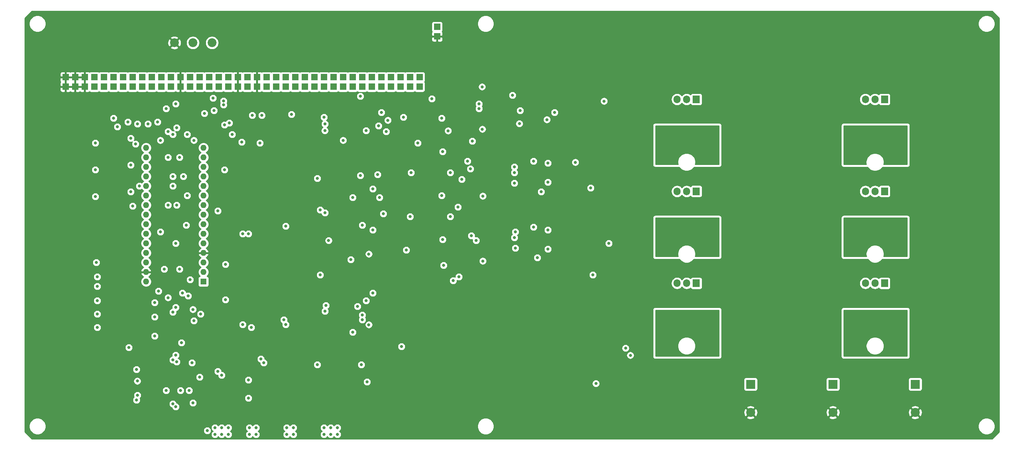
<source format=gbr>
G04 #@! TF.GenerationSoftware,KiCad,Pcbnew,(5.1.5)-3*
G04 #@! TF.CreationDate,2020-11-01T19:56:01+02:00*
G04 #@! TF.ProjectId,BLDC_FUSION_2020,424c4443-5f46-4555-9349-4f4e5f323032,2 Not Ordered*
G04 #@! TF.SameCoordinates,PX6dac2c0PY8583b00*
G04 #@! TF.FileFunction,Copper,L2,Inr*
G04 #@! TF.FilePolarity,Positive*
%FSLAX46Y46*%
G04 Gerber Fmt 4.6, Leading zero omitted, Abs format (unit mm)*
G04 Created by KiCad (PCBNEW (5.1.5)-3) date 2020-11-01 19:56:01*
%MOMM*%
%LPD*%
G04 APERTURE LIST*
%ADD10R,1.700000X1.700000*%
%ADD11R,1.600000X1.600000*%
%ADD12O,1.600000X1.600000*%
%ADD13R,2.400000X2.400000*%
%ADD14C,2.400000*%
%ADD15O,1.905000X2.000000*%
%ADD16R,1.905000X2.000000*%
%ADD17C,2.340000*%
%ADD18C,0.800000*%
%ADD19C,0.254000*%
G04 APERTURE END LIST*
D10*
X102900000Y96820000D03*
X11460000Y94280000D03*
X29240000Y94280000D03*
X72420000Y94280000D03*
X44480000Y94280000D03*
X39400000Y94280000D03*
X47020000Y94280000D03*
X19080000Y94280000D03*
X24160000Y94280000D03*
X34320000Y94280000D03*
X16540000Y94280000D03*
X21620000Y94280000D03*
X26700000Y94280000D03*
X31780000Y94280000D03*
X36860000Y94280000D03*
X69880000Y94280000D03*
X105440000Y94280000D03*
X41940000Y94280000D03*
X14000000Y94280000D03*
X74960000Y94280000D03*
X62260000Y94280000D03*
X67340000Y94280000D03*
X92740000Y94280000D03*
X59720000Y94280000D03*
X97820000Y94280000D03*
X49560000Y94280000D03*
X54640000Y94280000D03*
X82580000Y94280000D03*
X77500000Y94280000D03*
X80040000Y94280000D03*
X87660000Y94280000D03*
X95280000Y94280000D03*
X52100000Y94280000D03*
X100360000Y94280000D03*
X57180000Y94280000D03*
X85120000Y94280000D03*
X90200000Y94280000D03*
X64800000Y94280000D03*
D11*
X48068000Y42464000D03*
D12*
X32828000Y75484000D03*
X48068000Y45004000D03*
X32828000Y72944000D03*
X48068000Y47544000D03*
X32828000Y70404000D03*
X48068000Y50084000D03*
X32828000Y67864000D03*
X48068000Y52624000D03*
X32828000Y65324000D03*
X48068000Y55164000D03*
X32828000Y62784000D03*
X48068000Y57704000D03*
X32828000Y60244000D03*
X48068000Y60244000D03*
X32828000Y57704000D03*
X48068000Y62784000D03*
X32828000Y55164000D03*
X48068000Y65324000D03*
X32828000Y52624000D03*
X48068000Y67864000D03*
X32828000Y50084000D03*
X48068000Y70404000D03*
X32828000Y47544000D03*
X48068000Y72944000D03*
X32828000Y45004000D03*
X48068000Y75484000D03*
X32828000Y42464000D03*
X48068000Y78024000D03*
X32828000Y78024000D03*
D13*
X237044000Y15159000D03*
D14*
X237044000Y7659000D03*
X215200000Y7659000D03*
D13*
X215200000Y15159000D03*
X193356000Y15159000D03*
D14*
X193356000Y7659000D03*
D10*
X39400000Y96820000D03*
X36860000Y96820000D03*
X34320000Y96820000D03*
X31780000Y96820000D03*
X29240000Y96820000D03*
X26700000Y96820000D03*
X24160000Y96820000D03*
X21620000Y96820000D03*
X19080000Y96820000D03*
X16540000Y96820000D03*
X14000000Y96820000D03*
X11460000Y96820000D03*
X47020000Y96820000D03*
X44480000Y96820000D03*
X41940000Y96820000D03*
X105440000Y96820000D03*
X72420000Y96820000D03*
X69880000Y96820000D03*
X67340000Y96820000D03*
X64800000Y96820000D03*
X62260000Y96820000D03*
X59720000Y96820000D03*
X57180000Y96820000D03*
X54640000Y96820000D03*
X52100000Y96820000D03*
X49560000Y96820000D03*
X100360000Y96820000D03*
X97820000Y96820000D03*
X95280000Y96820000D03*
X92740000Y96820000D03*
X90200000Y96820000D03*
X87660000Y96820000D03*
X85120000Y96820000D03*
X82580000Y96820000D03*
X80040000Y96820000D03*
X77500000Y96820000D03*
X74960000Y96820000D03*
D15*
X223814000Y90902000D03*
X226354000Y90902000D03*
D16*
X228894000Y90902000D03*
X178894000Y90902000D03*
D15*
X176354000Y90902000D03*
X173814000Y90902000D03*
X223814000Y66461000D03*
X226354000Y66461000D03*
D16*
X228894000Y66461000D03*
X178894000Y66461000D03*
D15*
X176354000Y66461000D03*
X173814000Y66461000D03*
X223814000Y42016000D03*
X226354000Y42016000D03*
D16*
X228894000Y42016000D03*
X178894000Y42016000D03*
D15*
X176354000Y42016000D03*
X173814000Y42016000D03*
D10*
X102900000Y94280000D03*
X110103001Y110188999D03*
X110103001Y107648999D03*
D17*
X40354000Y105964000D03*
X45274000Y105964000D03*
X50354000Y105964000D03*
D18*
X222000000Y23500000D03*
X222000000Y25000000D03*
X222000000Y26500000D03*
X222000000Y28000000D03*
X222000000Y29500000D03*
X222000000Y31000000D03*
X222000000Y32500000D03*
X222000000Y34000000D03*
X223500000Y34000000D03*
X225000000Y34000000D03*
X226500000Y34000000D03*
X228000000Y34000000D03*
X229500000Y34000000D03*
X231000000Y34000000D03*
X231000000Y32500000D03*
X229500000Y32500000D03*
X228000000Y32500000D03*
X226500000Y32500000D03*
X225000000Y32500000D03*
X223500000Y32500000D03*
X223500000Y31000000D03*
X225000000Y31000000D03*
X226500000Y31000000D03*
X228000000Y31000000D03*
X229500000Y31000000D03*
X231000000Y31000000D03*
X231000000Y29500000D03*
X229500000Y29500000D03*
X228000000Y29500000D03*
X226500000Y29500000D03*
X225000000Y29500000D03*
X223500000Y29500000D03*
X223500000Y28000000D03*
X228000000Y28000000D03*
X225000000Y28000000D03*
X229500000Y28000000D03*
X231000000Y28000000D03*
X231000000Y26500000D03*
X229500000Y26500000D03*
X229500000Y25000000D03*
X231000000Y25000000D03*
X231000000Y23500000D03*
X229500000Y23500000D03*
X223500000Y23500000D03*
X223500000Y26500000D03*
X223500000Y25000000D03*
X220500000Y34000000D03*
X219000000Y34000000D03*
X219000000Y32500000D03*
X220500000Y32500000D03*
X220500000Y31000000D03*
X219000000Y31000000D03*
X219000000Y29500000D03*
X220500000Y29500000D03*
X219000000Y28000000D03*
X220500000Y28000000D03*
X220500000Y26500000D03*
X219000000Y26500000D03*
X219000000Y25000000D03*
X220500000Y25000000D03*
X220500000Y23500000D03*
X219000000Y23500000D03*
X232500000Y23500000D03*
X232500000Y25000000D03*
X232500000Y26500000D03*
X232500000Y28000000D03*
X232500000Y29500000D03*
X232500000Y31000000D03*
X232500000Y32500000D03*
X232500000Y34000000D03*
X234000000Y23500000D03*
X234000000Y25000000D03*
X234000000Y26500000D03*
X234000000Y28000000D03*
X234000000Y29500000D03*
X234000000Y31000000D03*
X234000000Y32500000D03*
X234000000Y34000000D03*
X231000000Y50000000D03*
X229500000Y50000000D03*
X231000000Y51500000D03*
X231000000Y53000000D03*
X231000000Y54500000D03*
X231000000Y56000000D03*
X231000000Y57500000D03*
X231000000Y59000000D03*
X229500000Y59000000D03*
X228000000Y59000000D03*
X229500000Y53000000D03*
X228000000Y53000000D03*
X226500000Y53000000D03*
X225000000Y53000000D03*
X223500000Y53000000D03*
X222000000Y53000000D03*
X222000000Y51500000D03*
X222000000Y50000000D03*
X223500000Y51500000D03*
X222000000Y54500000D03*
X222000000Y56000000D03*
X222000000Y57500000D03*
X222000000Y59000000D03*
X223500000Y59000000D03*
X225000000Y59000000D03*
X226500000Y59000000D03*
X223500000Y57500000D03*
X225000000Y57500000D03*
X226500000Y57500000D03*
X228000000Y57500000D03*
X229500000Y57500000D03*
X229500000Y56000000D03*
X228000000Y56000000D03*
X226500000Y56000000D03*
X225000000Y56000000D03*
X223500000Y56000000D03*
X223500000Y54500000D03*
X225000000Y54500000D03*
X226500000Y54500000D03*
X228000000Y54500000D03*
X229500000Y54500000D03*
X229500000Y51500000D03*
X232500000Y50000000D03*
X232500000Y51500000D03*
X232500000Y53000000D03*
X232500000Y54500000D03*
X232500000Y56000000D03*
X232500000Y57500000D03*
X232500000Y59000000D03*
X234000000Y59000000D03*
X234000000Y57500000D03*
X234000000Y56000000D03*
X234000000Y54500000D03*
X234000000Y53000000D03*
X234000000Y51500000D03*
X234000000Y50000000D03*
X220500000Y50000000D03*
X220500000Y51500000D03*
X220500000Y53000000D03*
X220500000Y54500000D03*
X220500000Y56000000D03*
X220500000Y57500000D03*
X220500000Y59000000D03*
X219000000Y59000000D03*
X219000000Y57500000D03*
X219000000Y56000000D03*
X219000000Y54500000D03*
X219000000Y53000000D03*
X219000000Y51500000D03*
X219000000Y50000000D03*
X222000000Y74500000D03*
X223500000Y74500000D03*
X223500000Y76000000D03*
X222000000Y76000000D03*
X222000000Y77500000D03*
X222000000Y79000000D03*
X222000000Y80500000D03*
X222000000Y82000000D03*
X222000000Y83500000D03*
X223500000Y83500000D03*
X225000000Y83500000D03*
X226500000Y83500000D03*
X228000000Y83500000D03*
X229500000Y83500000D03*
X231000000Y83500000D03*
X231000000Y82000000D03*
X231000000Y80500000D03*
X231000000Y79000000D03*
X231000000Y77500000D03*
X231000000Y76000000D03*
X231000000Y74500000D03*
X229500000Y74500000D03*
X229500000Y76000000D03*
X229500000Y77500000D03*
X228000000Y77500000D03*
X226500000Y77500000D03*
X225000000Y77500000D03*
X223500000Y77500000D03*
X223500000Y79000000D03*
X225000000Y79000000D03*
X226500000Y79000000D03*
X228000000Y79000000D03*
X229500000Y79000000D03*
X229500000Y80500000D03*
X228000000Y80500000D03*
X226500000Y80500000D03*
X225000000Y80500000D03*
X223500000Y80500000D03*
X223500000Y82000000D03*
X225000000Y82000000D03*
X226500000Y82000000D03*
X228000000Y82000000D03*
X229500000Y82000000D03*
X232500000Y74500000D03*
X234000000Y74500000D03*
X234000000Y76000000D03*
X234000000Y77500000D03*
X234000000Y79000000D03*
X234000000Y80500000D03*
X234000000Y82000000D03*
X234000000Y83500000D03*
X232500000Y83500000D03*
X232500000Y82000000D03*
X232500000Y80500000D03*
X232500000Y79000000D03*
X232500000Y77500000D03*
X232500000Y76000000D03*
X220500000Y74500000D03*
X219000000Y74500000D03*
X219000000Y76000000D03*
X220500000Y76000000D03*
X219000000Y77500000D03*
X219000000Y79000000D03*
X219000000Y80500000D03*
X219000000Y82000000D03*
X219000000Y83500000D03*
X220500000Y83500000D03*
X220500000Y82000000D03*
X220500000Y80500000D03*
X220500000Y79000000D03*
X220500000Y77500000D03*
X161417000Y22860000D03*
X130110000Y91994000D03*
X108712000Y91059000D03*
X249490000Y16302000D03*
X249490000Y15032000D03*
X249490000Y13762000D03*
X249490000Y12492000D03*
X251776000Y9952000D03*
X253046000Y9952000D03*
X254316000Y9952000D03*
X255586000Y9952000D03*
X256856000Y9952000D03*
X258634000Y12492000D03*
X258634000Y13762000D03*
X258634000Y15032000D03*
X258634000Y16302000D03*
X256856000Y19096000D03*
X255586000Y19096000D03*
X254316000Y19096000D03*
X251776000Y19096000D03*
X253046000Y19096000D03*
X16572000Y91740000D03*
X14032000Y91740000D03*
X23430000Y83612000D03*
X21906000Y83612000D03*
X20382000Y83612000D03*
X28510000Y74976000D03*
X28510000Y67864000D03*
X105726000Y71928000D03*
X106996000Y71928000D03*
X106234000Y60244000D03*
X111568000Y61260000D03*
X103948000Y48306000D03*
X111314000Y48306000D03*
X106234000Y48306000D03*
X71182000Y7666000D03*
X71182000Y9190000D03*
X71182000Y10714000D03*
X54418000Y8428000D03*
X54418000Y10206000D03*
X40702000Y16810000D03*
X35876000Y22906000D03*
X35876000Y24176000D03*
X35368000Y30272000D03*
X149606000Y98298000D03*
X149606000Y97028000D03*
X149606000Y95758000D03*
X149606000Y94488000D03*
X149606000Y75946000D03*
X149606000Y74676000D03*
X149606000Y73152000D03*
X149606000Y71628000D03*
X149606000Y51816000D03*
X149606000Y50546000D03*
X149606000Y49276000D03*
X149606000Y48006000D03*
X116586000Y87884000D03*
X78294000Y20366000D03*
X79056000Y44242000D03*
X78294000Y69896000D03*
X80580000Y36114000D03*
X80293000Y82596000D03*
X80326000Y84374000D03*
X79056000Y61514000D03*
X80326000Y34590000D03*
X80326000Y60752000D03*
X100646000Y25192000D03*
X37654000Y45766000D03*
X35876000Y84882000D03*
X24192000Y85898000D03*
X94296000Y70912000D03*
X95820000Y60498000D03*
X104964000Y79294000D03*
X111568000Y77008000D03*
X111314000Y65324000D03*
X111568000Y53640000D03*
X89978000Y20366000D03*
X19366000Y65070000D03*
X19366000Y72182000D03*
X19366000Y79294000D03*
X58482000Y55164000D03*
X58482000Y31034000D03*
X45020000Y20874000D03*
X45274000Y10206000D03*
X30288000Y19096000D03*
X28256000Y24938000D03*
X51116000Y3602000D03*
X51116000Y1824000D03*
X52894000Y1824000D03*
X52894000Y3602000D03*
X54672000Y3602000D03*
X54672000Y1824000D03*
X60260000Y3602000D03*
X62038000Y3602000D03*
X62038000Y1824000D03*
X60260000Y1824000D03*
X70166000Y3602000D03*
X71944000Y3602000D03*
X71944000Y1824000D03*
X70166000Y1824000D03*
X80072000Y3602000D03*
X81850000Y3602000D03*
X83628000Y3602000D03*
X83628000Y1824000D03*
X81850000Y1824000D03*
X80072000Y1824000D03*
X47306000Y33828000D03*
X87184000Y48306000D03*
X88961994Y35860000D03*
X89724000Y70658000D03*
X94550000Y83866000D03*
X58228000Y79548000D03*
X172000000Y74500000D03*
X173500000Y74500000D03*
X172000000Y76000000D03*
X172000000Y77500000D03*
X172000000Y79000000D03*
X172000000Y80500000D03*
X172000000Y82000000D03*
X172000000Y83500000D03*
X173500000Y83500000D03*
X175000000Y83500000D03*
X176500000Y83500000D03*
X178000000Y83500000D03*
X179500000Y83500000D03*
X181000000Y83500000D03*
X181000000Y82000000D03*
X181000000Y80500000D03*
X181000000Y79000000D03*
X181000000Y77500000D03*
X181000000Y76000000D03*
X181000000Y74500000D03*
X179500000Y74500000D03*
X179500000Y76000000D03*
X179500000Y77500000D03*
X178000000Y77500000D03*
X176500000Y77500000D03*
X175000000Y77500000D03*
X173500000Y77500000D03*
X173500000Y76000000D03*
X173500000Y79000000D03*
X173500000Y80500000D03*
X173500000Y82000000D03*
X175000000Y82000000D03*
X176500000Y82000000D03*
X178000000Y82000000D03*
X179500000Y82000000D03*
X179500000Y80500000D03*
X178000000Y80500000D03*
X176500000Y80500000D03*
X175000000Y80500000D03*
X175000000Y79000000D03*
X176500000Y79000000D03*
X178000000Y79000000D03*
X179500000Y79000000D03*
X182500000Y74500000D03*
X184000000Y74500000D03*
X184000000Y76000000D03*
X184000000Y77500000D03*
X184000000Y79000000D03*
X184000000Y80500000D03*
X184000000Y82000000D03*
X184000000Y83500000D03*
X182500000Y83500000D03*
X182500000Y82000000D03*
X182500000Y80500000D03*
X182500000Y79000000D03*
X182500000Y77500000D03*
X182500000Y76000000D03*
X170500000Y74500000D03*
X169000000Y74500000D03*
X169000000Y76000000D03*
X169000000Y77500000D03*
X169000000Y79000000D03*
X169000000Y80500000D03*
X169000000Y82000000D03*
X169000000Y83500000D03*
X170500000Y83500000D03*
X170500000Y82000000D03*
X170500000Y80500000D03*
X170500000Y79000000D03*
X170500000Y77500000D03*
X170500000Y76000000D03*
X141286000Y87422000D03*
X132142000Y87930000D03*
X95312000Y87422000D03*
X94804000Y64816000D03*
X87692000Y64816000D03*
X71436000Y86914000D03*
X130618000Y72944000D03*
X139508000Y73960000D03*
X172000000Y50000000D03*
X173500000Y50000000D03*
X172000000Y51500000D03*
X172000000Y53000000D03*
X172000000Y54500000D03*
X172000000Y56000000D03*
X172000000Y57500000D03*
X172000000Y59000000D03*
X181000000Y59000000D03*
X181000000Y57500000D03*
X181000000Y56000000D03*
X181000000Y54500000D03*
X181000000Y53000000D03*
X181000000Y51500000D03*
X181000000Y50000000D03*
X179500000Y50000000D03*
X179500000Y51500000D03*
X179500000Y53000000D03*
X178000000Y53000000D03*
X173500000Y59000000D03*
X173500000Y57500000D03*
X173500000Y56000000D03*
X173500000Y54500000D03*
X173500000Y53000000D03*
X173500000Y51500000D03*
X175000000Y53000000D03*
X176500000Y53000000D03*
X175000000Y54500000D03*
X175000000Y56000000D03*
X175000000Y57500000D03*
X175000000Y59000000D03*
X179500000Y59000000D03*
X178000000Y59000000D03*
X176500000Y59000000D03*
X176500000Y57500000D03*
X178000000Y57500000D03*
X179500000Y57500000D03*
X179500000Y56000000D03*
X178000000Y56000000D03*
X176500000Y56000000D03*
X176500000Y54500000D03*
X178000000Y54500000D03*
X179500000Y54500000D03*
X182500000Y50000000D03*
X184000000Y50000000D03*
X182500000Y51500000D03*
X182500000Y53000000D03*
X182500000Y54500000D03*
X182500000Y56000000D03*
X182500000Y57500000D03*
X182500000Y59000000D03*
X184000000Y59000000D03*
X184000000Y57500000D03*
X184000000Y56000000D03*
X184000000Y54500000D03*
X184000000Y53000000D03*
X184000000Y51500000D03*
X170500000Y50000000D03*
X169000000Y50000000D03*
X169000000Y51500000D03*
X170500000Y51500000D03*
X170500000Y53000000D03*
X170500000Y54500000D03*
X170500000Y56000000D03*
X170500000Y57500000D03*
X170500000Y59000000D03*
X169000000Y59000000D03*
X169000000Y57500000D03*
X169000000Y56000000D03*
X169000000Y54500000D03*
X169000000Y53000000D03*
X130618000Y68626000D03*
X139508000Y68880000D03*
X93026000Y39416000D03*
X93026000Y67102000D03*
X93026000Y56180000D03*
X69912000Y57196000D03*
X172000000Y23500000D03*
X172000000Y25000000D03*
X172000000Y26500000D03*
X172000000Y28000000D03*
X172000000Y29500000D03*
X172000000Y31000000D03*
X172000000Y32500000D03*
X172000000Y34000000D03*
X178000000Y34000000D03*
X181000000Y34000000D03*
X181000000Y32500000D03*
X181000000Y31000000D03*
X181000000Y29500000D03*
X181000000Y28000000D03*
X181000000Y26500000D03*
X181000000Y25000000D03*
X181000000Y23500000D03*
X179500000Y23500000D03*
X173500000Y23500000D03*
X173500000Y25000000D03*
X173500000Y26500000D03*
X173500000Y28000000D03*
X173500000Y29500000D03*
X173500000Y31000000D03*
X173500000Y32500000D03*
X173500000Y34000000D03*
X176500000Y34000000D03*
X175000000Y34000000D03*
X175000000Y32500000D03*
X176500000Y32500000D03*
X178000000Y32500000D03*
X179500000Y32500000D03*
X179500000Y34000000D03*
X179500000Y31000000D03*
X178000000Y31000000D03*
X176500000Y31000000D03*
X175000000Y31000000D03*
X175000000Y29500000D03*
X176500000Y29500000D03*
X178000000Y29500000D03*
X179500000Y29500000D03*
X179500000Y28000000D03*
X179500000Y26500000D03*
X179500000Y25000000D03*
X178000000Y28000000D03*
X175000000Y28000000D03*
X182500000Y23500000D03*
X184000000Y23500000D03*
X184000000Y25000000D03*
X184000000Y26500000D03*
X184000000Y28000000D03*
X184000000Y29500000D03*
X184000000Y31000000D03*
X184000000Y32500000D03*
X184000000Y34000000D03*
X182500000Y34000000D03*
X182500000Y32500000D03*
X182500000Y31000000D03*
X182500000Y29500000D03*
X182500000Y28000000D03*
X182500000Y26500000D03*
X182500000Y25000000D03*
X170500000Y23500000D03*
X169000000Y23500000D03*
X169000000Y25000000D03*
X169000000Y26500000D03*
X169000000Y28000000D03*
X169000000Y29500000D03*
X169000000Y31000000D03*
X169000000Y32500000D03*
X169000000Y34000000D03*
X170500000Y34000000D03*
X170500000Y32500000D03*
X170500000Y31000000D03*
X170500000Y29500000D03*
X170500000Y28000000D03*
X170500000Y26500000D03*
X170500000Y25000000D03*
X130872000Y51354000D03*
X139508000Y51100000D03*
X91502000Y15794000D03*
X91973001Y30997001D03*
X69912000Y31034000D03*
X91973001Y49793001D03*
X151446000Y44242000D03*
X130872000Y55672000D03*
X139508000Y56180000D03*
X121220000Y89708000D03*
X53402000Y89454000D03*
X40702000Y89708000D03*
X19874000Y30272000D03*
X45528000Y32050000D03*
X121220000Y88438000D03*
X50862000Y87930000D03*
X38162000Y88438000D03*
X19874000Y41194000D03*
X44512000Y42972000D03*
X118172000Y74468000D03*
X115632000Y62276000D03*
X40956000Y62784000D03*
X40956000Y83358000D03*
X33336000Y84374000D03*
X19874000Y33828000D03*
X45274000Y35061010D03*
X118934000Y72436000D03*
X38670000Y75484000D03*
X38670000Y82342000D03*
X30542000Y84374000D03*
X19874000Y43734000D03*
X41718000Y45766000D03*
X41718000Y75484000D03*
X119188000Y54656000D03*
X116648000Y69642000D03*
X39940000Y70404000D03*
X39940000Y81580000D03*
X28002000Y84882000D03*
X19874000Y37384000D03*
X42734000Y70404000D03*
X42480000Y39416000D03*
X120458000Y53386000D03*
X119442000Y79802000D03*
X25208000Y83612000D03*
X19620000Y47544000D03*
X50608000Y91232000D03*
X53402000Y90470000D03*
X36638000Y80019001D03*
X45528000Y80019001D03*
X36638000Y55672000D03*
X38162000Y13508000D03*
X64070000Y20874000D03*
X63562000Y86660000D03*
X40702000Y9190000D03*
X60006000Y11476000D03*
X61022000Y86660000D03*
X49084000Y2840000D03*
X54926000Y84628000D03*
X96582000Y82342000D03*
X55688000Y81580000D03*
X43750000Y81580000D03*
X43750000Y65324000D03*
X103186000Y71420000D03*
X53656000Y72182000D03*
X53656000Y84120000D03*
X146812000Y74168000D03*
X154432000Y90424000D03*
X102932000Y59736000D03*
X51878000Y61260000D03*
X150876000Y67356000D03*
X101916000Y50846000D03*
X48322000Y87168000D03*
X155702012Y52624000D03*
X101154000Y86152000D03*
X42226000Y26208000D03*
X60768000Y30272000D03*
X87692000Y29002000D03*
X40956000Y21128000D03*
X63308000Y21890000D03*
X63054000Y79294000D03*
X85152000Y80019000D03*
X44258000Y13508000D03*
X60006000Y16302000D03*
X60006000Y55164000D03*
X81305010Y53386000D03*
X35114000Y36876000D03*
X91248000Y37384000D03*
X91248000Y82596000D03*
X80072000Y86152000D03*
X35114000Y33066000D03*
X90232000Y33574000D03*
X90232000Y57450000D03*
X89724000Y91740000D03*
X35114000Y27986000D03*
X90232000Y32304000D03*
X69404000Y32304000D03*
X113030000Y82550000D03*
X97028000Y85344000D03*
X43496000Y57450000D03*
X44004000Y38654000D03*
X115886000Y43734000D03*
X113600000Y71420000D03*
X36130000Y39924000D03*
X114362000Y42718000D03*
X113600000Y59736000D03*
X111822000Y46782000D03*
X53910000Y47036000D03*
X53910000Y37638000D03*
X38670000Y62784000D03*
X38670000Y38182990D03*
X41972000Y13508000D03*
X40702000Y22906000D03*
X40702000Y35606000D03*
X40702000Y52624000D03*
X29272000Y62530000D03*
X28764000Y66340000D03*
X39940000Y9952000D03*
X39940000Y21636000D03*
X39940000Y34336000D03*
X39940000Y67864000D03*
X31050000Y67864000D03*
X28764000Y73452000D03*
X30034000Y79040000D03*
X28764000Y80564000D03*
X139254000Y85517000D03*
X122109000Y82977000D03*
X137730000Y66340000D03*
X122236000Y65197000D03*
X136714000Y48814006D03*
X122236000Y47925000D03*
X30525500Y16031500D03*
X47052000Y17064000D03*
X130618000Y71420000D03*
X135698000Y74468000D03*
X130618000Y54148000D03*
X135698000Y56942000D03*
X30542000Y12238000D03*
X51878000Y18588000D03*
X30288000Y10968000D03*
X52894000Y17572000D03*
X131953000Y84455000D03*
X122047000Y94234000D03*
X111314000Y85898000D03*
X152273000Y15367000D03*
X160147000Y24765000D03*
D19*
G36*
X234873000Y73627000D02*
G01*
X228663394Y73627000D01*
X228739000Y74007098D01*
X228739000Y74476902D01*
X228647346Y74937679D01*
X228467560Y75371721D01*
X228206550Y75762349D01*
X227874349Y76094550D01*
X227483721Y76355560D01*
X227049679Y76535346D01*
X226588902Y76627000D01*
X226119098Y76627000D01*
X225658321Y76535346D01*
X225224279Y76355560D01*
X224833651Y76094550D01*
X224501450Y75762349D01*
X224240440Y75371721D01*
X224060654Y74937679D01*
X223969000Y74476902D01*
X223969000Y74007098D01*
X224044606Y73627000D01*
X218127000Y73627000D01*
X218127000Y83873000D01*
X234873000Y83873000D01*
X234873000Y73627000D01*
G37*
X234873000Y73627000D02*
X228663394Y73627000D01*
X228739000Y74007098D01*
X228739000Y74476902D01*
X228647346Y74937679D01*
X228467560Y75371721D01*
X228206550Y75762349D01*
X227874349Y76094550D01*
X227483721Y76355560D01*
X227049679Y76535346D01*
X226588902Y76627000D01*
X226119098Y76627000D01*
X225658321Y76535346D01*
X225224279Y76355560D01*
X224833651Y76094550D01*
X224501450Y75762349D01*
X224240440Y75371721D01*
X224060654Y74937679D01*
X223969000Y74476902D01*
X223969000Y74007098D01*
X224044606Y73627000D01*
X218127000Y73627000D01*
X218127000Y83873000D01*
X234873000Y83873000D01*
X234873000Y73627000D01*
G36*
X184873000Y73627000D02*
G01*
X178663394Y73627000D01*
X178739000Y74007098D01*
X178739000Y74476902D01*
X178647346Y74937679D01*
X178467560Y75371721D01*
X178206550Y75762349D01*
X177874349Y76094550D01*
X177483721Y76355560D01*
X177049679Y76535346D01*
X176588902Y76627000D01*
X176119098Y76627000D01*
X175658321Y76535346D01*
X175224279Y76355560D01*
X174833651Y76094550D01*
X174501450Y75762349D01*
X174240440Y75371721D01*
X174060654Y74937679D01*
X173969000Y74476902D01*
X173969000Y74007098D01*
X174044606Y73627000D01*
X168127000Y73627000D01*
X168127000Y83873000D01*
X184873000Y83873000D01*
X184873000Y73627000D01*
G37*
X184873000Y73627000D02*
X178663394Y73627000D01*
X178739000Y74007098D01*
X178739000Y74476902D01*
X178647346Y74937679D01*
X178467560Y75371721D01*
X178206550Y75762349D01*
X177874349Y76094550D01*
X177483721Y76355560D01*
X177049679Y76535346D01*
X176588902Y76627000D01*
X176119098Y76627000D01*
X175658321Y76535346D01*
X175224279Y76355560D01*
X174833651Y76094550D01*
X174501450Y75762349D01*
X174240440Y75371721D01*
X174060654Y74937679D01*
X173969000Y74476902D01*
X173969000Y74007098D01*
X174044606Y73627000D01*
X168127000Y73627000D01*
X168127000Y83873000D01*
X184873000Y83873000D01*
X184873000Y73627000D01*
G36*
X234873000Y49127000D02*
G01*
X228651658Y49127000D01*
X228739000Y49566098D01*
X228739000Y50035902D01*
X228647346Y50496679D01*
X228467560Y50930721D01*
X228206550Y51321349D01*
X227874349Y51653550D01*
X227483721Y51914560D01*
X227049679Y52094346D01*
X226588902Y52186000D01*
X226119098Y52186000D01*
X225658321Y52094346D01*
X225224279Y51914560D01*
X224833651Y51653550D01*
X224501450Y51321349D01*
X224240440Y50930721D01*
X224060654Y50496679D01*
X223969000Y50035902D01*
X223969000Y49566098D01*
X224056342Y49127000D01*
X218127000Y49127000D01*
X218127000Y59373000D01*
X234873000Y59373000D01*
X234873000Y49127000D01*
G37*
X234873000Y49127000D02*
X228651658Y49127000D01*
X228739000Y49566098D01*
X228739000Y50035902D01*
X228647346Y50496679D01*
X228467560Y50930721D01*
X228206550Y51321349D01*
X227874349Y51653550D01*
X227483721Y51914560D01*
X227049679Y52094346D01*
X226588902Y52186000D01*
X226119098Y52186000D01*
X225658321Y52094346D01*
X225224279Y51914560D01*
X224833651Y51653550D01*
X224501450Y51321349D01*
X224240440Y50930721D01*
X224060654Y50496679D01*
X223969000Y50035902D01*
X223969000Y49566098D01*
X224056342Y49127000D01*
X218127000Y49127000D01*
X218127000Y59373000D01*
X234873000Y59373000D01*
X234873000Y49127000D01*
G36*
X184873000Y49127000D02*
G01*
X178651658Y49127000D01*
X178739000Y49566098D01*
X178739000Y50035902D01*
X178647346Y50496679D01*
X178467560Y50930721D01*
X178206550Y51321349D01*
X177874349Y51653550D01*
X177483721Y51914560D01*
X177049679Y52094346D01*
X176588902Y52186000D01*
X176119098Y52186000D01*
X175658321Y52094346D01*
X175224279Y51914560D01*
X174833651Y51653550D01*
X174501450Y51321349D01*
X174240440Y50930721D01*
X174060654Y50496679D01*
X173969000Y50035902D01*
X173969000Y49566098D01*
X174056342Y49127000D01*
X168127000Y49127000D01*
X168127000Y59373000D01*
X184873000Y59373000D01*
X184873000Y49127000D01*
G37*
X184873000Y49127000D02*
X178651658Y49127000D01*
X178739000Y49566098D01*
X178739000Y50035902D01*
X178647346Y50496679D01*
X178467560Y50930721D01*
X178206550Y51321349D01*
X177874349Y51653550D01*
X177483721Y51914560D01*
X177049679Y52094346D01*
X176588902Y52186000D01*
X176119098Y52186000D01*
X175658321Y52094346D01*
X175224279Y51914560D01*
X174833651Y51653550D01*
X174501450Y51321349D01*
X174240440Y50930721D01*
X174060654Y50496679D01*
X173969000Y50035902D01*
X173969000Y49566098D01*
X174056342Y49127000D01*
X168127000Y49127000D01*
X168127000Y59373000D01*
X184873000Y59373000D01*
X184873000Y49127000D01*
G36*
X234873000Y22627000D02*
G01*
X218127000Y22627000D01*
X218127000Y25590902D01*
X223969000Y25590902D01*
X223969000Y25121098D01*
X224060654Y24660321D01*
X224240440Y24226279D01*
X224501450Y23835651D01*
X224833651Y23503450D01*
X225224279Y23242440D01*
X225658321Y23062654D01*
X226119098Y22971000D01*
X226588902Y22971000D01*
X227049679Y23062654D01*
X227483721Y23242440D01*
X227874349Y23503450D01*
X228206550Y23835651D01*
X228467560Y24226279D01*
X228647346Y24660321D01*
X228739000Y25121098D01*
X228739000Y25590902D01*
X228647346Y26051679D01*
X228467560Y26485721D01*
X228206550Y26876349D01*
X227874349Y27208550D01*
X227483721Y27469560D01*
X227049679Y27649346D01*
X226588902Y27741000D01*
X226119098Y27741000D01*
X225658321Y27649346D01*
X225224279Y27469560D01*
X224833651Y27208550D01*
X224501450Y26876349D01*
X224240440Y26485721D01*
X224060654Y26051679D01*
X223969000Y25590902D01*
X218127000Y25590902D01*
X218127000Y34873000D01*
X234873000Y34873000D01*
X234873000Y22627000D01*
G37*
X234873000Y22627000D02*
X218127000Y22627000D01*
X218127000Y25590902D01*
X223969000Y25590902D01*
X223969000Y25121098D01*
X224060654Y24660321D01*
X224240440Y24226279D01*
X224501450Y23835651D01*
X224833651Y23503450D01*
X225224279Y23242440D01*
X225658321Y23062654D01*
X226119098Y22971000D01*
X226588902Y22971000D01*
X227049679Y23062654D01*
X227483721Y23242440D01*
X227874349Y23503450D01*
X228206550Y23835651D01*
X228467560Y24226279D01*
X228647346Y24660321D01*
X228739000Y25121098D01*
X228739000Y25590902D01*
X228647346Y26051679D01*
X228467560Y26485721D01*
X228206550Y26876349D01*
X227874349Y27208550D01*
X227483721Y27469560D01*
X227049679Y27649346D01*
X226588902Y27741000D01*
X226119098Y27741000D01*
X225658321Y27649346D01*
X225224279Y27469560D01*
X224833651Y27208550D01*
X224501450Y26876349D01*
X224240440Y26485721D01*
X224060654Y26051679D01*
X223969000Y25590902D01*
X218127000Y25590902D01*
X218127000Y34873000D01*
X234873000Y34873000D01*
X234873000Y22627000D01*
G36*
X184873000Y22627000D02*
G01*
X168127000Y22627000D01*
X168127000Y25590902D01*
X173969000Y25590902D01*
X173969000Y25121098D01*
X174060654Y24660321D01*
X174240440Y24226279D01*
X174501450Y23835651D01*
X174833651Y23503450D01*
X175224279Y23242440D01*
X175658321Y23062654D01*
X176119098Y22971000D01*
X176588902Y22971000D01*
X177049679Y23062654D01*
X177483721Y23242440D01*
X177874349Y23503450D01*
X178206550Y23835651D01*
X178467560Y24226279D01*
X178647346Y24660321D01*
X178739000Y25121098D01*
X178739000Y25590902D01*
X178647346Y26051679D01*
X178467560Y26485721D01*
X178206550Y26876349D01*
X177874349Y27208550D01*
X177483721Y27469560D01*
X177049679Y27649346D01*
X176588902Y27741000D01*
X176119098Y27741000D01*
X175658321Y27649346D01*
X175224279Y27469560D01*
X174833651Y27208550D01*
X174501450Y26876349D01*
X174240440Y26485721D01*
X174060654Y26051679D01*
X173969000Y25590902D01*
X168127000Y25590902D01*
X168127000Y34873000D01*
X184873000Y34873000D01*
X184873000Y22627000D01*
G37*
X184873000Y22627000D02*
X168127000Y22627000D01*
X168127000Y25590902D01*
X173969000Y25590902D01*
X173969000Y25121098D01*
X174060654Y24660321D01*
X174240440Y24226279D01*
X174501450Y23835651D01*
X174833651Y23503450D01*
X175224279Y23242440D01*
X175658321Y23062654D01*
X176119098Y22971000D01*
X176588902Y22971000D01*
X177049679Y23062654D01*
X177483721Y23242440D01*
X177874349Y23503450D01*
X178206550Y23835651D01*
X178467560Y24226279D01*
X178647346Y24660321D01*
X178739000Y25121098D01*
X178739000Y25590902D01*
X178647346Y26051679D01*
X178467560Y26485721D01*
X178206550Y26876349D01*
X177874349Y27208550D01*
X177483721Y27469560D01*
X177049679Y27649346D01*
X176588902Y27741000D01*
X176119098Y27741000D01*
X175658321Y27649346D01*
X175224279Y27469560D01*
X174833651Y27208550D01*
X174501450Y26876349D01*
X174240440Y26485721D01*
X174060654Y26051679D01*
X173969000Y25590902D01*
X168127000Y25590902D01*
X168127000Y34873000D01*
X184873000Y34873000D01*
X184873000Y22627000D01*
G36*
X257481772Y114338622D02*
G01*
X259340001Y112480393D01*
X259340000Y2532279D01*
X259338622Y2518228D01*
X257480394Y660000D01*
X2532279Y660000D01*
X2518228Y661378D01*
X660000Y2519606D01*
X660000Y4220128D01*
X1765000Y4220128D01*
X1765000Y3779872D01*
X1850890Y3348075D01*
X2019369Y2941331D01*
X2263962Y2575271D01*
X2575271Y2263962D01*
X2941331Y2019369D01*
X3348075Y1850890D01*
X3779872Y1765000D01*
X4220128Y1765000D01*
X4651925Y1850890D01*
X5058669Y2019369D01*
X5424729Y2263962D01*
X5736038Y2575271D01*
X5980631Y2941331D01*
X5980882Y2941939D01*
X48049000Y2941939D01*
X48049000Y2738061D01*
X48088774Y2538102D01*
X48166795Y2349744D01*
X48280063Y2180226D01*
X48424226Y2036063D01*
X48593744Y1922795D01*
X48782102Y1844774D01*
X48982061Y1805000D01*
X49185939Y1805000D01*
X49385898Y1844774D01*
X49574256Y1922795D01*
X49743774Y2036063D01*
X49887937Y2180226D01*
X50001205Y2349744D01*
X50079226Y2538102D01*
X50119000Y2738061D01*
X50119000Y2941939D01*
X50079226Y3141898D01*
X50001205Y3330256D01*
X49887937Y3499774D01*
X49743774Y3643937D01*
X49653975Y3703939D01*
X50081000Y3703939D01*
X50081000Y3500061D01*
X50120774Y3300102D01*
X50198795Y3111744D01*
X50312063Y2942226D01*
X50456226Y2798063D01*
X50583532Y2713000D01*
X50456226Y2627937D01*
X50312063Y2483774D01*
X50198795Y2314256D01*
X50120774Y2125898D01*
X50081000Y1925939D01*
X50081000Y1722061D01*
X50120774Y1522102D01*
X50198795Y1333744D01*
X50312063Y1164226D01*
X50456226Y1020063D01*
X50625744Y906795D01*
X50814102Y828774D01*
X51014061Y789000D01*
X51217939Y789000D01*
X51417898Y828774D01*
X51606256Y906795D01*
X51775774Y1020063D01*
X51919937Y1164226D01*
X52005000Y1291532D01*
X52090063Y1164226D01*
X52234226Y1020063D01*
X52403744Y906795D01*
X52592102Y828774D01*
X52792061Y789000D01*
X52995939Y789000D01*
X53195898Y828774D01*
X53384256Y906795D01*
X53553774Y1020063D01*
X53697937Y1164226D01*
X53783000Y1291532D01*
X53868063Y1164226D01*
X54012226Y1020063D01*
X54181744Y906795D01*
X54370102Y828774D01*
X54570061Y789000D01*
X54773939Y789000D01*
X54973898Y828774D01*
X55162256Y906795D01*
X55331774Y1020063D01*
X55475937Y1164226D01*
X55589205Y1333744D01*
X55667226Y1522102D01*
X55707000Y1722061D01*
X55707000Y1925939D01*
X55667226Y2125898D01*
X55589205Y2314256D01*
X55475937Y2483774D01*
X55331774Y2627937D01*
X55204468Y2713000D01*
X55331774Y2798063D01*
X55475937Y2942226D01*
X55589205Y3111744D01*
X55667226Y3300102D01*
X55707000Y3500061D01*
X55707000Y3703939D01*
X59225000Y3703939D01*
X59225000Y3500061D01*
X59264774Y3300102D01*
X59342795Y3111744D01*
X59456063Y2942226D01*
X59600226Y2798063D01*
X59727532Y2713000D01*
X59600226Y2627937D01*
X59456063Y2483774D01*
X59342795Y2314256D01*
X59264774Y2125898D01*
X59225000Y1925939D01*
X59225000Y1722061D01*
X59264774Y1522102D01*
X59342795Y1333744D01*
X59456063Y1164226D01*
X59600226Y1020063D01*
X59769744Y906795D01*
X59958102Y828774D01*
X60158061Y789000D01*
X60361939Y789000D01*
X60561898Y828774D01*
X60750256Y906795D01*
X60919774Y1020063D01*
X61063937Y1164226D01*
X61149000Y1291532D01*
X61234063Y1164226D01*
X61378226Y1020063D01*
X61547744Y906795D01*
X61736102Y828774D01*
X61936061Y789000D01*
X62139939Y789000D01*
X62339898Y828774D01*
X62528256Y906795D01*
X62697774Y1020063D01*
X62841937Y1164226D01*
X62955205Y1333744D01*
X63033226Y1522102D01*
X63073000Y1722061D01*
X63073000Y1925939D01*
X63033226Y2125898D01*
X62955205Y2314256D01*
X62841937Y2483774D01*
X62697774Y2627937D01*
X62570468Y2713000D01*
X62697774Y2798063D01*
X62841937Y2942226D01*
X62955205Y3111744D01*
X63033226Y3300102D01*
X63073000Y3500061D01*
X63073000Y3703939D01*
X69131000Y3703939D01*
X69131000Y3500061D01*
X69170774Y3300102D01*
X69248795Y3111744D01*
X69362063Y2942226D01*
X69506226Y2798063D01*
X69633532Y2713000D01*
X69506226Y2627937D01*
X69362063Y2483774D01*
X69248795Y2314256D01*
X69170774Y2125898D01*
X69131000Y1925939D01*
X69131000Y1722061D01*
X69170774Y1522102D01*
X69248795Y1333744D01*
X69362063Y1164226D01*
X69506226Y1020063D01*
X69675744Y906795D01*
X69864102Y828774D01*
X70064061Y789000D01*
X70267939Y789000D01*
X70467898Y828774D01*
X70656256Y906795D01*
X70825774Y1020063D01*
X70969937Y1164226D01*
X71055000Y1291532D01*
X71140063Y1164226D01*
X71284226Y1020063D01*
X71453744Y906795D01*
X71642102Y828774D01*
X71842061Y789000D01*
X72045939Y789000D01*
X72245898Y828774D01*
X72434256Y906795D01*
X72603774Y1020063D01*
X72747937Y1164226D01*
X72861205Y1333744D01*
X72939226Y1522102D01*
X72979000Y1722061D01*
X72979000Y1925939D01*
X72939226Y2125898D01*
X72861205Y2314256D01*
X72747937Y2483774D01*
X72603774Y2627937D01*
X72476468Y2713000D01*
X72603774Y2798063D01*
X72747937Y2942226D01*
X72861205Y3111744D01*
X72939226Y3300102D01*
X72979000Y3500061D01*
X72979000Y3703939D01*
X79037000Y3703939D01*
X79037000Y3500061D01*
X79076774Y3300102D01*
X79154795Y3111744D01*
X79268063Y2942226D01*
X79412226Y2798063D01*
X79539532Y2713000D01*
X79412226Y2627937D01*
X79268063Y2483774D01*
X79154795Y2314256D01*
X79076774Y2125898D01*
X79037000Y1925939D01*
X79037000Y1722061D01*
X79076774Y1522102D01*
X79154795Y1333744D01*
X79268063Y1164226D01*
X79412226Y1020063D01*
X79581744Y906795D01*
X79770102Y828774D01*
X79970061Y789000D01*
X80173939Y789000D01*
X80373898Y828774D01*
X80562256Y906795D01*
X80731774Y1020063D01*
X80875937Y1164226D01*
X80961000Y1291532D01*
X81046063Y1164226D01*
X81190226Y1020063D01*
X81359744Y906795D01*
X81548102Y828774D01*
X81748061Y789000D01*
X81951939Y789000D01*
X82151898Y828774D01*
X82340256Y906795D01*
X82509774Y1020063D01*
X82653937Y1164226D01*
X82739000Y1291532D01*
X82824063Y1164226D01*
X82968226Y1020063D01*
X83137744Y906795D01*
X83326102Y828774D01*
X83526061Y789000D01*
X83729939Y789000D01*
X83929898Y828774D01*
X84118256Y906795D01*
X84287774Y1020063D01*
X84431937Y1164226D01*
X84545205Y1333744D01*
X84623226Y1522102D01*
X84663000Y1722061D01*
X84663000Y1925939D01*
X84623226Y2125898D01*
X84545205Y2314256D01*
X84431937Y2483774D01*
X84287774Y2627937D01*
X84160468Y2713000D01*
X84287774Y2798063D01*
X84431937Y2942226D01*
X84545205Y3111744D01*
X84623226Y3300102D01*
X84663000Y3500061D01*
X84663000Y3703939D01*
X84623226Y3903898D01*
X84545205Y4092256D01*
X84459764Y4220128D01*
X120765000Y4220128D01*
X120765000Y3779872D01*
X120850890Y3348075D01*
X121019369Y2941331D01*
X121263962Y2575271D01*
X121575271Y2263962D01*
X121941331Y2019369D01*
X122348075Y1850890D01*
X122779872Y1765000D01*
X123220128Y1765000D01*
X123651925Y1850890D01*
X124058669Y2019369D01*
X124424729Y2263962D01*
X124736038Y2575271D01*
X124980631Y2941331D01*
X125149110Y3348075D01*
X125235000Y3779872D01*
X125235000Y4220128D01*
X253765000Y4220128D01*
X253765000Y3779872D01*
X253850890Y3348075D01*
X254019369Y2941331D01*
X254263962Y2575271D01*
X254575271Y2263962D01*
X254941331Y2019369D01*
X255348075Y1850890D01*
X255779872Y1765000D01*
X256220128Y1765000D01*
X256651925Y1850890D01*
X257058669Y2019369D01*
X257424729Y2263962D01*
X257736038Y2575271D01*
X257980631Y2941331D01*
X258149110Y3348075D01*
X258235000Y3779872D01*
X258235000Y4220128D01*
X258149110Y4651925D01*
X257980631Y5058669D01*
X257736038Y5424729D01*
X257424729Y5736038D01*
X257058669Y5980631D01*
X256651925Y6149110D01*
X256220128Y6235000D01*
X255779872Y6235000D01*
X255348075Y6149110D01*
X254941331Y5980631D01*
X254575271Y5736038D01*
X254263962Y5424729D01*
X254019369Y5058669D01*
X253850890Y4651925D01*
X253765000Y4220128D01*
X125235000Y4220128D01*
X125149110Y4651925D01*
X124980631Y5058669D01*
X124736038Y5424729D01*
X124424729Y5736038D01*
X124058669Y5980631D01*
X123651925Y6149110D01*
X123220128Y6235000D01*
X122779872Y6235000D01*
X122348075Y6149110D01*
X121941331Y5980631D01*
X121575271Y5736038D01*
X121263962Y5424729D01*
X121019369Y5058669D01*
X120850890Y4651925D01*
X120765000Y4220128D01*
X84459764Y4220128D01*
X84431937Y4261774D01*
X84287774Y4405937D01*
X84118256Y4519205D01*
X83929898Y4597226D01*
X83729939Y4637000D01*
X83526061Y4637000D01*
X83326102Y4597226D01*
X83137744Y4519205D01*
X82968226Y4405937D01*
X82824063Y4261774D01*
X82739000Y4134468D01*
X82653937Y4261774D01*
X82509774Y4405937D01*
X82340256Y4519205D01*
X82151898Y4597226D01*
X81951939Y4637000D01*
X81748061Y4637000D01*
X81548102Y4597226D01*
X81359744Y4519205D01*
X81190226Y4405937D01*
X81046063Y4261774D01*
X80961000Y4134468D01*
X80875937Y4261774D01*
X80731774Y4405937D01*
X80562256Y4519205D01*
X80373898Y4597226D01*
X80173939Y4637000D01*
X79970061Y4637000D01*
X79770102Y4597226D01*
X79581744Y4519205D01*
X79412226Y4405937D01*
X79268063Y4261774D01*
X79154795Y4092256D01*
X79076774Y3903898D01*
X79037000Y3703939D01*
X72979000Y3703939D01*
X72939226Y3903898D01*
X72861205Y4092256D01*
X72747937Y4261774D01*
X72603774Y4405937D01*
X72434256Y4519205D01*
X72245898Y4597226D01*
X72045939Y4637000D01*
X71842061Y4637000D01*
X71642102Y4597226D01*
X71453744Y4519205D01*
X71284226Y4405937D01*
X71140063Y4261774D01*
X71055000Y4134468D01*
X70969937Y4261774D01*
X70825774Y4405937D01*
X70656256Y4519205D01*
X70467898Y4597226D01*
X70267939Y4637000D01*
X70064061Y4637000D01*
X69864102Y4597226D01*
X69675744Y4519205D01*
X69506226Y4405937D01*
X69362063Y4261774D01*
X69248795Y4092256D01*
X69170774Y3903898D01*
X69131000Y3703939D01*
X63073000Y3703939D01*
X63033226Y3903898D01*
X62955205Y4092256D01*
X62841937Y4261774D01*
X62697774Y4405937D01*
X62528256Y4519205D01*
X62339898Y4597226D01*
X62139939Y4637000D01*
X61936061Y4637000D01*
X61736102Y4597226D01*
X61547744Y4519205D01*
X61378226Y4405937D01*
X61234063Y4261774D01*
X61149000Y4134468D01*
X61063937Y4261774D01*
X60919774Y4405937D01*
X60750256Y4519205D01*
X60561898Y4597226D01*
X60361939Y4637000D01*
X60158061Y4637000D01*
X59958102Y4597226D01*
X59769744Y4519205D01*
X59600226Y4405937D01*
X59456063Y4261774D01*
X59342795Y4092256D01*
X59264774Y3903898D01*
X59225000Y3703939D01*
X55707000Y3703939D01*
X55667226Y3903898D01*
X55589205Y4092256D01*
X55475937Y4261774D01*
X55331774Y4405937D01*
X55162256Y4519205D01*
X54973898Y4597226D01*
X54773939Y4637000D01*
X54570061Y4637000D01*
X54370102Y4597226D01*
X54181744Y4519205D01*
X54012226Y4405937D01*
X53868063Y4261774D01*
X53783000Y4134468D01*
X53697937Y4261774D01*
X53553774Y4405937D01*
X53384256Y4519205D01*
X53195898Y4597226D01*
X52995939Y4637000D01*
X52792061Y4637000D01*
X52592102Y4597226D01*
X52403744Y4519205D01*
X52234226Y4405937D01*
X52090063Y4261774D01*
X52005000Y4134468D01*
X51919937Y4261774D01*
X51775774Y4405937D01*
X51606256Y4519205D01*
X51417898Y4597226D01*
X51217939Y4637000D01*
X51014061Y4637000D01*
X50814102Y4597226D01*
X50625744Y4519205D01*
X50456226Y4405937D01*
X50312063Y4261774D01*
X50198795Y4092256D01*
X50120774Y3903898D01*
X50081000Y3703939D01*
X49653975Y3703939D01*
X49574256Y3757205D01*
X49385898Y3835226D01*
X49185939Y3875000D01*
X48982061Y3875000D01*
X48782102Y3835226D01*
X48593744Y3757205D01*
X48424226Y3643937D01*
X48280063Y3499774D01*
X48166795Y3330256D01*
X48088774Y3141898D01*
X48049000Y2941939D01*
X5980882Y2941939D01*
X6149110Y3348075D01*
X6235000Y3779872D01*
X6235000Y4220128D01*
X6149110Y4651925D01*
X5980631Y5058669D01*
X5736038Y5424729D01*
X5424729Y5736038D01*
X5058669Y5980631D01*
X4651925Y6149110D01*
X4220128Y6235000D01*
X3779872Y6235000D01*
X3348075Y6149110D01*
X2941331Y5980631D01*
X2575271Y5736038D01*
X2263962Y5424729D01*
X2019369Y5058669D01*
X1850890Y4651925D01*
X1765000Y4220128D01*
X660000Y4220128D01*
X660000Y6381020D01*
X192257626Y6381020D01*
X192377514Y6096164D01*
X192701210Y5935301D01*
X193050069Y5840678D01*
X193410684Y5815933D01*
X193769198Y5862015D01*
X194111833Y5977154D01*
X194334486Y6096164D01*
X194454374Y6381020D01*
X214101626Y6381020D01*
X214221514Y6096164D01*
X214545210Y5935301D01*
X214894069Y5840678D01*
X215254684Y5815933D01*
X215613198Y5862015D01*
X215955833Y5977154D01*
X216178486Y6096164D01*
X216298374Y6381020D01*
X235945626Y6381020D01*
X236065514Y6096164D01*
X236389210Y5935301D01*
X236738069Y5840678D01*
X237098684Y5815933D01*
X237457198Y5862015D01*
X237799833Y5977154D01*
X238022486Y6096164D01*
X238142374Y6381020D01*
X237044000Y7479395D01*
X235945626Y6381020D01*
X216298374Y6381020D01*
X215200000Y7479395D01*
X214101626Y6381020D01*
X194454374Y6381020D01*
X193356000Y7479395D01*
X192257626Y6381020D01*
X660000Y6381020D01*
X660000Y7604316D01*
X191512933Y7604316D01*
X191559015Y7245802D01*
X191674154Y6903167D01*
X191793164Y6680514D01*
X192078020Y6560626D01*
X193176395Y7659000D01*
X193535605Y7659000D01*
X194633980Y6560626D01*
X194918836Y6680514D01*
X195079699Y7004210D01*
X195174322Y7353069D01*
X195191562Y7604316D01*
X213356933Y7604316D01*
X213403015Y7245802D01*
X213518154Y6903167D01*
X213637164Y6680514D01*
X213922020Y6560626D01*
X215020395Y7659000D01*
X215379605Y7659000D01*
X216477980Y6560626D01*
X216762836Y6680514D01*
X216923699Y7004210D01*
X217018322Y7353069D01*
X217035562Y7604316D01*
X235200933Y7604316D01*
X235247015Y7245802D01*
X235362154Y6903167D01*
X235481164Y6680514D01*
X235766020Y6560626D01*
X236864395Y7659000D01*
X237223605Y7659000D01*
X238321980Y6560626D01*
X238606836Y6680514D01*
X238767699Y7004210D01*
X238862322Y7353069D01*
X238887067Y7713684D01*
X238840985Y8072198D01*
X238725846Y8414833D01*
X238606836Y8637486D01*
X238321980Y8757374D01*
X237223605Y7659000D01*
X236864395Y7659000D01*
X235766020Y8757374D01*
X235481164Y8637486D01*
X235320301Y8313790D01*
X235225678Y7964931D01*
X235200933Y7604316D01*
X217035562Y7604316D01*
X217043067Y7713684D01*
X216996985Y8072198D01*
X216881846Y8414833D01*
X216762836Y8637486D01*
X216477980Y8757374D01*
X215379605Y7659000D01*
X215020395Y7659000D01*
X213922020Y8757374D01*
X213637164Y8637486D01*
X213476301Y8313790D01*
X213381678Y7964931D01*
X213356933Y7604316D01*
X195191562Y7604316D01*
X195199067Y7713684D01*
X195152985Y8072198D01*
X195037846Y8414833D01*
X194918836Y8637486D01*
X194633980Y8757374D01*
X193535605Y7659000D01*
X193176395Y7659000D01*
X192078020Y8757374D01*
X191793164Y8637486D01*
X191632301Y8313790D01*
X191537678Y7964931D01*
X191512933Y7604316D01*
X660000Y7604316D01*
X660000Y11069939D01*
X29253000Y11069939D01*
X29253000Y10866061D01*
X29292774Y10666102D01*
X29370795Y10477744D01*
X29484063Y10308226D01*
X29628226Y10164063D01*
X29797744Y10050795D01*
X29986102Y9972774D01*
X30186061Y9933000D01*
X30389939Y9933000D01*
X30589898Y9972774D01*
X30778256Y10050795D01*
X30782961Y10053939D01*
X38905000Y10053939D01*
X38905000Y9850061D01*
X38944774Y9650102D01*
X39022795Y9461744D01*
X39136063Y9292226D01*
X39280226Y9148063D01*
X39449744Y9034795D01*
X39638102Y8956774D01*
X39695381Y8945381D01*
X39706774Y8888102D01*
X39784795Y8699744D01*
X39898063Y8530226D01*
X40042226Y8386063D01*
X40211744Y8272795D01*
X40400102Y8194774D01*
X40600061Y8155000D01*
X40803939Y8155000D01*
X41003898Y8194774D01*
X41192256Y8272795D01*
X41361774Y8386063D01*
X41505937Y8530226D01*
X41619205Y8699744D01*
X41697226Y8888102D01*
X41706948Y8936980D01*
X192257626Y8936980D01*
X193356000Y7838605D01*
X194454374Y8936980D01*
X214101626Y8936980D01*
X215200000Y7838605D01*
X216298374Y8936980D01*
X235945626Y8936980D01*
X237044000Y7838605D01*
X238142374Y8936980D01*
X238022486Y9221836D01*
X237698790Y9382699D01*
X237349931Y9477322D01*
X236989316Y9502067D01*
X236630802Y9455985D01*
X236288167Y9340846D01*
X236065514Y9221836D01*
X235945626Y8936980D01*
X216298374Y8936980D01*
X216178486Y9221836D01*
X215854790Y9382699D01*
X215505931Y9477322D01*
X215145316Y9502067D01*
X214786802Y9455985D01*
X214444167Y9340846D01*
X214221514Y9221836D01*
X214101626Y8936980D01*
X194454374Y8936980D01*
X194334486Y9221836D01*
X194010790Y9382699D01*
X193661931Y9477322D01*
X193301316Y9502067D01*
X192942802Y9455985D01*
X192600167Y9340846D01*
X192377514Y9221836D01*
X192257626Y8936980D01*
X41706948Y8936980D01*
X41737000Y9088061D01*
X41737000Y9291939D01*
X41697226Y9491898D01*
X41619205Y9680256D01*
X41505937Y9849774D01*
X41361774Y9993937D01*
X41192256Y10107205D01*
X41003898Y10185226D01*
X40946619Y10196619D01*
X40935226Y10253898D01*
X40912842Y10307939D01*
X44239000Y10307939D01*
X44239000Y10104061D01*
X44278774Y9904102D01*
X44356795Y9715744D01*
X44470063Y9546226D01*
X44614226Y9402063D01*
X44783744Y9288795D01*
X44972102Y9210774D01*
X45172061Y9171000D01*
X45375939Y9171000D01*
X45575898Y9210774D01*
X45764256Y9288795D01*
X45933774Y9402063D01*
X46077937Y9546226D01*
X46191205Y9715744D01*
X46269226Y9904102D01*
X46309000Y10104061D01*
X46309000Y10307939D01*
X46269226Y10507898D01*
X46191205Y10696256D01*
X46077937Y10865774D01*
X45933774Y11009937D01*
X45764256Y11123205D01*
X45575898Y11201226D01*
X45375939Y11241000D01*
X45172061Y11241000D01*
X44972102Y11201226D01*
X44783744Y11123205D01*
X44614226Y11009937D01*
X44470063Y10865774D01*
X44356795Y10696256D01*
X44278774Y10507898D01*
X44239000Y10307939D01*
X40912842Y10307939D01*
X40857205Y10442256D01*
X40743937Y10611774D01*
X40599774Y10755937D01*
X40430256Y10869205D01*
X40241898Y10947226D01*
X40041939Y10987000D01*
X39838061Y10987000D01*
X39638102Y10947226D01*
X39449744Y10869205D01*
X39280226Y10755937D01*
X39136063Y10611774D01*
X39022795Y10442256D01*
X38944774Y10253898D01*
X38905000Y10053939D01*
X30782961Y10053939D01*
X30947774Y10164063D01*
X31091937Y10308226D01*
X31205205Y10477744D01*
X31283226Y10666102D01*
X31323000Y10866061D01*
X31323000Y11069939D01*
X31283226Y11269898D01*
X31211286Y11443575D01*
X31345650Y11577939D01*
X58971000Y11577939D01*
X58971000Y11374061D01*
X59010774Y11174102D01*
X59088795Y10985744D01*
X59202063Y10816226D01*
X59346226Y10672063D01*
X59515744Y10558795D01*
X59704102Y10480774D01*
X59904061Y10441000D01*
X60107939Y10441000D01*
X60307898Y10480774D01*
X60496256Y10558795D01*
X60665774Y10672063D01*
X60809937Y10816226D01*
X60923205Y10985744D01*
X61001226Y11174102D01*
X61041000Y11374061D01*
X61041000Y11577939D01*
X61001226Y11777898D01*
X60923205Y11966256D01*
X60809937Y12135774D01*
X60665774Y12279937D01*
X60496256Y12393205D01*
X60307898Y12471226D01*
X60107939Y12511000D01*
X59904061Y12511000D01*
X59704102Y12471226D01*
X59515744Y12393205D01*
X59346226Y12279937D01*
X59202063Y12135774D01*
X59088795Y11966256D01*
X59010774Y11777898D01*
X58971000Y11577939D01*
X31345650Y11577939D01*
X31345937Y11578226D01*
X31459205Y11747744D01*
X31537226Y11936102D01*
X31577000Y12136061D01*
X31577000Y12339939D01*
X31537226Y12539898D01*
X31459205Y12728256D01*
X31345937Y12897774D01*
X31201774Y13041937D01*
X31032256Y13155205D01*
X30843898Y13233226D01*
X30643939Y13273000D01*
X30440061Y13273000D01*
X30240102Y13233226D01*
X30051744Y13155205D01*
X29882226Y13041937D01*
X29738063Y12897774D01*
X29624795Y12728256D01*
X29546774Y12539898D01*
X29507000Y12339939D01*
X29507000Y12136061D01*
X29546774Y11936102D01*
X29618714Y11762425D01*
X29484063Y11627774D01*
X29370795Y11458256D01*
X29292774Y11269898D01*
X29253000Y11069939D01*
X660000Y11069939D01*
X660000Y13609939D01*
X37127000Y13609939D01*
X37127000Y13406061D01*
X37166774Y13206102D01*
X37244795Y13017744D01*
X37358063Y12848226D01*
X37502226Y12704063D01*
X37671744Y12590795D01*
X37860102Y12512774D01*
X38060061Y12473000D01*
X38263939Y12473000D01*
X38463898Y12512774D01*
X38652256Y12590795D01*
X38821774Y12704063D01*
X38965937Y12848226D01*
X39079205Y13017744D01*
X39157226Y13206102D01*
X39197000Y13406061D01*
X39197000Y13609939D01*
X40937000Y13609939D01*
X40937000Y13406061D01*
X40976774Y13206102D01*
X41054795Y13017744D01*
X41168063Y12848226D01*
X41312226Y12704063D01*
X41481744Y12590795D01*
X41670102Y12512774D01*
X41870061Y12473000D01*
X42073939Y12473000D01*
X42273898Y12512774D01*
X42462256Y12590795D01*
X42631774Y12704063D01*
X42775937Y12848226D01*
X42889205Y13017744D01*
X42967226Y13206102D01*
X43007000Y13406061D01*
X43007000Y13609939D01*
X43223000Y13609939D01*
X43223000Y13406061D01*
X43262774Y13206102D01*
X43340795Y13017744D01*
X43454063Y12848226D01*
X43598226Y12704063D01*
X43767744Y12590795D01*
X43956102Y12512774D01*
X44156061Y12473000D01*
X44359939Y12473000D01*
X44559898Y12512774D01*
X44748256Y12590795D01*
X44917774Y12704063D01*
X45061937Y12848226D01*
X45175205Y13017744D01*
X45253226Y13206102D01*
X45293000Y13406061D01*
X45293000Y13609939D01*
X45253226Y13809898D01*
X45175205Y13998256D01*
X45061937Y14167774D01*
X44917774Y14311937D01*
X44748256Y14425205D01*
X44559898Y14503226D01*
X44359939Y14543000D01*
X44156061Y14543000D01*
X43956102Y14503226D01*
X43767744Y14425205D01*
X43598226Y14311937D01*
X43454063Y14167774D01*
X43340795Y13998256D01*
X43262774Y13809898D01*
X43223000Y13609939D01*
X43007000Y13609939D01*
X42967226Y13809898D01*
X42889205Y13998256D01*
X42775937Y14167774D01*
X42631774Y14311937D01*
X42462256Y14425205D01*
X42273898Y14503226D01*
X42073939Y14543000D01*
X41870061Y14543000D01*
X41670102Y14503226D01*
X41481744Y14425205D01*
X41312226Y14311937D01*
X41168063Y14167774D01*
X41054795Y13998256D01*
X40976774Y13809898D01*
X40937000Y13609939D01*
X39197000Y13609939D01*
X39157226Y13809898D01*
X39079205Y13998256D01*
X38965937Y14167774D01*
X38821774Y14311937D01*
X38652256Y14425205D01*
X38463898Y14503226D01*
X38263939Y14543000D01*
X38060061Y14543000D01*
X37860102Y14503226D01*
X37671744Y14425205D01*
X37502226Y14311937D01*
X37358063Y14167774D01*
X37244795Y13998256D01*
X37166774Y13809898D01*
X37127000Y13609939D01*
X660000Y13609939D01*
X660000Y16133439D01*
X29490500Y16133439D01*
X29490500Y15929561D01*
X29530274Y15729602D01*
X29608295Y15541244D01*
X29721563Y15371726D01*
X29865726Y15227563D01*
X30035244Y15114295D01*
X30223602Y15036274D01*
X30423561Y14996500D01*
X30627439Y14996500D01*
X30827398Y15036274D01*
X31015756Y15114295D01*
X31185274Y15227563D01*
X31329437Y15371726D01*
X31442705Y15541244D01*
X31520726Y15729602D01*
X31560500Y15929561D01*
X31560500Y16133439D01*
X31520726Y16333398D01*
X31442705Y16521756D01*
X31329437Y16691274D01*
X31185274Y16835437D01*
X31015756Y16948705D01*
X30827398Y17026726D01*
X30627439Y17066500D01*
X30423561Y17066500D01*
X30223602Y17026726D01*
X30035244Y16948705D01*
X29865726Y16835437D01*
X29721563Y16691274D01*
X29608295Y16521756D01*
X29530274Y16333398D01*
X29490500Y16133439D01*
X660000Y16133439D01*
X660000Y17165939D01*
X46017000Y17165939D01*
X46017000Y16962061D01*
X46056774Y16762102D01*
X46134795Y16573744D01*
X46248063Y16404226D01*
X46392226Y16260063D01*
X46561744Y16146795D01*
X46750102Y16068774D01*
X46950061Y16029000D01*
X47153939Y16029000D01*
X47353898Y16068774D01*
X47542256Y16146795D01*
X47711774Y16260063D01*
X47855650Y16403939D01*
X58971000Y16403939D01*
X58971000Y16200061D01*
X59010774Y16000102D01*
X59088795Y15811744D01*
X59202063Y15642226D01*
X59346226Y15498063D01*
X59515744Y15384795D01*
X59704102Y15306774D01*
X59904061Y15267000D01*
X60107939Y15267000D01*
X60307898Y15306774D01*
X60496256Y15384795D01*
X60665774Y15498063D01*
X60809937Y15642226D01*
X60923205Y15811744D01*
X60958079Y15895939D01*
X90467000Y15895939D01*
X90467000Y15692061D01*
X90506774Y15492102D01*
X90584795Y15303744D01*
X90698063Y15134226D01*
X90842226Y14990063D01*
X91011744Y14876795D01*
X91200102Y14798774D01*
X91400061Y14759000D01*
X91603939Y14759000D01*
X91803898Y14798774D01*
X91992256Y14876795D01*
X92161774Y14990063D01*
X92305937Y15134226D01*
X92419205Y15303744D01*
X92487631Y15468939D01*
X151238000Y15468939D01*
X151238000Y15265061D01*
X151277774Y15065102D01*
X151355795Y14876744D01*
X151469063Y14707226D01*
X151613226Y14563063D01*
X151782744Y14449795D01*
X151971102Y14371774D01*
X152171061Y14332000D01*
X152374939Y14332000D01*
X152574898Y14371774D01*
X152763256Y14449795D01*
X152932774Y14563063D01*
X153076937Y14707226D01*
X153190205Y14876744D01*
X153268226Y15065102D01*
X153308000Y15265061D01*
X153308000Y15468939D01*
X153268226Y15668898D01*
X153190205Y15857256D01*
X153076937Y16026774D01*
X152932774Y16170937D01*
X152763256Y16284205D01*
X152582687Y16359000D01*
X191517928Y16359000D01*
X191517928Y13959000D01*
X191530188Y13834518D01*
X191566498Y13714820D01*
X191625463Y13604506D01*
X191704815Y13507815D01*
X191801506Y13428463D01*
X191911820Y13369498D01*
X192031518Y13333188D01*
X192156000Y13320928D01*
X194556000Y13320928D01*
X194680482Y13333188D01*
X194800180Y13369498D01*
X194910494Y13428463D01*
X195007185Y13507815D01*
X195086537Y13604506D01*
X195145502Y13714820D01*
X195181812Y13834518D01*
X195194072Y13959000D01*
X195194072Y16359000D01*
X213361928Y16359000D01*
X213361928Y13959000D01*
X213374188Y13834518D01*
X213410498Y13714820D01*
X213469463Y13604506D01*
X213548815Y13507815D01*
X213645506Y13428463D01*
X213755820Y13369498D01*
X213875518Y13333188D01*
X214000000Y13320928D01*
X216400000Y13320928D01*
X216524482Y13333188D01*
X216644180Y13369498D01*
X216754494Y13428463D01*
X216851185Y13507815D01*
X216930537Y13604506D01*
X216989502Y13714820D01*
X217025812Y13834518D01*
X217038072Y13959000D01*
X217038072Y16359000D01*
X235205928Y16359000D01*
X235205928Y13959000D01*
X235218188Y13834518D01*
X235254498Y13714820D01*
X235313463Y13604506D01*
X235392815Y13507815D01*
X235489506Y13428463D01*
X235599820Y13369498D01*
X235719518Y13333188D01*
X235844000Y13320928D01*
X238244000Y13320928D01*
X238368482Y13333188D01*
X238488180Y13369498D01*
X238598494Y13428463D01*
X238695185Y13507815D01*
X238774537Y13604506D01*
X238833502Y13714820D01*
X238869812Y13834518D01*
X238882072Y13959000D01*
X238882072Y16359000D01*
X238869812Y16483482D01*
X238833502Y16603180D01*
X238774537Y16713494D01*
X238695185Y16810185D01*
X238598494Y16889537D01*
X238488180Y16948502D01*
X238368482Y16984812D01*
X238244000Y16997072D01*
X235844000Y16997072D01*
X235719518Y16984812D01*
X235599820Y16948502D01*
X235489506Y16889537D01*
X235392815Y16810185D01*
X235313463Y16713494D01*
X235254498Y16603180D01*
X235218188Y16483482D01*
X235205928Y16359000D01*
X217038072Y16359000D01*
X217025812Y16483482D01*
X216989502Y16603180D01*
X216930537Y16713494D01*
X216851185Y16810185D01*
X216754494Y16889537D01*
X216644180Y16948502D01*
X216524482Y16984812D01*
X216400000Y16997072D01*
X214000000Y16997072D01*
X213875518Y16984812D01*
X213755820Y16948502D01*
X213645506Y16889537D01*
X213548815Y16810185D01*
X213469463Y16713494D01*
X213410498Y16603180D01*
X213374188Y16483482D01*
X213361928Y16359000D01*
X195194072Y16359000D01*
X195181812Y16483482D01*
X195145502Y16603180D01*
X195086537Y16713494D01*
X195007185Y16810185D01*
X194910494Y16889537D01*
X194800180Y16948502D01*
X194680482Y16984812D01*
X194556000Y16997072D01*
X192156000Y16997072D01*
X192031518Y16984812D01*
X191911820Y16948502D01*
X191801506Y16889537D01*
X191704815Y16810185D01*
X191625463Y16713494D01*
X191566498Y16603180D01*
X191530188Y16483482D01*
X191517928Y16359000D01*
X152582687Y16359000D01*
X152574898Y16362226D01*
X152374939Y16402000D01*
X152171061Y16402000D01*
X151971102Y16362226D01*
X151782744Y16284205D01*
X151613226Y16170937D01*
X151469063Y16026774D01*
X151355795Y15857256D01*
X151277774Y15668898D01*
X151238000Y15468939D01*
X92487631Y15468939D01*
X92497226Y15492102D01*
X92537000Y15692061D01*
X92537000Y15895939D01*
X92497226Y16095898D01*
X92419205Y16284256D01*
X92305937Y16453774D01*
X92161774Y16597937D01*
X91992256Y16711205D01*
X91803898Y16789226D01*
X91603939Y16829000D01*
X91400061Y16829000D01*
X91200102Y16789226D01*
X91011744Y16711205D01*
X90842226Y16597937D01*
X90698063Y16453774D01*
X90584795Y16284256D01*
X90506774Y16095898D01*
X90467000Y15895939D01*
X60958079Y15895939D01*
X61001226Y16000102D01*
X61041000Y16200061D01*
X61041000Y16403939D01*
X61001226Y16603898D01*
X60923205Y16792256D01*
X60809937Y16961774D01*
X60665774Y17105937D01*
X60496256Y17219205D01*
X60307898Y17297226D01*
X60107939Y17337000D01*
X59904061Y17337000D01*
X59704102Y17297226D01*
X59515744Y17219205D01*
X59346226Y17105937D01*
X59202063Y16961774D01*
X59088795Y16792256D01*
X59010774Y16603898D01*
X58971000Y16403939D01*
X47855650Y16403939D01*
X47855937Y16404226D01*
X47969205Y16573744D01*
X48047226Y16762102D01*
X48087000Y16962061D01*
X48087000Y17165939D01*
X48047226Y17365898D01*
X47969205Y17554256D01*
X47855937Y17723774D01*
X47711774Y17867937D01*
X47542256Y17981205D01*
X47353898Y18059226D01*
X47153939Y18099000D01*
X46950061Y18099000D01*
X46750102Y18059226D01*
X46561744Y17981205D01*
X46392226Y17867937D01*
X46248063Y17723774D01*
X46134795Y17554256D01*
X46056774Y17365898D01*
X46017000Y17165939D01*
X660000Y17165939D01*
X660000Y19197939D01*
X29253000Y19197939D01*
X29253000Y18994061D01*
X29292774Y18794102D01*
X29370795Y18605744D01*
X29484063Y18436226D01*
X29628226Y18292063D01*
X29797744Y18178795D01*
X29986102Y18100774D01*
X30186061Y18061000D01*
X30389939Y18061000D01*
X30589898Y18100774D01*
X30778256Y18178795D01*
X30947774Y18292063D01*
X31091937Y18436226D01*
X31205205Y18605744D01*
X31240079Y18689939D01*
X50843000Y18689939D01*
X50843000Y18486061D01*
X50882774Y18286102D01*
X50960795Y18097744D01*
X51074063Y17928226D01*
X51218226Y17784063D01*
X51387744Y17670795D01*
X51576102Y17592774D01*
X51776061Y17553000D01*
X51859000Y17553000D01*
X51859000Y17470061D01*
X51898774Y17270102D01*
X51976795Y17081744D01*
X52090063Y16912226D01*
X52234226Y16768063D01*
X52403744Y16654795D01*
X52592102Y16576774D01*
X52792061Y16537000D01*
X52995939Y16537000D01*
X53195898Y16576774D01*
X53384256Y16654795D01*
X53553774Y16768063D01*
X53697937Y16912226D01*
X53811205Y17081744D01*
X53889226Y17270102D01*
X53929000Y17470061D01*
X53929000Y17673939D01*
X53889226Y17873898D01*
X53811205Y18062256D01*
X53697937Y18231774D01*
X53553774Y18375937D01*
X53384256Y18489205D01*
X53195898Y18567226D01*
X52995939Y18607000D01*
X52913000Y18607000D01*
X52913000Y18689939D01*
X52873226Y18889898D01*
X52795205Y19078256D01*
X52681937Y19247774D01*
X52537774Y19391937D01*
X52368256Y19505205D01*
X52179898Y19583226D01*
X51979939Y19623000D01*
X51776061Y19623000D01*
X51576102Y19583226D01*
X51387744Y19505205D01*
X51218226Y19391937D01*
X51074063Y19247774D01*
X50960795Y19078256D01*
X50882774Y18889898D01*
X50843000Y18689939D01*
X31240079Y18689939D01*
X31283226Y18794102D01*
X31323000Y18994061D01*
X31323000Y19197939D01*
X31283226Y19397898D01*
X31205205Y19586256D01*
X31091937Y19755774D01*
X30947774Y19899937D01*
X30778256Y20013205D01*
X30589898Y20091226D01*
X30389939Y20131000D01*
X30186061Y20131000D01*
X29986102Y20091226D01*
X29797744Y20013205D01*
X29628226Y19899937D01*
X29484063Y19755774D01*
X29370795Y19586256D01*
X29292774Y19397898D01*
X29253000Y19197939D01*
X660000Y19197939D01*
X660000Y21737939D01*
X38905000Y21737939D01*
X38905000Y21534061D01*
X38944774Y21334102D01*
X39022795Y21145744D01*
X39136063Y20976226D01*
X39280226Y20832063D01*
X39449744Y20718795D01*
X39638102Y20640774D01*
X39838061Y20601000D01*
X40041939Y20601000D01*
X40060835Y20604759D01*
X40152063Y20468226D01*
X40296226Y20324063D01*
X40465744Y20210795D01*
X40654102Y20132774D01*
X40854061Y20093000D01*
X41057939Y20093000D01*
X41257898Y20132774D01*
X41446256Y20210795D01*
X41615774Y20324063D01*
X41759937Y20468226D01*
X41873205Y20637744D01*
X41951226Y20826102D01*
X41981030Y20975939D01*
X43985000Y20975939D01*
X43985000Y20772061D01*
X44024774Y20572102D01*
X44102795Y20383744D01*
X44216063Y20214226D01*
X44360226Y20070063D01*
X44529744Y19956795D01*
X44718102Y19878774D01*
X44918061Y19839000D01*
X45121939Y19839000D01*
X45321898Y19878774D01*
X45510256Y19956795D01*
X45679774Y20070063D01*
X45823937Y20214226D01*
X45937205Y20383744D01*
X46015226Y20572102D01*
X46055000Y20772061D01*
X46055000Y20975939D01*
X46015226Y21175898D01*
X45937205Y21364256D01*
X45823937Y21533774D01*
X45679774Y21677937D01*
X45510256Y21791205D01*
X45321898Y21869226D01*
X45121939Y21909000D01*
X44918061Y21909000D01*
X44718102Y21869226D01*
X44529744Y21791205D01*
X44360226Y21677937D01*
X44216063Y21533774D01*
X44102795Y21364256D01*
X44024774Y21175898D01*
X43985000Y20975939D01*
X41981030Y20975939D01*
X41991000Y21026061D01*
X41991000Y21229939D01*
X41951226Y21429898D01*
X41873205Y21618256D01*
X41759937Y21787774D01*
X41615774Y21931937D01*
X41525975Y21991939D01*
X62273000Y21991939D01*
X62273000Y21788061D01*
X62312774Y21588102D01*
X62390795Y21399744D01*
X62504063Y21230226D01*
X62648226Y21086063D01*
X62817744Y20972795D01*
X63006102Y20894774D01*
X63035000Y20889026D01*
X63035000Y20772061D01*
X63074774Y20572102D01*
X63152795Y20383744D01*
X63266063Y20214226D01*
X63410226Y20070063D01*
X63579744Y19956795D01*
X63768102Y19878774D01*
X63968061Y19839000D01*
X64171939Y19839000D01*
X64371898Y19878774D01*
X64560256Y19956795D01*
X64729774Y20070063D01*
X64873937Y20214226D01*
X64987205Y20383744D01*
X65022079Y20467939D01*
X77259000Y20467939D01*
X77259000Y20264061D01*
X77298774Y20064102D01*
X77376795Y19875744D01*
X77490063Y19706226D01*
X77634226Y19562063D01*
X77803744Y19448795D01*
X77992102Y19370774D01*
X78192061Y19331000D01*
X78395939Y19331000D01*
X78595898Y19370774D01*
X78784256Y19448795D01*
X78953774Y19562063D01*
X79097937Y19706226D01*
X79211205Y19875744D01*
X79289226Y20064102D01*
X79329000Y20264061D01*
X79329000Y20467939D01*
X88943000Y20467939D01*
X88943000Y20264061D01*
X88982774Y20064102D01*
X89060795Y19875744D01*
X89174063Y19706226D01*
X89318226Y19562063D01*
X89487744Y19448795D01*
X89676102Y19370774D01*
X89876061Y19331000D01*
X90079939Y19331000D01*
X90279898Y19370774D01*
X90468256Y19448795D01*
X90637774Y19562063D01*
X90781937Y19706226D01*
X90895205Y19875744D01*
X90973226Y20064102D01*
X91013000Y20264061D01*
X91013000Y20467939D01*
X90973226Y20667898D01*
X90895205Y20856256D01*
X90781937Y21025774D01*
X90637774Y21169937D01*
X90468256Y21283205D01*
X90279898Y21361226D01*
X90079939Y21401000D01*
X89876061Y21401000D01*
X89676102Y21361226D01*
X89487744Y21283205D01*
X89318226Y21169937D01*
X89174063Y21025774D01*
X89060795Y20856256D01*
X88982774Y20667898D01*
X88943000Y20467939D01*
X79329000Y20467939D01*
X79289226Y20667898D01*
X79211205Y20856256D01*
X79097937Y21025774D01*
X78953774Y21169937D01*
X78784256Y21283205D01*
X78595898Y21361226D01*
X78395939Y21401000D01*
X78192061Y21401000D01*
X77992102Y21361226D01*
X77803744Y21283205D01*
X77634226Y21169937D01*
X77490063Y21025774D01*
X77376795Y20856256D01*
X77298774Y20667898D01*
X77259000Y20467939D01*
X65022079Y20467939D01*
X65065226Y20572102D01*
X65105000Y20772061D01*
X65105000Y20975939D01*
X65065226Y21175898D01*
X64987205Y21364256D01*
X64873937Y21533774D01*
X64729774Y21677937D01*
X64560256Y21791205D01*
X64371898Y21869226D01*
X64343000Y21874974D01*
X64343000Y21991939D01*
X64303226Y22191898D01*
X64225205Y22380256D01*
X64111937Y22549774D01*
X63967774Y22693937D01*
X63798256Y22807205D01*
X63609898Y22885226D01*
X63409939Y22925000D01*
X63206061Y22925000D01*
X63006102Y22885226D01*
X62817744Y22807205D01*
X62648226Y22693937D01*
X62504063Y22549774D01*
X62390795Y22380256D01*
X62312774Y22191898D01*
X62273000Y21991939D01*
X41525975Y21991939D01*
X41446256Y22045205D01*
X41341574Y22088566D01*
X41361774Y22102063D01*
X41505937Y22246226D01*
X41619205Y22415744D01*
X41697226Y22604102D01*
X41737000Y22804061D01*
X41737000Y22961939D01*
X160382000Y22961939D01*
X160382000Y22758061D01*
X160421774Y22558102D01*
X160499795Y22369744D01*
X160613063Y22200226D01*
X160757226Y22056063D01*
X160926744Y21942795D01*
X161115102Y21864774D01*
X161315061Y21825000D01*
X161518939Y21825000D01*
X161718898Y21864774D01*
X161907256Y21942795D01*
X162076774Y22056063D01*
X162220937Y22200226D01*
X162334205Y22369744D01*
X162412226Y22558102D01*
X162452000Y22758061D01*
X162452000Y22961939D01*
X162412226Y23161898D01*
X162334205Y23350256D01*
X162220937Y23519774D01*
X162076774Y23663937D01*
X161907256Y23777205D01*
X161718898Y23855226D01*
X161518939Y23895000D01*
X161315061Y23895000D01*
X161115102Y23855226D01*
X160926744Y23777205D01*
X160757226Y23663937D01*
X160613063Y23519774D01*
X160499795Y23350256D01*
X160421774Y23161898D01*
X160382000Y22961939D01*
X41737000Y22961939D01*
X41737000Y23007939D01*
X41697226Y23207898D01*
X41619205Y23396256D01*
X41505937Y23565774D01*
X41361774Y23709937D01*
X41192256Y23823205D01*
X41003898Y23901226D01*
X40803939Y23941000D01*
X40600061Y23941000D01*
X40400102Y23901226D01*
X40211744Y23823205D01*
X40042226Y23709937D01*
X39898063Y23565774D01*
X39784795Y23396256D01*
X39706774Y23207898D01*
X39667000Y23007939D01*
X39667000Y22804061D01*
X39698970Y22643333D01*
X39638102Y22631226D01*
X39449744Y22553205D01*
X39280226Y22439937D01*
X39136063Y22295774D01*
X39022795Y22126256D01*
X38944774Y21937898D01*
X38905000Y21737939D01*
X660000Y21737939D01*
X660000Y25039939D01*
X27221000Y25039939D01*
X27221000Y24836061D01*
X27260774Y24636102D01*
X27338795Y24447744D01*
X27452063Y24278226D01*
X27596226Y24134063D01*
X27765744Y24020795D01*
X27954102Y23942774D01*
X28154061Y23903000D01*
X28357939Y23903000D01*
X28557898Y23942774D01*
X28746256Y24020795D01*
X28915774Y24134063D01*
X29059937Y24278226D01*
X29173205Y24447744D01*
X29251226Y24636102D01*
X29291000Y24836061D01*
X29291000Y25039939D01*
X29251226Y25239898D01*
X29173205Y25428256D01*
X29059937Y25597774D01*
X28915774Y25741937D01*
X28746256Y25855205D01*
X28557898Y25933226D01*
X28357939Y25973000D01*
X28154061Y25973000D01*
X27954102Y25933226D01*
X27765744Y25855205D01*
X27596226Y25741937D01*
X27452063Y25597774D01*
X27338795Y25428256D01*
X27260774Y25239898D01*
X27221000Y25039939D01*
X660000Y25039939D01*
X660000Y26309939D01*
X41191000Y26309939D01*
X41191000Y26106061D01*
X41230774Y25906102D01*
X41308795Y25717744D01*
X41422063Y25548226D01*
X41566226Y25404063D01*
X41735744Y25290795D01*
X41924102Y25212774D01*
X42124061Y25173000D01*
X42327939Y25173000D01*
X42527898Y25212774D01*
X42716256Y25290795D01*
X42720961Y25293939D01*
X99611000Y25293939D01*
X99611000Y25090061D01*
X99650774Y24890102D01*
X99728795Y24701744D01*
X99842063Y24532226D01*
X99986226Y24388063D01*
X100155744Y24274795D01*
X100344102Y24196774D01*
X100544061Y24157000D01*
X100747939Y24157000D01*
X100947898Y24196774D01*
X101136256Y24274795D01*
X101305774Y24388063D01*
X101449937Y24532226D01*
X101563205Y24701744D01*
X101631631Y24866939D01*
X159112000Y24866939D01*
X159112000Y24663061D01*
X159151774Y24463102D01*
X159229795Y24274744D01*
X159343063Y24105226D01*
X159487226Y23961063D01*
X159656744Y23847795D01*
X159845102Y23769774D01*
X160045061Y23730000D01*
X160248939Y23730000D01*
X160448898Y23769774D01*
X160637256Y23847795D01*
X160806774Y23961063D01*
X160950937Y24105226D01*
X161064205Y24274744D01*
X161142226Y24463102D01*
X161182000Y24663061D01*
X161182000Y24866939D01*
X161142226Y25066898D01*
X161064205Y25255256D01*
X160950937Y25424774D01*
X160806774Y25568937D01*
X160637256Y25682205D01*
X160448898Y25760226D01*
X160248939Y25800000D01*
X160045061Y25800000D01*
X159845102Y25760226D01*
X159656744Y25682205D01*
X159487226Y25568937D01*
X159343063Y25424774D01*
X159229795Y25255256D01*
X159151774Y25066898D01*
X159112000Y24866939D01*
X101631631Y24866939D01*
X101641226Y24890102D01*
X101681000Y25090061D01*
X101681000Y25293939D01*
X101641226Y25493898D01*
X101563205Y25682256D01*
X101449937Y25851774D01*
X101305774Y25995937D01*
X101136256Y26109205D01*
X100947898Y26187226D01*
X100747939Y26227000D01*
X100544061Y26227000D01*
X100344102Y26187226D01*
X100155744Y26109205D01*
X99986226Y25995937D01*
X99842063Y25851774D01*
X99728795Y25682256D01*
X99650774Y25493898D01*
X99611000Y25293939D01*
X42720961Y25293939D01*
X42885774Y25404063D01*
X43029937Y25548226D01*
X43143205Y25717744D01*
X43221226Y25906102D01*
X43261000Y26106061D01*
X43261000Y26309939D01*
X43221226Y26509898D01*
X43143205Y26698256D01*
X43029937Y26867774D01*
X42885774Y27011937D01*
X42716256Y27125205D01*
X42527898Y27203226D01*
X42327939Y27243000D01*
X42124061Y27243000D01*
X41924102Y27203226D01*
X41735744Y27125205D01*
X41566226Y27011937D01*
X41422063Y26867774D01*
X41308795Y26698256D01*
X41230774Y26509898D01*
X41191000Y26309939D01*
X660000Y26309939D01*
X660000Y28087939D01*
X34079000Y28087939D01*
X34079000Y27884061D01*
X34118774Y27684102D01*
X34196795Y27495744D01*
X34310063Y27326226D01*
X34454226Y27182063D01*
X34623744Y27068795D01*
X34812102Y26990774D01*
X35012061Y26951000D01*
X35215939Y26951000D01*
X35415898Y26990774D01*
X35604256Y27068795D01*
X35773774Y27182063D01*
X35917937Y27326226D01*
X36031205Y27495744D01*
X36109226Y27684102D01*
X36149000Y27884061D01*
X36149000Y28087939D01*
X36109226Y28287898D01*
X36031205Y28476256D01*
X35917937Y28645774D01*
X35773774Y28789937D01*
X35604256Y28903205D01*
X35415898Y28981226D01*
X35215939Y29021000D01*
X35012061Y29021000D01*
X34812102Y28981226D01*
X34623744Y28903205D01*
X34454226Y28789937D01*
X34310063Y28645774D01*
X34196795Y28476256D01*
X34118774Y28287898D01*
X34079000Y28087939D01*
X660000Y28087939D01*
X660000Y29103939D01*
X86657000Y29103939D01*
X86657000Y28900061D01*
X86696774Y28700102D01*
X86774795Y28511744D01*
X86888063Y28342226D01*
X87032226Y28198063D01*
X87201744Y28084795D01*
X87390102Y28006774D01*
X87590061Y27967000D01*
X87793939Y27967000D01*
X87993898Y28006774D01*
X88182256Y28084795D01*
X88351774Y28198063D01*
X88495937Y28342226D01*
X88609205Y28511744D01*
X88687226Y28700102D01*
X88727000Y28900061D01*
X88727000Y29103939D01*
X88687226Y29303898D01*
X88609205Y29492256D01*
X88495937Y29661774D01*
X88351774Y29805937D01*
X88182256Y29919205D01*
X87993898Y29997226D01*
X87793939Y30037000D01*
X87590061Y30037000D01*
X87390102Y29997226D01*
X87201744Y29919205D01*
X87032226Y29805937D01*
X86888063Y29661774D01*
X86774795Y29492256D01*
X86696774Y29303898D01*
X86657000Y29103939D01*
X660000Y29103939D01*
X660000Y30373939D01*
X18839000Y30373939D01*
X18839000Y30170061D01*
X18878774Y29970102D01*
X18956795Y29781744D01*
X19070063Y29612226D01*
X19214226Y29468063D01*
X19383744Y29354795D01*
X19572102Y29276774D01*
X19772061Y29237000D01*
X19975939Y29237000D01*
X20175898Y29276774D01*
X20364256Y29354795D01*
X20533774Y29468063D01*
X20677937Y29612226D01*
X20791205Y29781744D01*
X20869226Y29970102D01*
X20909000Y30170061D01*
X20909000Y30373939D01*
X20869226Y30573898D01*
X20791205Y30762256D01*
X20677937Y30931774D01*
X20533774Y31075937D01*
X20364256Y31189205D01*
X20175898Y31267226D01*
X19975939Y31307000D01*
X19772061Y31307000D01*
X19572102Y31267226D01*
X19383744Y31189205D01*
X19214226Y31075937D01*
X19070063Y30931774D01*
X18956795Y30762256D01*
X18878774Y30573898D01*
X18839000Y30373939D01*
X660000Y30373939D01*
X660000Y33929939D01*
X18839000Y33929939D01*
X18839000Y33726061D01*
X18878774Y33526102D01*
X18956795Y33337744D01*
X19070063Y33168226D01*
X19214226Y33024063D01*
X19383744Y32910795D01*
X19572102Y32832774D01*
X19772061Y32793000D01*
X19975939Y32793000D01*
X20175898Y32832774D01*
X20364256Y32910795D01*
X20533774Y33024063D01*
X20677650Y33167939D01*
X34079000Y33167939D01*
X34079000Y32964061D01*
X34118774Y32764102D01*
X34196795Y32575744D01*
X34310063Y32406226D01*
X34454226Y32262063D01*
X34623744Y32148795D01*
X34812102Y32070774D01*
X35012061Y32031000D01*
X35215939Y32031000D01*
X35415898Y32070774D01*
X35604256Y32148795D01*
X35608961Y32151939D01*
X44493000Y32151939D01*
X44493000Y31948061D01*
X44532774Y31748102D01*
X44610795Y31559744D01*
X44724063Y31390226D01*
X44868226Y31246063D01*
X45037744Y31132795D01*
X45226102Y31054774D01*
X45426061Y31015000D01*
X45629939Y31015000D01*
X45829898Y31054774D01*
X46018256Y31132795D01*
X46022961Y31135939D01*
X57447000Y31135939D01*
X57447000Y30932061D01*
X57486774Y30732102D01*
X57564795Y30543744D01*
X57678063Y30374226D01*
X57822226Y30230063D01*
X57991744Y30116795D01*
X58180102Y30038774D01*
X58380061Y29999000D01*
X58583939Y29999000D01*
X58783898Y30038774D01*
X58972256Y30116795D01*
X59141774Y30230063D01*
X59285650Y30373939D01*
X59733000Y30373939D01*
X59733000Y30170061D01*
X59772774Y29970102D01*
X59850795Y29781744D01*
X59964063Y29612226D01*
X60108226Y29468063D01*
X60277744Y29354795D01*
X60466102Y29276774D01*
X60666061Y29237000D01*
X60869939Y29237000D01*
X61069898Y29276774D01*
X61258256Y29354795D01*
X61427774Y29468063D01*
X61571937Y29612226D01*
X61685205Y29781744D01*
X61763226Y29970102D01*
X61803000Y30170061D01*
X61803000Y30373939D01*
X61763226Y30573898D01*
X61685205Y30762256D01*
X61571937Y30931774D01*
X61427774Y31075937D01*
X61258256Y31189205D01*
X61069898Y31267226D01*
X60869939Y31307000D01*
X60666061Y31307000D01*
X60466102Y31267226D01*
X60277744Y31189205D01*
X60108226Y31075937D01*
X59964063Y30931774D01*
X59850795Y30762256D01*
X59772774Y30573898D01*
X59733000Y30373939D01*
X59285650Y30373939D01*
X59285937Y30374226D01*
X59399205Y30543744D01*
X59477226Y30732102D01*
X59517000Y30932061D01*
X59517000Y31135939D01*
X59477226Y31335898D01*
X59399205Y31524256D01*
X59285937Y31693774D01*
X59141774Y31837937D01*
X58972256Y31951205D01*
X58783898Y32029226D01*
X58583939Y32069000D01*
X58380061Y32069000D01*
X58180102Y32029226D01*
X57991744Y31951205D01*
X57822226Y31837937D01*
X57678063Y31693774D01*
X57564795Y31524256D01*
X57486774Y31335898D01*
X57447000Y31135939D01*
X46022961Y31135939D01*
X46187774Y31246063D01*
X46331937Y31390226D01*
X46445205Y31559744D01*
X46523226Y31748102D01*
X46563000Y31948061D01*
X46563000Y32151939D01*
X46523226Y32351898D01*
X46500842Y32405939D01*
X68369000Y32405939D01*
X68369000Y32202061D01*
X68408774Y32002102D01*
X68486795Y31813744D01*
X68600063Y31644226D01*
X68744226Y31500063D01*
X68913744Y31386795D01*
X68934325Y31378270D01*
X68916774Y31335898D01*
X68877000Y31135939D01*
X68877000Y30932061D01*
X68916774Y30732102D01*
X68994795Y30543744D01*
X69108063Y30374226D01*
X69252226Y30230063D01*
X69421744Y30116795D01*
X69610102Y30038774D01*
X69810061Y29999000D01*
X70013939Y29999000D01*
X70213898Y30038774D01*
X70402256Y30116795D01*
X70571774Y30230063D01*
X70715937Y30374226D01*
X70829205Y30543744D01*
X70907226Y30732102D01*
X70947000Y30932061D01*
X70947000Y31098940D01*
X90938001Y31098940D01*
X90938001Y30895062D01*
X90977775Y30695103D01*
X91055796Y30506745D01*
X91169064Y30337227D01*
X91313227Y30193064D01*
X91482745Y30079796D01*
X91671103Y30001775D01*
X91871062Y29962001D01*
X92074940Y29962001D01*
X92274899Y30001775D01*
X92463257Y30079796D01*
X92632775Y30193064D01*
X92776938Y30337227D01*
X92890206Y30506745D01*
X92968227Y30695103D01*
X93008001Y30895062D01*
X93008001Y31098940D01*
X92968227Y31298899D01*
X92890206Y31487257D01*
X92776938Y31656775D01*
X92632775Y31800938D01*
X92463257Y31914206D01*
X92274899Y31992227D01*
X92074940Y32032001D01*
X91871062Y32032001D01*
X91671103Y31992227D01*
X91482745Y31914206D01*
X91313227Y31800938D01*
X91169064Y31656775D01*
X91055796Y31487257D01*
X90977775Y31298899D01*
X90938001Y31098940D01*
X70947000Y31098940D01*
X70947000Y31135939D01*
X70907226Y31335898D01*
X70829205Y31524256D01*
X70715937Y31693774D01*
X70571774Y31837937D01*
X70402256Y31951205D01*
X70381675Y31959730D01*
X70399226Y32002102D01*
X70439000Y32202061D01*
X70439000Y32405939D01*
X70399226Y32605898D01*
X70321205Y32794256D01*
X70207937Y32963774D01*
X70063774Y33107937D01*
X69894256Y33221205D01*
X69705898Y33299226D01*
X69505939Y33339000D01*
X69302061Y33339000D01*
X69102102Y33299226D01*
X68913744Y33221205D01*
X68744226Y33107937D01*
X68600063Y32963774D01*
X68486795Y32794256D01*
X68408774Y32605898D01*
X68369000Y32405939D01*
X46500842Y32405939D01*
X46445205Y32540256D01*
X46331937Y32709774D01*
X46187774Y32853937D01*
X46018256Y32967205D01*
X45829898Y33045226D01*
X45629939Y33085000D01*
X45426061Y33085000D01*
X45226102Y33045226D01*
X45037744Y32967205D01*
X44868226Y32853937D01*
X44724063Y32709774D01*
X44610795Y32540256D01*
X44532774Y32351898D01*
X44493000Y32151939D01*
X35608961Y32151939D01*
X35773774Y32262063D01*
X35917937Y32406226D01*
X36031205Y32575744D01*
X36109226Y32764102D01*
X36149000Y32964061D01*
X36149000Y33167939D01*
X36109226Y33367898D01*
X36031205Y33556256D01*
X35917937Y33725774D01*
X35773774Y33869937D01*
X35604256Y33983205D01*
X35415898Y34061226D01*
X35215939Y34101000D01*
X35012061Y34101000D01*
X34812102Y34061226D01*
X34623744Y33983205D01*
X34454226Y33869937D01*
X34310063Y33725774D01*
X34196795Y33556256D01*
X34118774Y33367898D01*
X34079000Y33167939D01*
X20677650Y33167939D01*
X20677937Y33168226D01*
X20791205Y33337744D01*
X20869226Y33526102D01*
X20909000Y33726061D01*
X20909000Y33929939D01*
X20869226Y34129898D01*
X20791205Y34318256D01*
X20711236Y34437939D01*
X38905000Y34437939D01*
X38905000Y34234061D01*
X38944774Y34034102D01*
X39022795Y33845744D01*
X39136063Y33676226D01*
X39280226Y33532063D01*
X39449744Y33418795D01*
X39638102Y33340774D01*
X39838061Y33301000D01*
X40041939Y33301000D01*
X40241898Y33340774D01*
X40430256Y33418795D01*
X40599774Y33532063D01*
X40743937Y33676226D01*
X40857205Y33845744D01*
X40892079Y33929939D01*
X46271000Y33929939D01*
X46271000Y33726061D01*
X46310774Y33526102D01*
X46388795Y33337744D01*
X46502063Y33168226D01*
X46646226Y33024063D01*
X46815744Y32910795D01*
X47004102Y32832774D01*
X47204061Y32793000D01*
X47407939Y32793000D01*
X47607898Y32832774D01*
X47796256Y32910795D01*
X47965774Y33024063D01*
X48109937Y33168226D01*
X48223205Y33337744D01*
X48301226Y33526102D01*
X48341000Y33726061D01*
X48341000Y33929939D01*
X48301226Y34129898D01*
X48223205Y34318256D01*
X48109937Y34487774D01*
X47965774Y34631937D01*
X47875975Y34691939D01*
X79291000Y34691939D01*
X79291000Y34488061D01*
X79330774Y34288102D01*
X79408795Y34099744D01*
X79522063Y33930226D01*
X79666226Y33786063D01*
X79835744Y33672795D01*
X80024102Y33594774D01*
X80224061Y33555000D01*
X80427939Y33555000D01*
X80627898Y33594774D01*
X80816256Y33672795D01*
X80820961Y33675939D01*
X89197000Y33675939D01*
X89197000Y33472061D01*
X89236774Y33272102D01*
X89314795Y33083744D01*
X89411510Y32939000D01*
X89314795Y32794256D01*
X89236774Y32605898D01*
X89197000Y32405939D01*
X89197000Y32202061D01*
X89236774Y32002102D01*
X89314795Y31813744D01*
X89428063Y31644226D01*
X89572226Y31500063D01*
X89741744Y31386795D01*
X89930102Y31308774D01*
X90130061Y31269000D01*
X90333939Y31269000D01*
X90533898Y31308774D01*
X90722256Y31386795D01*
X90891774Y31500063D01*
X91035937Y31644226D01*
X91149205Y31813744D01*
X91227226Y32002102D01*
X91267000Y32202061D01*
X91267000Y32405939D01*
X91227226Y32605898D01*
X91149205Y32794256D01*
X91052490Y32939000D01*
X91149205Y33083744D01*
X91227226Y33272102D01*
X91267000Y33472061D01*
X91267000Y33675939D01*
X91227226Y33875898D01*
X91149205Y34064256D01*
X91035937Y34233774D01*
X90891774Y34377937D01*
X90722256Y34491205D01*
X90533898Y34569226D01*
X90333939Y34609000D01*
X90130061Y34609000D01*
X89930102Y34569226D01*
X89741744Y34491205D01*
X89572226Y34377937D01*
X89428063Y34233774D01*
X89314795Y34064256D01*
X89236774Y33875898D01*
X89197000Y33675939D01*
X80820961Y33675939D01*
X80985774Y33786063D01*
X81129937Y33930226D01*
X81243205Y34099744D01*
X81321226Y34288102D01*
X81361000Y34488061D01*
X81361000Y34691939D01*
X81321226Y34891898D01*
X81243205Y35080256D01*
X81135989Y35240716D01*
X81239774Y35310063D01*
X81383937Y35454226D01*
X81497205Y35623744D01*
X81575226Y35812102D01*
X81605030Y35961939D01*
X87926994Y35961939D01*
X87926994Y35758061D01*
X87966768Y35558102D01*
X88044789Y35369744D01*
X88158057Y35200226D01*
X88302220Y35056063D01*
X88471738Y34942795D01*
X88660096Y34864774D01*
X88860055Y34825000D01*
X89063933Y34825000D01*
X89263892Y34864774D01*
X89452250Y34942795D01*
X89537863Y35000000D01*
X167365000Y35000000D01*
X167365000Y22500000D01*
X167377201Y22376118D01*
X167413336Y22256996D01*
X167472017Y22147213D01*
X167550987Y22050987D01*
X167647213Y21972017D01*
X167756996Y21913336D01*
X167876118Y21877201D01*
X168000000Y21865000D01*
X185000000Y21865000D01*
X185123882Y21877201D01*
X185243004Y21913336D01*
X185352787Y21972017D01*
X185449013Y22050987D01*
X185527983Y22147213D01*
X185586664Y22256996D01*
X185622799Y22376118D01*
X185635000Y22500000D01*
X185635000Y35000000D01*
X217365000Y35000000D01*
X217365000Y22500000D01*
X217377201Y22376118D01*
X217413336Y22256996D01*
X217472017Y22147213D01*
X217550987Y22050987D01*
X217647213Y21972017D01*
X217756996Y21913336D01*
X217876118Y21877201D01*
X218000000Y21865000D01*
X235000000Y21865000D01*
X235123882Y21877201D01*
X235243004Y21913336D01*
X235352787Y21972017D01*
X235449013Y22050987D01*
X235527983Y22147213D01*
X235586664Y22256996D01*
X235622799Y22376118D01*
X235635000Y22500000D01*
X235635000Y35000000D01*
X235622799Y35123882D01*
X235586664Y35243004D01*
X235527983Y35352787D01*
X235449013Y35449013D01*
X235352787Y35527983D01*
X235243004Y35586664D01*
X235123882Y35622799D01*
X235000000Y35635000D01*
X218000000Y35635000D01*
X217876118Y35622799D01*
X217756996Y35586664D01*
X217647213Y35527983D01*
X217550987Y35449013D01*
X217472017Y35352787D01*
X217413336Y35243004D01*
X217377201Y35123882D01*
X217365000Y35000000D01*
X185635000Y35000000D01*
X185622799Y35123882D01*
X185586664Y35243004D01*
X185527983Y35352787D01*
X185449013Y35449013D01*
X185352787Y35527983D01*
X185243004Y35586664D01*
X185123882Y35622799D01*
X185000000Y35635000D01*
X168000000Y35635000D01*
X167876118Y35622799D01*
X167756996Y35586664D01*
X167647213Y35527983D01*
X167550987Y35449013D01*
X167472017Y35352787D01*
X167413336Y35243004D01*
X167377201Y35123882D01*
X167365000Y35000000D01*
X89537863Y35000000D01*
X89621768Y35056063D01*
X89765931Y35200226D01*
X89879199Y35369744D01*
X89957220Y35558102D01*
X89996994Y35758061D01*
X89996994Y35961939D01*
X89957220Y36161898D01*
X89879199Y36350256D01*
X89765931Y36519774D01*
X89621768Y36663937D01*
X89452250Y36777205D01*
X89263892Y36855226D01*
X89063933Y36895000D01*
X88860055Y36895000D01*
X88660096Y36855226D01*
X88471738Y36777205D01*
X88302220Y36663937D01*
X88158057Y36519774D01*
X88044789Y36350256D01*
X87966768Y36161898D01*
X87926994Y35961939D01*
X81605030Y35961939D01*
X81615000Y36012061D01*
X81615000Y36215939D01*
X81575226Y36415898D01*
X81497205Y36604256D01*
X81383937Y36773774D01*
X81239774Y36917937D01*
X81070256Y37031205D01*
X80881898Y37109226D01*
X80681939Y37149000D01*
X80478061Y37149000D01*
X80278102Y37109226D01*
X80089744Y37031205D01*
X79920226Y36917937D01*
X79776063Y36773774D01*
X79662795Y36604256D01*
X79584774Y36415898D01*
X79545000Y36215939D01*
X79545000Y36012061D01*
X79584774Y35812102D01*
X79662795Y35623744D01*
X79770011Y35463284D01*
X79666226Y35393937D01*
X79522063Y35249774D01*
X79408795Y35080256D01*
X79330774Y34891898D01*
X79291000Y34691939D01*
X47875975Y34691939D01*
X47796256Y34745205D01*
X47607898Y34823226D01*
X47407939Y34863000D01*
X47204061Y34863000D01*
X47004102Y34823226D01*
X46815744Y34745205D01*
X46646226Y34631937D01*
X46502063Y34487774D01*
X46388795Y34318256D01*
X46310774Y34129898D01*
X46271000Y33929939D01*
X40892079Y33929939D01*
X40935226Y34034102D01*
X40975000Y34234061D01*
X40975000Y34437939D01*
X40943030Y34598667D01*
X41003898Y34610774D01*
X41192256Y34688795D01*
X41361774Y34802063D01*
X41505937Y34946226D01*
X41619205Y35115744D01*
X41638758Y35162949D01*
X44239000Y35162949D01*
X44239000Y34959071D01*
X44278774Y34759112D01*
X44356795Y34570754D01*
X44470063Y34401236D01*
X44614226Y34257073D01*
X44783744Y34143805D01*
X44972102Y34065784D01*
X45172061Y34026010D01*
X45375939Y34026010D01*
X45575898Y34065784D01*
X45764256Y34143805D01*
X45933774Y34257073D01*
X46077937Y34401236D01*
X46191205Y34570754D01*
X46269226Y34759112D01*
X46309000Y34959071D01*
X46309000Y35162949D01*
X46269226Y35362908D01*
X46191205Y35551266D01*
X46077937Y35720784D01*
X45933774Y35864947D01*
X45764256Y35978215D01*
X45575898Y36056236D01*
X45375939Y36096010D01*
X45172061Y36096010D01*
X44972102Y36056236D01*
X44783744Y35978215D01*
X44614226Y35864947D01*
X44470063Y35720784D01*
X44356795Y35551266D01*
X44278774Y35362908D01*
X44239000Y35162949D01*
X41638758Y35162949D01*
X41697226Y35304102D01*
X41737000Y35504061D01*
X41737000Y35707939D01*
X41697226Y35907898D01*
X41619205Y36096256D01*
X41505937Y36265774D01*
X41361774Y36409937D01*
X41192256Y36523205D01*
X41003898Y36601226D01*
X40803939Y36641000D01*
X40600061Y36641000D01*
X40400102Y36601226D01*
X40211744Y36523205D01*
X40042226Y36409937D01*
X39898063Y36265774D01*
X39784795Y36096256D01*
X39706774Y35907898D01*
X39667000Y35707939D01*
X39667000Y35504061D01*
X39698970Y35343333D01*
X39638102Y35331226D01*
X39449744Y35253205D01*
X39280226Y35139937D01*
X39136063Y34995774D01*
X39022795Y34826256D01*
X38944774Y34637898D01*
X38905000Y34437939D01*
X20711236Y34437939D01*
X20677937Y34487774D01*
X20533774Y34631937D01*
X20364256Y34745205D01*
X20175898Y34823226D01*
X19975939Y34863000D01*
X19772061Y34863000D01*
X19572102Y34823226D01*
X19383744Y34745205D01*
X19214226Y34631937D01*
X19070063Y34487774D01*
X18956795Y34318256D01*
X18878774Y34129898D01*
X18839000Y33929939D01*
X660000Y33929939D01*
X660000Y37485939D01*
X18839000Y37485939D01*
X18839000Y37282061D01*
X18878774Y37082102D01*
X18956795Y36893744D01*
X19070063Y36724226D01*
X19214226Y36580063D01*
X19383744Y36466795D01*
X19572102Y36388774D01*
X19772061Y36349000D01*
X19975939Y36349000D01*
X20175898Y36388774D01*
X20364256Y36466795D01*
X20533774Y36580063D01*
X20677937Y36724226D01*
X20791205Y36893744D01*
X20826079Y36977939D01*
X34079000Y36977939D01*
X34079000Y36774061D01*
X34118774Y36574102D01*
X34196795Y36385744D01*
X34310063Y36216226D01*
X34454226Y36072063D01*
X34623744Y35958795D01*
X34812102Y35880774D01*
X35012061Y35841000D01*
X35215939Y35841000D01*
X35415898Y35880774D01*
X35604256Y35958795D01*
X35773774Y36072063D01*
X35917937Y36216226D01*
X36031205Y36385744D01*
X36109226Y36574102D01*
X36149000Y36774061D01*
X36149000Y36977939D01*
X36109226Y37177898D01*
X36031205Y37366256D01*
X35917937Y37535774D01*
X35773774Y37679937D01*
X35604256Y37793205D01*
X35415898Y37871226D01*
X35215939Y37911000D01*
X35012061Y37911000D01*
X34812102Y37871226D01*
X34623744Y37793205D01*
X34454226Y37679937D01*
X34310063Y37535774D01*
X34196795Y37366256D01*
X34118774Y37177898D01*
X34079000Y36977939D01*
X20826079Y36977939D01*
X20869226Y37082102D01*
X20909000Y37282061D01*
X20909000Y37485939D01*
X20869226Y37685898D01*
X20791205Y37874256D01*
X20677937Y38043774D01*
X20533774Y38187937D01*
X20388615Y38284929D01*
X37635000Y38284929D01*
X37635000Y38081051D01*
X37674774Y37881092D01*
X37752795Y37692734D01*
X37866063Y37523216D01*
X38010226Y37379053D01*
X38179744Y37265785D01*
X38368102Y37187764D01*
X38568061Y37147990D01*
X38771939Y37147990D01*
X38971898Y37187764D01*
X39160256Y37265785D01*
X39329774Y37379053D01*
X39473937Y37523216D01*
X39587205Y37692734D01*
X39665226Y37881092D01*
X39705000Y38081051D01*
X39705000Y38284929D01*
X39665226Y38484888D01*
X39587205Y38673246D01*
X39473937Y38842764D01*
X39329774Y38986927D01*
X39160256Y39100195D01*
X38971898Y39178216D01*
X38771939Y39217990D01*
X38568061Y39217990D01*
X38368102Y39178216D01*
X38179744Y39100195D01*
X38010226Y38986927D01*
X37866063Y38842764D01*
X37752795Y38673246D01*
X37674774Y38484888D01*
X37635000Y38284929D01*
X20388615Y38284929D01*
X20364256Y38301205D01*
X20175898Y38379226D01*
X19975939Y38419000D01*
X19772061Y38419000D01*
X19572102Y38379226D01*
X19383744Y38301205D01*
X19214226Y38187937D01*
X19070063Y38043774D01*
X18956795Y37874256D01*
X18878774Y37685898D01*
X18839000Y37485939D01*
X660000Y37485939D01*
X660000Y40025939D01*
X35095000Y40025939D01*
X35095000Y39822061D01*
X35134774Y39622102D01*
X35212795Y39433744D01*
X35326063Y39264226D01*
X35470226Y39120063D01*
X35639744Y39006795D01*
X35828102Y38928774D01*
X36028061Y38889000D01*
X36231939Y38889000D01*
X36431898Y38928774D01*
X36620256Y39006795D01*
X36789774Y39120063D01*
X36933937Y39264226D01*
X37047205Y39433744D01*
X37082079Y39517939D01*
X41445000Y39517939D01*
X41445000Y39314061D01*
X41484774Y39114102D01*
X41562795Y38925744D01*
X41676063Y38756226D01*
X41820226Y38612063D01*
X41989744Y38498795D01*
X42178102Y38420774D01*
X42378061Y38381000D01*
X42581939Y38381000D01*
X42781898Y38420774D01*
X42970256Y38498795D01*
X42978500Y38504303D01*
X43008774Y38352102D01*
X43086795Y38163744D01*
X43200063Y37994226D01*
X43344226Y37850063D01*
X43513744Y37736795D01*
X43702102Y37658774D01*
X43902061Y37619000D01*
X44105939Y37619000D01*
X44305898Y37658774D01*
X44494256Y37736795D01*
X44498961Y37739939D01*
X52875000Y37739939D01*
X52875000Y37536061D01*
X52914774Y37336102D01*
X52992795Y37147744D01*
X53106063Y36978226D01*
X53250226Y36834063D01*
X53419744Y36720795D01*
X53608102Y36642774D01*
X53808061Y36603000D01*
X54011939Y36603000D01*
X54211898Y36642774D01*
X54400256Y36720795D01*
X54569774Y36834063D01*
X54713937Y36978226D01*
X54827205Y37147744D01*
X54905226Y37336102D01*
X54935030Y37485939D01*
X90213000Y37485939D01*
X90213000Y37282061D01*
X90252774Y37082102D01*
X90330795Y36893744D01*
X90444063Y36724226D01*
X90588226Y36580063D01*
X90757744Y36466795D01*
X90946102Y36388774D01*
X91146061Y36349000D01*
X91349939Y36349000D01*
X91549898Y36388774D01*
X91738256Y36466795D01*
X91907774Y36580063D01*
X92051937Y36724226D01*
X92165205Y36893744D01*
X92243226Y37082102D01*
X92283000Y37282061D01*
X92283000Y37485939D01*
X92243226Y37685898D01*
X92165205Y37874256D01*
X92051937Y38043774D01*
X91907774Y38187937D01*
X91738256Y38301205D01*
X91549898Y38379226D01*
X91349939Y38419000D01*
X91146061Y38419000D01*
X90946102Y38379226D01*
X90757744Y38301205D01*
X90588226Y38187937D01*
X90444063Y38043774D01*
X90330795Y37874256D01*
X90252774Y37685898D01*
X90213000Y37485939D01*
X54935030Y37485939D01*
X54945000Y37536061D01*
X54945000Y37739939D01*
X54905226Y37939898D01*
X54827205Y38128256D01*
X54713937Y38297774D01*
X54569774Y38441937D01*
X54400256Y38555205D01*
X54211898Y38633226D01*
X54011939Y38673000D01*
X53808061Y38673000D01*
X53608102Y38633226D01*
X53419744Y38555205D01*
X53250226Y38441937D01*
X53106063Y38297774D01*
X52992795Y38128256D01*
X52914774Y37939898D01*
X52875000Y37739939D01*
X44498961Y37739939D01*
X44663774Y37850063D01*
X44807937Y37994226D01*
X44921205Y38163744D01*
X44999226Y38352102D01*
X45039000Y38552061D01*
X45039000Y38755939D01*
X44999226Y38955898D01*
X44921205Y39144256D01*
X44807937Y39313774D01*
X44663774Y39457937D01*
X44573975Y39517939D01*
X91991000Y39517939D01*
X91991000Y39314061D01*
X92030774Y39114102D01*
X92108795Y38925744D01*
X92222063Y38756226D01*
X92366226Y38612063D01*
X92535744Y38498795D01*
X92724102Y38420774D01*
X92924061Y38381000D01*
X93127939Y38381000D01*
X93327898Y38420774D01*
X93516256Y38498795D01*
X93685774Y38612063D01*
X93829937Y38756226D01*
X93943205Y38925744D01*
X94021226Y39114102D01*
X94061000Y39314061D01*
X94061000Y39517939D01*
X94021226Y39717898D01*
X93943205Y39906256D01*
X93829937Y40075774D01*
X93685774Y40219937D01*
X93516256Y40333205D01*
X93327898Y40411226D01*
X93127939Y40451000D01*
X92924061Y40451000D01*
X92724102Y40411226D01*
X92535744Y40333205D01*
X92366226Y40219937D01*
X92222063Y40075774D01*
X92108795Y39906256D01*
X92030774Y39717898D01*
X91991000Y39517939D01*
X44573975Y39517939D01*
X44494256Y39571205D01*
X44305898Y39649226D01*
X44105939Y39689000D01*
X43902061Y39689000D01*
X43702102Y39649226D01*
X43513744Y39571205D01*
X43505500Y39565697D01*
X43475226Y39717898D01*
X43397205Y39906256D01*
X43283937Y40075774D01*
X43139774Y40219937D01*
X42970256Y40333205D01*
X42781898Y40411226D01*
X42581939Y40451000D01*
X42378061Y40451000D01*
X42178102Y40411226D01*
X41989744Y40333205D01*
X41820226Y40219937D01*
X41676063Y40075774D01*
X41562795Y39906256D01*
X41484774Y39717898D01*
X41445000Y39517939D01*
X37082079Y39517939D01*
X37125226Y39622102D01*
X37165000Y39822061D01*
X37165000Y40025939D01*
X37125226Y40225898D01*
X37047205Y40414256D01*
X36933937Y40583774D01*
X36789774Y40727937D01*
X36620256Y40841205D01*
X36431898Y40919226D01*
X36231939Y40959000D01*
X36028061Y40959000D01*
X35828102Y40919226D01*
X35639744Y40841205D01*
X35470226Y40727937D01*
X35326063Y40583774D01*
X35212795Y40414256D01*
X35134774Y40225898D01*
X35095000Y40025939D01*
X660000Y40025939D01*
X660000Y41295939D01*
X18839000Y41295939D01*
X18839000Y41092061D01*
X18878774Y40892102D01*
X18956795Y40703744D01*
X19070063Y40534226D01*
X19214226Y40390063D01*
X19383744Y40276795D01*
X19572102Y40198774D01*
X19772061Y40159000D01*
X19975939Y40159000D01*
X20175898Y40198774D01*
X20364256Y40276795D01*
X20533774Y40390063D01*
X20677937Y40534226D01*
X20791205Y40703744D01*
X20869226Y40892102D01*
X20909000Y41092061D01*
X20909000Y41295939D01*
X20869226Y41495898D01*
X20791205Y41684256D01*
X20677937Y41853774D01*
X20533774Y41997937D01*
X20364256Y42111205D01*
X20175898Y42189226D01*
X19975939Y42229000D01*
X19772061Y42229000D01*
X19572102Y42189226D01*
X19383744Y42111205D01*
X19214226Y41997937D01*
X19070063Y41853774D01*
X18956795Y41684256D01*
X18878774Y41495898D01*
X18839000Y41295939D01*
X660000Y41295939D01*
X660000Y42605335D01*
X31393000Y42605335D01*
X31393000Y42322665D01*
X31448147Y42045426D01*
X31556320Y41784273D01*
X31713363Y41549241D01*
X31913241Y41349363D01*
X32148273Y41192320D01*
X32409426Y41084147D01*
X32686665Y41029000D01*
X32969335Y41029000D01*
X33246574Y41084147D01*
X33507727Y41192320D01*
X33742759Y41349363D01*
X33942637Y41549241D01*
X34099680Y41784273D01*
X34207853Y42045426D01*
X34263000Y42322665D01*
X34263000Y42605335D01*
X34207853Y42882574D01*
X34128588Y43073939D01*
X43477000Y43073939D01*
X43477000Y42870061D01*
X43516774Y42670102D01*
X43594795Y42481744D01*
X43708063Y42312226D01*
X43852226Y42168063D01*
X44021744Y42054795D01*
X44210102Y41976774D01*
X44410061Y41937000D01*
X44613939Y41937000D01*
X44813898Y41976774D01*
X45002256Y42054795D01*
X45171774Y42168063D01*
X45315937Y42312226D01*
X45429205Y42481744D01*
X45507226Y42670102D01*
X45547000Y42870061D01*
X45547000Y43073939D01*
X45509195Y43264000D01*
X46629928Y43264000D01*
X46629928Y41664000D01*
X46642188Y41539518D01*
X46678498Y41419820D01*
X46737463Y41309506D01*
X46816815Y41212815D01*
X46913506Y41133463D01*
X47023820Y41074498D01*
X47143518Y41038188D01*
X47268000Y41025928D01*
X48868000Y41025928D01*
X48992482Y41038188D01*
X49112180Y41074498D01*
X49222494Y41133463D01*
X49319185Y41212815D01*
X49398537Y41309506D01*
X49457502Y41419820D01*
X49493812Y41539518D01*
X49506072Y41664000D01*
X49506072Y42819939D01*
X113327000Y42819939D01*
X113327000Y42616061D01*
X113366774Y42416102D01*
X113444795Y42227744D01*
X113558063Y42058226D01*
X113702226Y41914063D01*
X113871744Y41800795D01*
X114060102Y41722774D01*
X114260061Y41683000D01*
X114463939Y41683000D01*
X114663898Y41722774D01*
X114852256Y41800795D01*
X115021774Y41914063D01*
X115165937Y42058226D01*
X115221569Y42141486D01*
X172226500Y42141486D01*
X172226500Y41890515D01*
X172249470Y41657297D01*
X172340245Y41358052D01*
X172487655Y41082266D01*
X172686037Y40840537D01*
X172927765Y40642155D01*
X173203551Y40494745D01*
X173502796Y40403970D01*
X173814000Y40373319D01*
X174125203Y40403970D01*
X174424448Y40494745D01*
X174700234Y40642155D01*
X174941963Y40840537D01*
X175084000Y41013609D01*
X175226037Y40840537D01*
X175467765Y40642155D01*
X175743551Y40494745D01*
X176042796Y40403970D01*
X176354000Y40373319D01*
X176665203Y40403970D01*
X176964448Y40494745D01*
X177240234Y40642155D01*
X177366095Y40745447D01*
X177410963Y40661506D01*
X177490315Y40564815D01*
X177587006Y40485463D01*
X177697320Y40426498D01*
X177817018Y40390188D01*
X177941500Y40377928D01*
X179846500Y40377928D01*
X179970982Y40390188D01*
X180090680Y40426498D01*
X180200994Y40485463D01*
X180297685Y40564815D01*
X180377037Y40661506D01*
X180436002Y40771820D01*
X180472312Y40891518D01*
X180484572Y41016000D01*
X180484572Y42141486D01*
X222226500Y42141486D01*
X222226500Y41890515D01*
X222249470Y41657297D01*
X222340245Y41358052D01*
X222487655Y41082266D01*
X222686037Y40840537D01*
X222927765Y40642155D01*
X223203551Y40494745D01*
X223502796Y40403970D01*
X223814000Y40373319D01*
X224125203Y40403970D01*
X224424448Y40494745D01*
X224700234Y40642155D01*
X224941963Y40840537D01*
X225084000Y41013609D01*
X225226037Y40840537D01*
X225467765Y40642155D01*
X225743551Y40494745D01*
X226042796Y40403970D01*
X226354000Y40373319D01*
X226665203Y40403970D01*
X226964448Y40494745D01*
X227240234Y40642155D01*
X227366095Y40745447D01*
X227410963Y40661506D01*
X227490315Y40564815D01*
X227587006Y40485463D01*
X227697320Y40426498D01*
X227817018Y40390188D01*
X227941500Y40377928D01*
X229846500Y40377928D01*
X229970982Y40390188D01*
X230090680Y40426498D01*
X230200994Y40485463D01*
X230297685Y40564815D01*
X230377037Y40661506D01*
X230436002Y40771820D01*
X230472312Y40891518D01*
X230484572Y41016000D01*
X230484572Y43016000D01*
X230472312Y43140482D01*
X230436002Y43260180D01*
X230377037Y43370494D01*
X230297685Y43467185D01*
X230200994Y43546537D01*
X230090680Y43605502D01*
X229970982Y43641812D01*
X229846500Y43654072D01*
X227941500Y43654072D01*
X227817018Y43641812D01*
X227697320Y43605502D01*
X227587006Y43546537D01*
X227490315Y43467185D01*
X227410963Y43370494D01*
X227366095Y43286554D01*
X227240235Y43389845D01*
X226964449Y43537255D01*
X226665204Y43628030D01*
X226354000Y43658681D01*
X226042797Y43628030D01*
X225743552Y43537255D01*
X225467766Y43389845D01*
X225226037Y43191463D01*
X225084000Y43018391D01*
X224941963Y43191463D01*
X224700235Y43389845D01*
X224424449Y43537255D01*
X224125204Y43628030D01*
X223814000Y43658681D01*
X223502797Y43628030D01*
X223203552Y43537255D01*
X222927766Y43389845D01*
X222686037Y43191463D01*
X222487655Y42949735D01*
X222340245Y42673949D01*
X222249470Y42374704D01*
X222226500Y42141486D01*
X180484572Y42141486D01*
X180484572Y43016000D01*
X180472312Y43140482D01*
X180436002Y43260180D01*
X180377037Y43370494D01*
X180297685Y43467185D01*
X180200994Y43546537D01*
X180090680Y43605502D01*
X179970982Y43641812D01*
X179846500Y43654072D01*
X177941500Y43654072D01*
X177817018Y43641812D01*
X177697320Y43605502D01*
X177587006Y43546537D01*
X177490315Y43467185D01*
X177410963Y43370494D01*
X177366095Y43286554D01*
X177240235Y43389845D01*
X176964449Y43537255D01*
X176665204Y43628030D01*
X176354000Y43658681D01*
X176042797Y43628030D01*
X175743552Y43537255D01*
X175467766Y43389845D01*
X175226037Y43191463D01*
X175084000Y43018391D01*
X174941963Y43191463D01*
X174700235Y43389845D01*
X174424449Y43537255D01*
X174125204Y43628030D01*
X173814000Y43658681D01*
X173502797Y43628030D01*
X173203552Y43537255D01*
X172927766Y43389845D01*
X172686037Y43191463D01*
X172487655Y42949735D01*
X172340245Y42673949D01*
X172249470Y42374704D01*
X172226500Y42141486D01*
X115221569Y42141486D01*
X115279205Y42227744D01*
X115357226Y42416102D01*
X115397000Y42616061D01*
X115397000Y42816275D01*
X115584102Y42738774D01*
X115784061Y42699000D01*
X115987939Y42699000D01*
X116187898Y42738774D01*
X116376256Y42816795D01*
X116545774Y42930063D01*
X116689937Y43074226D01*
X116803205Y43243744D01*
X116881226Y43432102D01*
X116921000Y43632061D01*
X116921000Y43835939D01*
X116881226Y44035898D01*
X116803205Y44224256D01*
X116723236Y44343939D01*
X150411000Y44343939D01*
X150411000Y44140061D01*
X150450774Y43940102D01*
X150528795Y43751744D01*
X150642063Y43582226D01*
X150786226Y43438063D01*
X150955744Y43324795D01*
X151144102Y43246774D01*
X151344061Y43207000D01*
X151547939Y43207000D01*
X151747898Y43246774D01*
X151936256Y43324795D01*
X152105774Y43438063D01*
X152249937Y43582226D01*
X152363205Y43751744D01*
X152441226Y43940102D01*
X152481000Y44140061D01*
X152481000Y44343939D01*
X152441226Y44543898D01*
X152363205Y44732256D01*
X152249937Y44901774D01*
X152105774Y45045937D01*
X151936256Y45159205D01*
X151747898Y45237226D01*
X151547939Y45277000D01*
X151344061Y45277000D01*
X151144102Y45237226D01*
X150955744Y45159205D01*
X150786226Y45045937D01*
X150642063Y44901774D01*
X150528795Y44732256D01*
X150450774Y44543898D01*
X150411000Y44343939D01*
X116723236Y44343939D01*
X116689937Y44393774D01*
X116545774Y44537937D01*
X116376256Y44651205D01*
X116187898Y44729226D01*
X115987939Y44769000D01*
X115784061Y44769000D01*
X115584102Y44729226D01*
X115395744Y44651205D01*
X115226226Y44537937D01*
X115082063Y44393774D01*
X114968795Y44224256D01*
X114890774Y44035898D01*
X114851000Y43835939D01*
X114851000Y43635725D01*
X114663898Y43713226D01*
X114463939Y43753000D01*
X114260061Y43753000D01*
X114060102Y43713226D01*
X113871744Y43635205D01*
X113702226Y43521937D01*
X113558063Y43377774D01*
X113444795Y43208256D01*
X113366774Y43019898D01*
X113327000Y42819939D01*
X49506072Y42819939D01*
X49506072Y43264000D01*
X49493812Y43388482D01*
X49457502Y43508180D01*
X49398537Y43618494D01*
X49319185Y43715185D01*
X49222494Y43794537D01*
X49112180Y43853502D01*
X48992482Y43889812D01*
X48984039Y43890643D01*
X49182637Y44089241D01*
X49339680Y44324273D01*
X49347825Y44343939D01*
X78021000Y44343939D01*
X78021000Y44140061D01*
X78060774Y43940102D01*
X78138795Y43751744D01*
X78252063Y43582226D01*
X78396226Y43438063D01*
X78565744Y43324795D01*
X78754102Y43246774D01*
X78954061Y43207000D01*
X79157939Y43207000D01*
X79357898Y43246774D01*
X79546256Y43324795D01*
X79715774Y43438063D01*
X79859937Y43582226D01*
X79973205Y43751744D01*
X80051226Y43940102D01*
X80091000Y44140061D01*
X80091000Y44343939D01*
X80051226Y44543898D01*
X79973205Y44732256D01*
X79859937Y44901774D01*
X79715774Y45045937D01*
X79546256Y45159205D01*
X79357898Y45237226D01*
X79157939Y45277000D01*
X78954061Y45277000D01*
X78754102Y45237226D01*
X78565744Y45159205D01*
X78396226Y45045937D01*
X78252063Y44901774D01*
X78138795Y44732256D01*
X78060774Y44543898D01*
X78021000Y44343939D01*
X49347825Y44343939D01*
X49447853Y44585426D01*
X49503000Y44862665D01*
X49503000Y45145335D01*
X49447853Y45422574D01*
X49339680Y45683727D01*
X49182637Y45918759D01*
X48982759Y46118637D01*
X48750241Y46274000D01*
X48982759Y46429363D01*
X49182637Y46629241D01*
X49339680Y46864273D01*
X49447853Y47125426D01*
X49450342Y47137939D01*
X52875000Y47137939D01*
X52875000Y46934061D01*
X52914774Y46734102D01*
X52992795Y46545744D01*
X53106063Y46376226D01*
X53250226Y46232063D01*
X53419744Y46118795D01*
X53608102Y46040774D01*
X53808061Y46001000D01*
X54011939Y46001000D01*
X54211898Y46040774D01*
X54400256Y46118795D01*
X54569774Y46232063D01*
X54713937Y46376226D01*
X54827205Y46545744D01*
X54905226Y46734102D01*
X54935030Y46883939D01*
X110787000Y46883939D01*
X110787000Y46680061D01*
X110826774Y46480102D01*
X110904795Y46291744D01*
X111018063Y46122226D01*
X111162226Y45978063D01*
X111331744Y45864795D01*
X111520102Y45786774D01*
X111720061Y45747000D01*
X111923939Y45747000D01*
X112123898Y45786774D01*
X112312256Y45864795D01*
X112481774Y45978063D01*
X112625937Y46122226D01*
X112739205Y46291744D01*
X112817226Y46480102D01*
X112857000Y46680061D01*
X112857000Y46883939D01*
X112817226Y47083898D01*
X112739205Y47272256D01*
X112625937Y47441774D01*
X112481774Y47585937D01*
X112312256Y47699205D01*
X112123898Y47777226D01*
X111923939Y47817000D01*
X111720061Y47817000D01*
X111520102Y47777226D01*
X111331744Y47699205D01*
X111162226Y47585937D01*
X111018063Y47441774D01*
X110904795Y47272256D01*
X110826774Y47083898D01*
X110787000Y46883939D01*
X54935030Y46883939D01*
X54945000Y46934061D01*
X54945000Y47137939D01*
X54905226Y47337898D01*
X54827205Y47526256D01*
X54713937Y47695774D01*
X54569774Y47839937D01*
X54400256Y47953205D01*
X54211898Y48031226D01*
X54011939Y48071000D01*
X53808061Y48071000D01*
X53608102Y48031226D01*
X53419744Y47953205D01*
X53250226Y47839937D01*
X53106063Y47695774D01*
X52992795Y47526256D01*
X52914774Y47337898D01*
X52875000Y47137939D01*
X49450342Y47137939D01*
X49503000Y47402665D01*
X49503000Y47685335D01*
X49447853Y47962574D01*
X49339680Y48223727D01*
X49216594Y48407939D01*
X86149000Y48407939D01*
X86149000Y48204061D01*
X86188774Y48004102D01*
X86266795Y47815744D01*
X86380063Y47646226D01*
X86524226Y47502063D01*
X86693744Y47388795D01*
X86882102Y47310774D01*
X87082061Y47271000D01*
X87285939Y47271000D01*
X87485898Y47310774D01*
X87674256Y47388795D01*
X87843774Y47502063D01*
X87987937Y47646226D01*
X88101205Y47815744D01*
X88179226Y48004102D01*
X88183768Y48026939D01*
X121201000Y48026939D01*
X121201000Y47823061D01*
X121240774Y47623102D01*
X121318795Y47434744D01*
X121432063Y47265226D01*
X121576226Y47121063D01*
X121745744Y47007795D01*
X121934102Y46929774D01*
X122134061Y46890000D01*
X122337939Y46890000D01*
X122537898Y46929774D01*
X122726256Y47007795D01*
X122895774Y47121063D01*
X123039937Y47265226D01*
X123153205Y47434744D01*
X123231226Y47623102D01*
X123271000Y47823061D01*
X123271000Y48026939D01*
X123231226Y48226898D01*
X123153205Y48415256D01*
X123039937Y48584774D01*
X122895774Y48728937D01*
X122726256Y48842205D01*
X122548234Y48915945D01*
X135679000Y48915945D01*
X135679000Y48712067D01*
X135718774Y48512108D01*
X135796795Y48323750D01*
X135910063Y48154232D01*
X136054226Y48010069D01*
X136223744Y47896801D01*
X136412102Y47818780D01*
X136612061Y47779006D01*
X136815939Y47779006D01*
X137015898Y47818780D01*
X137204256Y47896801D01*
X137373774Y48010069D01*
X137517937Y48154232D01*
X137631205Y48323750D01*
X137709226Y48512108D01*
X137749000Y48712067D01*
X137749000Y48915945D01*
X137709226Y49115904D01*
X137631205Y49304262D01*
X137517937Y49473780D01*
X137373774Y49617943D01*
X137204256Y49731211D01*
X137015898Y49809232D01*
X136815939Y49849006D01*
X136612061Y49849006D01*
X136412102Y49809232D01*
X136223744Y49731211D01*
X136054226Y49617943D01*
X135910063Y49473780D01*
X135796795Y49304262D01*
X135718774Y49115904D01*
X135679000Y48915945D01*
X122548234Y48915945D01*
X122537898Y48920226D01*
X122337939Y48960000D01*
X122134061Y48960000D01*
X121934102Y48920226D01*
X121745744Y48842205D01*
X121576226Y48728937D01*
X121432063Y48584774D01*
X121318795Y48415256D01*
X121240774Y48226898D01*
X121201000Y48026939D01*
X88183768Y48026939D01*
X88219000Y48204061D01*
X88219000Y48407939D01*
X88179226Y48607898D01*
X88101205Y48796256D01*
X87987937Y48965774D01*
X87843774Y49109937D01*
X87674256Y49223205D01*
X87485898Y49301226D01*
X87285939Y49341000D01*
X87082061Y49341000D01*
X86882102Y49301226D01*
X86693744Y49223205D01*
X86524226Y49109937D01*
X86380063Y48965774D01*
X86266795Y48796256D01*
X86188774Y48607898D01*
X86149000Y48407939D01*
X49216594Y48407939D01*
X49182637Y48458759D01*
X48982759Y48658637D01*
X48747727Y48815680D01*
X48737135Y48820067D01*
X48923131Y48931615D01*
X49131519Y49120586D01*
X49299037Y49346580D01*
X49419246Y49600913D01*
X49459904Y49734961D01*
X49372011Y49894940D01*
X90938001Y49894940D01*
X90938001Y49691062D01*
X90977775Y49491103D01*
X91055796Y49302745D01*
X91169064Y49133227D01*
X91313227Y48989064D01*
X91482745Y48875796D01*
X91671103Y48797775D01*
X91871062Y48758001D01*
X92074940Y48758001D01*
X92274899Y48797775D01*
X92463257Y48875796D01*
X92632775Y48989064D01*
X92776938Y49133227D01*
X92890206Y49302745D01*
X92968227Y49491103D01*
X93008001Y49691062D01*
X93008001Y49894940D01*
X92968227Y50094899D01*
X92890206Y50283257D01*
X92776938Y50452775D01*
X92632775Y50596938D01*
X92463257Y50710206D01*
X92274899Y50788227D01*
X92074940Y50828001D01*
X91871062Y50828001D01*
X91671103Y50788227D01*
X91482745Y50710206D01*
X91313227Y50596938D01*
X91169064Y50452775D01*
X91055796Y50283257D01*
X90977775Y50094899D01*
X90938001Y49894940D01*
X49372011Y49894940D01*
X49337915Y49957000D01*
X48195000Y49957000D01*
X48195000Y49937000D01*
X47941000Y49937000D01*
X47941000Y49957000D01*
X46798085Y49957000D01*
X46676096Y49734961D01*
X46716754Y49600913D01*
X46836963Y49346580D01*
X47004481Y49120586D01*
X47212869Y48931615D01*
X47398865Y48820067D01*
X47388273Y48815680D01*
X47153241Y48658637D01*
X46953363Y48458759D01*
X46796320Y48223727D01*
X46688147Y47962574D01*
X46633000Y47685335D01*
X46633000Y47402665D01*
X46688147Y47125426D01*
X46796320Y46864273D01*
X46953363Y46629241D01*
X47153241Y46429363D01*
X47385759Y46274000D01*
X47153241Y46118637D01*
X46953363Y45918759D01*
X46796320Y45683727D01*
X46688147Y45422574D01*
X46633000Y45145335D01*
X46633000Y44862665D01*
X46688147Y44585426D01*
X46796320Y44324273D01*
X46953363Y44089241D01*
X47151961Y43890643D01*
X47143518Y43889812D01*
X47023820Y43853502D01*
X46913506Y43794537D01*
X46816815Y43715185D01*
X46737463Y43618494D01*
X46678498Y43508180D01*
X46642188Y43388482D01*
X46629928Y43264000D01*
X45509195Y43264000D01*
X45507226Y43273898D01*
X45429205Y43462256D01*
X45315937Y43631774D01*
X45171774Y43775937D01*
X45002256Y43889205D01*
X44813898Y43967226D01*
X44613939Y44007000D01*
X44410061Y44007000D01*
X44210102Y43967226D01*
X44021744Y43889205D01*
X43852226Y43775937D01*
X43708063Y43631774D01*
X43594795Y43462256D01*
X43516774Y43273898D01*
X43477000Y43073939D01*
X34128588Y43073939D01*
X34099680Y43143727D01*
X33942637Y43378759D01*
X33742759Y43578637D01*
X33507727Y43735680D01*
X33497135Y43740067D01*
X33683131Y43851615D01*
X33891519Y44040586D01*
X34059037Y44266580D01*
X34179246Y44520913D01*
X34219904Y44654961D01*
X34097915Y44877000D01*
X32955000Y44877000D01*
X32955000Y44857000D01*
X32701000Y44857000D01*
X32701000Y44877000D01*
X31558085Y44877000D01*
X31436096Y44654961D01*
X31476754Y44520913D01*
X31596963Y44266580D01*
X31764481Y44040586D01*
X31972869Y43851615D01*
X32158865Y43740067D01*
X32148273Y43735680D01*
X31913241Y43578637D01*
X31713363Y43378759D01*
X31556320Y43143727D01*
X31448147Y42882574D01*
X31393000Y42605335D01*
X660000Y42605335D01*
X660000Y43835939D01*
X18839000Y43835939D01*
X18839000Y43632061D01*
X18878774Y43432102D01*
X18956795Y43243744D01*
X19070063Y43074226D01*
X19214226Y42930063D01*
X19383744Y42816795D01*
X19572102Y42738774D01*
X19772061Y42699000D01*
X19975939Y42699000D01*
X20175898Y42738774D01*
X20364256Y42816795D01*
X20533774Y42930063D01*
X20677937Y43074226D01*
X20791205Y43243744D01*
X20869226Y43432102D01*
X20909000Y43632061D01*
X20909000Y43835939D01*
X20869226Y44035898D01*
X20791205Y44224256D01*
X20677937Y44393774D01*
X20533774Y44537937D01*
X20364256Y44651205D01*
X20175898Y44729226D01*
X19975939Y44769000D01*
X19772061Y44769000D01*
X19572102Y44729226D01*
X19383744Y44651205D01*
X19214226Y44537937D01*
X19070063Y44393774D01*
X18956795Y44224256D01*
X18878774Y44035898D01*
X18839000Y43835939D01*
X660000Y43835939D01*
X660000Y47645939D01*
X18585000Y47645939D01*
X18585000Y47442061D01*
X18624774Y47242102D01*
X18702795Y47053744D01*
X18816063Y46884226D01*
X18960226Y46740063D01*
X19129744Y46626795D01*
X19318102Y46548774D01*
X19518061Y46509000D01*
X19721939Y46509000D01*
X19921898Y46548774D01*
X20110256Y46626795D01*
X20279774Y46740063D01*
X20423937Y46884226D01*
X20537205Y47053744D01*
X20615226Y47242102D01*
X20655000Y47442061D01*
X20655000Y47645939D01*
X20615226Y47845898D01*
X20537205Y48034256D01*
X20423937Y48203774D01*
X20279774Y48347937D01*
X20110256Y48461205D01*
X19921898Y48539226D01*
X19721939Y48579000D01*
X19518061Y48579000D01*
X19318102Y48539226D01*
X19129744Y48461205D01*
X18960226Y48347937D01*
X18816063Y48203774D01*
X18702795Y48034256D01*
X18624774Y47845898D01*
X18585000Y47645939D01*
X660000Y47645939D01*
X660000Y62631939D01*
X28237000Y62631939D01*
X28237000Y62428061D01*
X28276774Y62228102D01*
X28354795Y62039744D01*
X28468063Y61870226D01*
X28612226Y61726063D01*
X28781744Y61612795D01*
X28970102Y61534774D01*
X29170061Y61495000D01*
X29373939Y61495000D01*
X29573898Y61534774D01*
X29762256Y61612795D01*
X29931774Y61726063D01*
X30075937Y61870226D01*
X30189205Y62039744D01*
X30267226Y62228102D01*
X30307000Y62428061D01*
X30307000Y62631939D01*
X30267226Y62831898D01*
X30189205Y63020256D01*
X30075937Y63189774D01*
X29931774Y63333937D01*
X29762256Y63447205D01*
X29573898Y63525226D01*
X29373939Y63565000D01*
X29170061Y63565000D01*
X28970102Y63525226D01*
X28781744Y63447205D01*
X28612226Y63333937D01*
X28468063Y63189774D01*
X28354795Y63020256D01*
X28276774Y62831898D01*
X28237000Y62631939D01*
X660000Y62631939D01*
X660000Y65171939D01*
X18331000Y65171939D01*
X18331000Y64968061D01*
X18370774Y64768102D01*
X18448795Y64579744D01*
X18562063Y64410226D01*
X18706226Y64266063D01*
X18875744Y64152795D01*
X19064102Y64074774D01*
X19264061Y64035000D01*
X19467939Y64035000D01*
X19667898Y64074774D01*
X19856256Y64152795D01*
X20025774Y64266063D01*
X20169937Y64410226D01*
X20283205Y64579744D01*
X20361226Y64768102D01*
X20401000Y64968061D01*
X20401000Y65171939D01*
X20361226Y65371898D01*
X20283205Y65560256D01*
X20169937Y65729774D01*
X20025774Y65873937D01*
X19856256Y65987205D01*
X19667898Y66065226D01*
X19467939Y66105000D01*
X19264061Y66105000D01*
X19064102Y66065226D01*
X18875744Y65987205D01*
X18706226Y65873937D01*
X18562063Y65729774D01*
X18448795Y65560256D01*
X18370774Y65371898D01*
X18331000Y65171939D01*
X660000Y65171939D01*
X660000Y66441939D01*
X27729000Y66441939D01*
X27729000Y66238061D01*
X27768774Y66038102D01*
X27846795Y65849744D01*
X27960063Y65680226D01*
X28104226Y65536063D01*
X28273744Y65422795D01*
X28462102Y65344774D01*
X28662061Y65305000D01*
X28865939Y65305000D01*
X29065898Y65344774D01*
X29254256Y65422795D01*
X29423774Y65536063D01*
X29567937Y65680226D01*
X29681205Y65849744D01*
X29759226Y66038102D01*
X29799000Y66238061D01*
X29799000Y66441939D01*
X29759226Y66641898D01*
X29681205Y66830256D01*
X29567937Y66999774D01*
X29423774Y67143937D01*
X29254256Y67257205D01*
X29065898Y67335226D01*
X28865939Y67375000D01*
X28662061Y67375000D01*
X28462102Y67335226D01*
X28273744Y67257205D01*
X28104226Y67143937D01*
X27960063Y66999774D01*
X27846795Y66830256D01*
X27768774Y66641898D01*
X27729000Y66441939D01*
X660000Y66441939D01*
X660000Y67965939D01*
X30015000Y67965939D01*
X30015000Y67762061D01*
X30054774Y67562102D01*
X30132795Y67373744D01*
X30246063Y67204226D01*
X30390226Y67060063D01*
X30559744Y66946795D01*
X30748102Y66868774D01*
X30948061Y66829000D01*
X31151939Y66829000D01*
X31351898Y66868774D01*
X31540256Y66946795D01*
X31661062Y67027515D01*
X31713363Y66949241D01*
X31913241Y66749363D01*
X32145759Y66594000D01*
X31913241Y66438637D01*
X31713363Y66238759D01*
X31556320Y66003727D01*
X31448147Y65742574D01*
X31393000Y65465335D01*
X31393000Y65182665D01*
X31448147Y64905426D01*
X31556320Y64644273D01*
X31713363Y64409241D01*
X31913241Y64209363D01*
X32145759Y64054000D01*
X31913241Y63898637D01*
X31713363Y63698759D01*
X31556320Y63463727D01*
X31448147Y63202574D01*
X31393000Y62925335D01*
X31393000Y62642665D01*
X31448147Y62365426D01*
X31556320Y62104273D01*
X31713363Y61869241D01*
X31913241Y61669363D01*
X32145759Y61514000D01*
X31913241Y61358637D01*
X31713363Y61158759D01*
X31556320Y60923727D01*
X31448147Y60662574D01*
X31393000Y60385335D01*
X31393000Y60102665D01*
X31448147Y59825426D01*
X31556320Y59564273D01*
X31713363Y59329241D01*
X31913241Y59129363D01*
X32145759Y58974000D01*
X31913241Y58818637D01*
X31713363Y58618759D01*
X31556320Y58383727D01*
X31448147Y58122574D01*
X31393000Y57845335D01*
X31393000Y57562665D01*
X31448147Y57285426D01*
X31556320Y57024273D01*
X31713363Y56789241D01*
X31913241Y56589363D01*
X32145759Y56434000D01*
X31913241Y56278637D01*
X31713363Y56078759D01*
X31556320Y55843727D01*
X31448147Y55582574D01*
X31393000Y55305335D01*
X31393000Y55022665D01*
X31448147Y54745426D01*
X31556320Y54484273D01*
X31713363Y54249241D01*
X31913241Y54049363D01*
X32145759Y53894000D01*
X31913241Y53738637D01*
X31713363Y53538759D01*
X31556320Y53303727D01*
X31448147Y53042574D01*
X31393000Y52765335D01*
X31393000Y52482665D01*
X31448147Y52205426D01*
X31556320Y51944273D01*
X31713363Y51709241D01*
X31913241Y51509363D01*
X32145759Y51354000D01*
X31913241Y51198637D01*
X31713363Y50998759D01*
X31556320Y50763727D01*
X31448147Y50502574D01*
X31393000Y50225335D01*
X31393000Y49942665D01*
X31448147Y49665426D01*
X31556320Y49404273D01*
X31713363Y49169241D01*
X31913241Y48969363D01*
X32145759Y48814000D01*
X31913241Y48658637D01*
X31713363Y48458759D01*
X31556320Y48223727D01*
X31448147Y47962574D01*
X31393000Y47685335D01*
X31393000Y47402665D01*
X31448147Y47125426D01*
X31556320Y46864273D01*
X31713363Y46629241D01*
X31913241Y46429363D01*
X32148273Y46272320D01*
X32158865Y46267933D01*
X31972869Y46156385D01*
X31764481Y45967414D01*
X31596963Y45741420D01*
X31476754Y45487087D01*
X31436096Y45353039D01*
X31558085Y45131000D01*
X32701000Y45131000D01*
X32701000Y45151000D01*
X32955000Y45151000D01*
X32955000Y45131000D01*
X34097915Y45131000D01*
X34219904Y45353039D01*
X34179246Y45487087D01*
X34059037Y45741420D01*
X33965255Y45867939D01*
X36619000Y45867939D01*
X36619000Y45664061D01*
X36658774Y45464102D01*
X36736795Y45275744D01*
X36850063Y45106226D01*
X36994226Y44962063D01*
X37163744Y44848795D01*
X37352102Y44770774D01*
X37552061Y44731000D01*
X37755939Y44731000D01*
X37955898Y44770774D01*
X38144256Y44848795D01*
X38313774Y44962063D01*
X38457937Y45106226D01*
X38571205Y45275744D01*
X38649226Y45464102D01*
X38689000Y45664061D01*
X38689000Y45867939D01*
X40683000Y45867939D01*
X40683000Y45664061D01*
X40722774Y45464102D01*
X40800795Y45275744D01*
X40914063Y45106226D01*
X41058226Y44962063D01*
X41227744Y44848795D01*
X41416102Y44770774D01*
X41616061Y44731000D01*
X41819939Y44731000D01*
X42019898Y44770774D01*
X42208256Y44848795D01*
X42377774Y44962063D01*
X42521937Y45106226D01*
X42635205Y45275744D01*
X42713226Y45464102D01*
X42753000Y45664061D01*
X42753000Y45867939D01*
X42713226Y46067898D01*
X42635205Y46256256D01*
X42521937Y46425774D01*
X42377774Y46569937D01*
X42208256Y46683205D01*
X42019898Y46761226D01*
X41819939Y46801000D01*
X41616061Y46801000D01*
X41416102Y46761226D01*
X41227744Y46683205D01*
X41058226Y46569937D01*
X40914063Y46425774D01*
X40800795Y46256256D01*
X40722774Y46067898D01*
X40683000Y45867939D01*
X38689000Y45867939D01*
X38649226Y46067898D01*
X38571205Y46256256D01*
X38457937Y46425774D01*
X38313774Y46569937D01*
X38144256Y46683205D01*
X37955898Y46761226D01*
X37755939Y46801000D01*
X37552061Y46801000D01*
X37352102Y46761226D01*
X37163744Y46683205D01*
X36994226Y46569937D01*
X36850063Y46425774D01*
X36736795Y46256256D01*
X36658774Y46067898D01*
X36619000Y45867939D01*
X33965255Y45867939D01*
X33891519Y45967414D01*
X33683131Y46156385D01*
X33497135Y46267933D01*
X33507727Y46272320D01*
X33742759Y46429363D01*
X33942637Y46629241D01*
X34099680Y46864273D01*
X34207853Y47125426D01*
X34263000Y47402665D01*
X34263000Y47685335D01*
X34207853Y47962574D01*
X34099680Y48223727D01*
X33942637Y48458759D01*
X33742759Y48658637D01*
X33510241Y48814000D01*
X33742759Y48969363D01*
X33942637Y49169241D01*
X34099680Y49404273D01*
X34207853Y49665426D01*
X34263000Y49942665D01*
X34263000Y50225335D01*
X34207853Y50502574D01*
X34099680Y50763727D01*
X33942637Y50998759D01*
X33742759Y51198637D01*
X33510241Y51354000D01*
X33742759Y51509363D01*
X33942637Y51709241D01*
X34099680Y51944273D01*
X34207853Y52205426D01*
X34263000Y52482665D01*
X34263000Y52725939D01*
X39667000Y52725939D01*
X39667000Y52522061D01*
X39706774Y52322102D01*
X39784795Y52133744D01*
X39898063Y51964226D01*
X40042226Y51820063D01*
X40211744Y51706795D01*
X40400102Y51628774D01*
X40600061Y51589000D01*
X40803939Y51589000D01*
X41003898Y51628774D01*
X41192256Y51706795D01*
X41361774Y51820063D01*
X41505937Y51964226D01*
X41619205Y52133744D01*
X41697226Y52322102D01*
X41737000Y52522061D01*
X41737000Y52725939D01*
X41697226Y52925898D01*
X41619205Y53114256D01*
X41505937Y53283774D01*
X41361774Y53427937D01*
X41192256Y53541205D01*
X41003898Y53619226D01*
X40803939Y53659000D01*
X40600061Y53659000D01*
X40400102Y53619226D01*
X40211744Y53541205D01*
X40042226Y53427937D01*
X39898063Y53283774D01*
X39784795Y53114256D01*
X39706774Y52925898D01*
X39667000Y52725939D01*
X34263000Y52725939D01*
X34263000Y52765335D01*
X34207853Y53042574D01*
X34099680Y53303727D01*
X33942637Y53538759D01*
X33742759Y53738637D01*
X33510241Y53894000D01*
X33742759Y54049363D01*
X33942637Y54249241D01*
X34099680Y54484273D01*
X34207853Y54745426D01*
X34263000Y55022665D01*
X34263000Y55305335D01*
X34207853Y55582574D01*
X34128588Y55773939D01*
X35603000Y55773939D01*
X35603000Y55570061D01*
X35642774Y55370102D01*
X35720795Y55181744D01*
X35834063Y55012226D01*
X35978226Y54868063D01*
X36147744Y54754795D01*
X36336102Y54676774D01*
X36536061Y54637000D01*
X36739939Y54637000D01*
X36939898Y54676774D01*
X37128256Y54754795D01*
X37297774Y54868063D01*
X37441937Y55012226D01*
X37555205Y55181744D01*
X37633226Y55370102D01*
X37673000Y55570061D01*
X37673000Y55773939D01*
X37633226Y55973898D01*
X37555205Y56162256D01*
X37441937Y56331774D01*
X37297774Y56475937D01*
X37128256Y56589205D01*
X36939898Y56667226D01*
X36739939Y56707000D01*
X36536061Y56707000D01*
X36336102Y56667226D01*
X36147744Y56589205D01*
X35978226Y56475937D01*
X35834063Y56331774D01*
X35720795Y56162256D01*
X35642774Y55973898D01*
X35603000Y55773939D01*
X34128588Y55773939D01*
X34099680Y55843727D01*
X33942637Y56078759D01*
X33742759Y56278637D01*
X33510241Y56434000D01*
X33742759Y56589363D01*
X33942637Y56789241D01*
X34099680Y57024273D01*
X34207853Y57285426D01*
X34260866Y57551939D01*
X42461000Y57551939D01*
X42461000Y57348061D01*
X42500774Y57148102D01*
X42578795Y56959744D01*
X42692063Y56790226D01*
X42836226Y56646063D01*
X43005744Y56532795D01*
X43194102Y56454774D01*
X43394061Y56415000D01*
X43597939Y56415000D01*
X43797898Y56454774D01*
X43986256Y56532795D01*
X44155774Y56646063D01*
X44299937Y56790226D01*
X44413205Y56959744D01*
X44491226Y57148102D01*
X44531000Y57348061D01*
X44531000Y57551939D01*
X44491226Y57751898D01*
X44413205Y57940256D01*
X44299937Y58109774D01*
X44155774Y58253937D01*
X43986256Y58367205D01*
X43797898Y58445226D01*
X43597939Y58485000D01*
X43394061Y58485000D01*
X43194102Y58445226D01*
X43005744Y58367205D01*
X42836226Y58253937D01*
X42692063Y58109774D01*
X42578795Y57940256D01*
X42500774Y57751898D01*
X42461000Y57551939D01*
X34260866Y57551939D01*
X34263000Y57562665D01*
X34263000Y57845335D01*
X34207853Y58122574D01*
X34099680Y58383727D01*
X33942637Y58618759D01*
X33742759Y58818637D01*
X33510241Y58974000D01*
X33742759Y59129363D01*
X33942637Y59329241D01*
X34099680Y59564273D01*
X34207853Y59825426D01*
X34263000Y60102665D01*
X34263000Y60385335D01*
X34207853Y60662574D01*
X34099680Y60923727D01*
X33942637Y61158759D01*
X33742759Y61358637D01*
X33510241Y61514000D01*
X33742759Y61669363D01*
X33942637Y61869241D01*
X34099680Y62104273D01*
X34207853Y62365426D01*
X34263000Y62642665D01*
X34263000Y62885939D01*
X37635000Y62885939D01*
X37635000Y62682061D01*
X37674774Y62482102D01*
X37752795Y62293744D01*
X37866063Y62124226D01*
X38010226Y61980063D01*
X38179744Y61866795D01*
X38368102Y61788774D01*
X38568061Y61749000D01*
X38771939Y61749000D01*
X38971898Y61788774D01*
X39160256Y61866795D01*
X39329774Y61980063D01*
X39473937Y62124226D01*
X39587205Y62293744D01*
X39665226Y62482102D01*
X39705000Y62682061D01*
X39705000Y62885939D01*
X39921000Y62885939D01*
X39921000Y62682061D01*
X39960774Y62482102D01*
X40038795Y62293744D01*
X40152063Y62124226D01*
X40296226Y61980063D01*
X40465744Y61866795D01*
X40654102Y61788774D01*
X40854061Y61749000D01*
X41057939Y61749000D01*
X41257898Y61788774D01*
X41446256Y61866795D01*
X41615774Y61980063D01*
X41759937Y62124226D01*
X41873205Y62293744D01*
X41951226Y62482102D01*
X41991000Y62682061D01*
X41991000Y62885939D01*
X41951226Y63085898D01*
X41873205Y63274256D01*
X41759937Y63443774D01*
X41615774Y63587937D01*
X41446256Y63701205D01*
X41257898Y63779226D01*
X41057939Y63819000D01*
X40854061Y63819000D01*
X40654102Y63779226D01*
X40465744Y63701205D01*
X40296226Y63587937D01*
X40152063Y63443774D01*
X40038795Y63274256D01*
X39960774Y63085898D01*
X39921000Y62885939D01*
X39705000Y62885939D01*
X39665226Y63085898D01*
X39587205Y63274256D01*
X39473937Y63443774D01*
X39329774Y63587937D01*
X39160256Y63701205D01*
X38971898Y63779226D01*
X38771939Y63819000D01*
X38568061Y63819000D01*
X38368102Y63779226D01*
X38179744Y63701205D01*
X38010226Y63587937D01*
X37866063Y63443774D01*
X37752795Y63274256D01*
X37674774Y63085898D01*
X37635000Y62885939D01*
X34263000Y62885939D01*
X34263000Y62925335D01*
X34207853Y63202574D01*
X34099680Y63463727D01*
X33942637Y63698759D01*
X33742759Y63898637D01*
X33510241Y64054000D01*
X33742759Y64209363D01*
X33942637Y64409241D01*
X34099680Y64644273D01*
X34207853Y64905426D01*
X34263000Y65182665D01*
X34263000Y65425939D01*
X42715000Y65425939D01*
X42715000Y65222061D01*
X42754774Y65022102D01*
X42832795Y64833744D01*
X42946063Y64664226D01*
X43090226Y64520063D01*
X43259744Y64406795D01*
X43448102Y64328774D01*
X43648061Y64289000D01*
X43851939Y64289000D01*
X44051898Y64328774D01*
X44240256Y64406795D01*
X44409774Y64520063D01*
X44553937Y64664226D01*
X44667205Y64833744D01*
X44745226Y65022102D01*
X44785000Y65222061D01*
X44785000Y65425939D01*
X44745226Y65625898D01*
X44667205Y65814256D01*
X44553937Y65983774D01*
X44409774Y66127937D01*
X44240256Y66241205D01*
X44051898Y66319226D01*
X43851939Y66359000D01*
X43648061Y66359000D01*
X43448102Y66319226D01*
X43259744Y66241205D01*
X43090226Y66127937D01*
X42946063Y65983774D01*
X42832795Y65814256D01*
X42754774Y65625898D01*
X42715000Y65425939D01*
X34263000Y65425939D01*
X34263000Y65465335D01*
X34207853Y65742574D01*
X34099680Y66003727D01*
X33942637Y66238759D01*
X33742759Y66438637D01*
X33510241Y66594000D01*
X33742759Y66749363D01*
X33942637Y66949241D01*
X34099680Y67184273D01*
X34207853Y67445426D01*
X34263000Y67722665D01*
X34263000Y67965939D01*
X38905000Y67965939D01*
X38905000Y67762061D01*
X38944774Y67562102D01*
X39022795Y67373744D01*
X39136063Y67204226D01*
X39280226Y67060063D01*
X39449744Y66946795D01*
X39638102Y66868774D01*
X39838061Y66829000D01*
X40041939Y66829000D01*
X40241898Y66868774D01*
X40430256Y66946795D01*
X40599774Y67060063D01*
X40743937Y67204226D01*
X40857205Y67373744D01*
X40935226Y67562102D01*
X40975000Y67762061D01*
X40975000Y67965939D01*
X40935226Y68165898D01*
X40857205Y68354256D01*
X40743937Y68523774D01*
X40599774Y68667937D01*
X40430256Y68781205D01*
X40241898Y68859226D01*
X40041939Y68899000D01*
X39838061Y68899000D01*
X39638102Y68859226D01*
X39449744Y68781205D01*
X39280226Y68667937D01*
X39136063Y68523774D01*
X39022795Y68354256D01*
X38944774Y68165898D01*
X38905000Y67965939D01*
X34263000Y67965939D01*
X34263000Y68005335D01*
X34207853Y68282574D01*
X34099680Y68543727D01*
X33942637Y68778759D01*
X33742759Y68978637D01*
X33510241Y69134000D01*
X33742759Y69289363D01*
X33942637Y69489241D01*
X34099680Y69724273D01*
X34207853Y69985426D01*
X34263000Y70262665D01*
X34263000Y70505939D01*
X38905000Y70505939D01*
X38905000Y70302061D01*
X38944774Y70102102D01*
X39022795Y69913744D01*
X39136063Y69744226D01*
X39280226Y69600063D01*
X39449744Y69486795D01*
X39638102Y69408774D01*
X39838061Y69369000D01*
X40041939Y69369000D01*
X40241898Y69408774D01*
X40430256Y69486795D01*
X40599774Y69600063D01*
X40743937Y69744226D01*
X40857205Y69913744D01*
X40935226Y70102102D01*
X40975000Y70302061D01*
X40975000Y70505939D01*
X41699000Y70505939D01*
X41699000Y70302061D01*
X41738774Y70102102D01*
X41816795Y69913744D01*
X41930063Y69744226D01*
X42074226Y69600063D01*
X42243744Y69486795D01*
X42432102Y69408774D01*
X42632061Y69369000D01*
X42835939Y69369000D01*
X43035898Y69408774D01*
X43224256Y69486795D01*
X43393774Y69600063D01*
X43537937Y69744226D01*
X43651205Y69913744D01*
X43729226Y70102102D01*
X43769000Y70302061D01*
X43769000Y70505939D01*
X43729226Y70705898D01*
X43651205Y70894256D01*
X43537937Y71063774D01*
X43393774Y71207937D01*
X43224256Y71321205D01*
X43035898Y71399226D01*
X42835939Y71439000D01*
X42632061Y71439000D01*
X42432102Y71399226D01*
X42243744Y71321205D01*
X42074226Y71207937D01*
X41930063Y71063774D01*
X41816795Y70894256D01*
X41738774Y70705898D01*
X41699000Y70505939D01*
X40975000Y70505939D01*
X40935226Y70705898D01*
X40857205Y70894256D01*
X40743937Y71063774D01*
X40599774Y71207937D01*
X40430256Y71321205D01*
X40241898Y71399226D01*
X40041939Y71439000D01*
X39838061Y71439000D01*
X39638102Y71399226D01*
X39449744Y71321205D01*
X39280226Y71207937D01*
X39136063Y71063774D01*
X39022795Y70894256D01*
X38944774Y70705898D01*
X38905000Y70505939D01*
X34263000Y70505939D01*
X34263000Y70545335D01*
X34207853Y70822574D01*
X34099680Y71083727D01*
X33942637Y71318759D01*
X33742759Y71518637D01*
X33510241Y71674000D01*
X33742759Y71829363D01*
X33942637Y72029241D01*
X34099680Y72264273D01*
X34207853Y72525426D01*
X34263000Y72802665D01*
X34263000Y73085335D01*
X34207853Y73362574D01*
X34099680Y73623727D01*
X33942637Y73858759D01*
X33742759Y74058637D01*
X33510241Y74214000D01*
X33742759Y74369363D01*
X33942637Y74569241D01*
X34099680Y74804273D01*
X34207853Y75065426D01*
X34263000Y75342665D01*
X34263000Y75585939D01*
X37635000Y75585939D01*
X37635000Y75382061D01*
X37674774Y75182102D01*
X37752795Y74993744D01*
X37866063Y74824226D01*
X38010226Y74680063D01*
X38179744Y74566795D01*
X38368102Y74488774D01*
X38568061Y74449000D01*
X38771939Y74449000D01*
X38971898Y74488774D01*
X39160256Y74566795D01*
X39329774Y74680063D01*
X39473937Y74824226D01*
X39587205Y74993744D01*
X39665226Y75182102D01*
X39705000Y75382061D01*
X39705000Y75585939D01*
X40683000Y75585939D01*
X40683000Y75382061D01*
X40722774Y75182102D01*
X40800795Y74993744D01*
X40914063Y74824226D01*
X41058226Y74680063D01*
X41227744Y74566795D01*
X41416102Y74488774D01*
X41616061Y74449000D01*
X41819939Y74449000D01*
X42019898Y74488774D01*
X42208256Y74566795D01*
X42377774Y74680063D01*
X42521937Y74824226D01*
X42635205Y74993744D01*
X42713226Y75182102D01*
X42753000Y75382061D01*
X42753000Y75585939D01*
X42713226Y75785898D01*
X42635205Y75974256D01*
X42521937Y76143774D01*
X42377774Y76287937D01*
X42208256Y76401205D01*
X42019898Y76479226D01*
X41819939Y76519000D01*
X41616061Y76519000D01*
X41416102Y76479226D01*
X41227744Y76401205D01*
X41058226Y76287937D01*
X40914063Y76143774D01*
X40800795Y75974256D01*
X40722774Y75785898D01*
X40683000Y75585939D01*
X39705000Y75585939D01*
X39665226Y75785898D01*
X39587205Y75974256D01*
X39473937Y76143774D01*
X39329774Y76287937D01*
X39160256Y76401205D01*
X38971898Y76479226D01*
X38771939Y76519000D01*
X38568061Y76519000D01*
X38368102Y76479226D01*
X38179744Y76401205D01*
X38010226Y76287937D01*
X37866063Y76143774D01*
X37752795Y75974256D01*
X37674774Y75785898D01*
X37635000Y75585939D01*
X34263000Y75585939D01*
X34263000Y75625335D01*
X34207853Y75902574D01*
X34099680Y76163727D01*
X33942637Y76398759D01*
X33742759Y76598637D01*
X33510241Y76754000D01*
X33742759Y76909363D01*
X33942637Y77109241D01*
X34099680Y77344273D01*
X34207853Y77605426D01*
X34263000Y77882665D01*
X34263000Y78165335D01*
X46633000Y78165335D01*
X46633000Y77882665D01*
X46688147Y77605426D01*
X46796320Y77344273D01*
X46953363Y77109241D01*
X47153241Y76909363D01*
X47385759Y76754000D01*
X47153241Y76598637D01*
X46953363Y76398759D01*
X46796320Y76163727D01*
X46688147Y75902574D01*
X46633000Y75625335D01*
X46633000Y75342665D01*
X46688147Y75065426D01*
X46796320Y74804273D01*
X46953363Y74569241D01*
X47153241Y74369363D01*
X47385759Y74214000D01*
X47153241Y74058637D01*
X46953363Y73858759D01*
X46796320Y73623727D01*
X46688147Y73362574D01*
X46633000Y73085335D01*
X46633000Y72802665D01*
X46688147Y72525426D01*
X46796320Y72264273D01*
X46953363Y72029241D01*
X47153241Y71829363D01*
X47385759Y71674000D01*
X47153241Y71518637D01*
X46953363Y71318759D01*
X46796320Y71083727D01*
X46688147Y70822574D01*
X46633000Y70545335D01*
X46633000Y70262665D01*
X46688147Y69985426D01*
X46796320Y69724273D01*
X46953363Y69489241D01*
X47153241Y69289363D01*
X47385759Y69134000D01*
X47153241Y68978637D01*
X46953363Y68778759D01*
X46796320Y68543727D01*
X46688147Y68282574D01*
X46633000Y68005335D01*
X46633000Y67722665D01*
X46688147Y67445426D01*
X46796320Y67184273D01*
X46953363Y66949241D01*
X47153241Y66749363D01*
X47385759Y66594000D01*
X47153241Y66438637D01*
X46953363Y66238759D01*
X46796320Y66003727D01*
X46688147Y65742574D01*
X46633000Y65465335D01*
X46633000Y65182665D01*
X46688147Y64905426D01*
X46796320Y64644273D01*
X46953363Y64409241D01*
X47153241Y64209363D01*
X47385759Y64054000D01*
X47153241Y63898637D01*
X46953363Y63698759D01*
X46796320Y63463727D01*
X46688147Y63202574D01*
X46633000Y62925335D01*
X46633000Y62642665D01*
X46688147Y62365426D01*
X46796320Y62104273D01*
X46953363Y61869241D01*
X47153241Y61669363D01*
X47385759Y61514000D01*
X47153241Y61358637D01*
X46953363Y61158759D01*
X46796320Y60923727D01*
X46688147Y60662574D01*
X46633000Y60385335D01*
X46633000Y60102665D01*
X46688147Y59825426D01*
X46796320Y59564273D01*
X46953363Y59329241D01*
X47153241Y59129363D01*
X47385759Y58974000D01*
X47153241Y58818637D01*
X46953363Y58618759D01*
X46796320Y58383727D01*
X46688147Y58122574D01*
X46633000Y57845335D01*
X46633000Y57562665D01*
X46688147Y57285426D01*
X46796320Y57024273D01*
X46953363Y56789241D01*
X47153241Y56589363D01*
X47385759Y56434000D01*
X47153241Y56278637D01*
X46953363Y56078759D01*
X46796320Y55843727D01*
X46688147Y55582574D01*
X46633000Y55305335D01*
X46633000Y55022665D01*
X46688147Y54745426D01*
X46796320Y54484273D01*
X46953363Y54249241D01*
X47153241Y54049363D01*
X47385759Y53894000D01*
X47153241Y53738637D01*
X46953363Y53538759D01*
X46796320Y53303727D01*
X46688147Y53042574D01*
X46633000Y52765335D01*
X46633000Y52482665D01*
X46688147Y52205426D01*
X46796320Y51944273D01*
X46953363Y51709241D01*
X47153241Y51509363D01*
X47388273Y51352320D01*
X47398865Y51347933D01*
X47212869Y51236385D01*
X47004481Y51047414D01*
X46836963Y50821420D01*
X46716754Y50567087D01*
X46676096Y50433039D01*
X46798085Y50211000D01*
X47941000Y50211000D01*
X47941000Y50231000D01*
X48195000Y50231000D01*
X48195000Y50211000D01*
X49337915Y50211000D01*
X49459904Y50433039D01*
X49419246Y50567087D01*
X49299037Y50821420D01*
X49205255Y50947939D01*
X100881000Y50947939D01*
X100881000Y50744061D01*
X100920774Y50544102D01*
X100998795Y50355744D01*
X101112063Y50186226D01*
X101256226Y50042063D01*
X101425744Y49928795D01*
X101614102Y49850774D01*
X101814061Y49811000D01*
X102017939Y49811000D01*
X102217898Y49850774D01*
X102406256Y49928795D01*
X102575774Y50042063D01*
X102719937Y50186226D01*
X102833205Y50355744D01*
X102911226Y50544102D01*
X102951000Y50744061D01*
X102951000Y50947939D01*
X102911226Y51147898D01*
X102833205Y51336256D01*
X102753236Y51455939D01*
X129837000Y51455939D01*
X129837000Y51252061D01*
X129876774Y51052102D01*
X129954795Y50863744D01*
X130068063Y50694226D01*
X130212226Y50550063D01*
X130381744Y50436795D01*
X130570102Y50358774D01*
X130770061Y50319000D01*
X130973939Y50319000D01*
X131173898Y50358774D01*
X131362256Y50436795D01*
X131531774Y50550063D01*
X131675937Y50694226D01*
X131789205Y50863744D01*
X131867226Y51052102D01*
X131897030Y51201939D01*
X138473000Y51201939D01*
X138473000Y50998061D01*
X138512774Y50798102D01*
X138590795Y50609744D01*
X138704063Y50440226D01*
X138848226Y50296063D01*
X139017744Y50182795D01*
X139206102Y50104774D01*
X139406061Y50065000D01*
X139609939Y50065000D01*
X139809898Y50104774D01*
X139998256Y50182795D01*
X140167774Y50296063D01*
X140311937Y50440226D01*
X140425205Y50609744D01*
X140503226Y50798102D01*
X140543000Y50998061D01*
X140543000Y51201939D01*
X140503226Y51401898D01*
X140425205Y51590256D01*
X140311937Y51759774D01*
X140167774Y51903937D01*
X139998256Y52017205D01*
X139809898Y52095226D01*
X139609939Y52135000D01*
X139406061Y52135000D01*
X139206102Y52095226D01*
X139017744Y52017205D01*
X138848226Y51903937D01*
X138704063Y51759774D01*
X138590795Y51590256D01*
X138512774Y51401898D01*
X138473000Y51201939D01*
X131897030Y51201939D01*
X131907000Y51252061D01*
X131907000Y51455939D01*
X131867226Y51655898D01*
X131789205Y51844256D01*
X131675937Y52013774D01*
X131531774Y52157937D01*
X131362256Y52271205D01*
X131173898Y52349226D01*
X130973939Y52389000D01*
X130770061Y52389000D01*
X130570102Y52349226D01*
X130381744Y52271205D01*
X130212226Y52157937D01*
X130068063Y52013774D01*
X129954795Y51844256D01*
X129876774Y51655898D01*
X129837000Y51455939D01*
X102753236Y51455939D01*
X102719937Y51505774D01*
X102575774Y51649937D01*
X102406256Y51763205D01*
X102217898Y51841226D01*
X102017939Y51881000D01*
X101814061Y51881000D01*
X101614102Y51841226D01*
X101425744Y51763205D01*
X101256226Y51649937D01*
X101112063Y51505774D01*
X100998795Y51336256D01*
X100920774Y51147898D01*
X100881000Y50947939D01*
X49205255Y50947939D01*
X49131519Y51047414D01*
X48923131Y51236385D01*
X48737135Y51347933D01*
X48747727Y51352320D01*
X48982759Y51509363D01*
X49182637Y51709241D01*
X49339680Y51944273D01*
X49447853Y52205426D01*
X49503000Y52482665D01*
X49503000Y52765335D01*
X49447853Y53042574D01*
X49339680Y53303727D01*
X49216594Y53487939D01*
X80270010Y53487939D01*
X80270010Y53284061D01*
X80309784Y53084102D01*
X80387805Y52895744D01*
X80501073Y52726226D01*
X80645236Y52582063D01*
X80814754Y52468795D01*
X81003112Y52390774D01*
X81203071Y52351000D01*
X81406949Y52351000D01*
X81606908Y52390774D01*
X81795266Y52468795D01*
X81964784Y52582063D01*
X82108947Y52726226D01*
X82222215Y52895744D01*
X82300236Y53084102D01*
X82340010Y53284061D01*
X82340010Y53487939D01*
X82300236Y53687898D01*
X82277852Y53741939D01*
X110533000Y53741939D01*
X110533000Y53538061D01*
X110572774Y53338102D01*
X110650795Y53149744D01*
X110764063Y52980226D01*
X110908226Y52836063D01*
X111077744Y52722795D01*
X111266102Y52644774D01*
X111466061Y52605000D01*
X111669939Y52605000D01*
X111869898Y52644774D01*
X112058256Y52722795D01*
X112227774Y52836063D01*
X112371937Y52980226D01*
X112485205Y53149744D01*
X112563226Y53338102D01*
X112603000Y53538061D01*
X112603000Y53741939D01*
X112563226Y53941898D01*
X112485205Y54130256D01*
X112371937Y54299774D01*
X112227774Y54443937D01*
X112058256Y54557205D01*
X111869898Y54635226D01*
X111669939Y54675000D01*
X111466061Y54675000D01*
X111266102Y54635226D01*
X111077744Y54557205D01*
X110908226Y54443937D01*
X110764063Y54299774D01*
X110650795Y54130256D01*
X110572774Y53941898D01*
X110533000Y53741939D01*
X82277852Y53741939D01*
X82222215Y53876256D01*
X82108947Y54045774D01*
X81964784Y54189937D01*
X81795266Y54303205D01*
X81606908Y54381226D01*
X81406949Y54421000D01*
X81203071Y54421000D01*
X81003112Y54381226D01*
X80814754Y54303205D01*
X80645236Y54189937D01*
X80501073Y54045774D01*
X80387805Y53876256D01*
X80309784Y53687898D01*
X80270010Y53487939D01*
X49216594Y53487939D01*
X49182637Y53538759D01*
X48982759Y53738637D01*
X48750241Y53894000D01*
X48982759Y54049363D01*
X49182637Y54249241D01*
X49339680Y54484273D01*
X49447853Y54745426D01*
X49503000Y55022665D01*
X49503000Y55265939D01*
X57447000Y55265939D01*
X57447000Y55062061D01*
X57486774Y54862102D01*
X57564795Y54673744D01*
X57678063Y54504226D01*
X57822226Y54360063D01*
X57991744Y54246795D01*
X58180102Y54168774D01*
X58380061Y54129000D01*
X58583939Y54129000D01*
X58783898Y54168774D01*
X58972256Y54246795D01*
X59141774Y54360063D01*
X59244000Y54462289D01*
X59346226Y54360063D01*
X59515744Y54246795D01*
X59704102Y54168774D01*
X59904061Y54129000D01*
X60107939Y54129000D01*
X60307898Y54168774D01*
X60496256Y54246795D01*
X60665774Y54360063D01*
X60809937Y54504226D01*
X60923205Y54673744D01*
X60958079Y54757939D01*
X118153000Y54757939D01*
X118153000Y54554061D01*
X118192774Y54354102D01*
X118270795Y54165744D01*
X118384063Y53996226D01*
X118528226Y53852063D01*
X118697744Y53738795D01*
X118886102Y53660774D01*
X119086061Y53621000D01*
X119289939Y53621000D01*
X119456039Y53654039D01*
X119423000Y53487939D01*
X119423000Y53284061D01*
X119462774Y53084102D01*
X119540795Y52895744D01*
X119654063Y52726226D01*
X119798226Y52582063D01*
X119967744Y52468795D01*
X120156102Y52390774D01*
X120356061Y52351000D01*
X120559939Y52351000D01*
X120759898Y52390774D01*
X120948256Y52468795D01*
X121117774Y52582063D01*
X121261650Y52725939D01*
X154667012Y52725939D01*
X154667012Y52522061D01*
X154706786Y52322102D01*
X154784807Y52133744D01*
X154898075Y51964226D01*
X155042238Y51820063D01*
X155211756Y51706795D01*
X155400114Y51628774D01*
X155600073Y51589000D01*
X155803951Y51589000D01*
X156003910Y51628774D01*
X156192268Y51706795D01*
X156361786Y51820063D01*
X156505949Y51964226D01*
X156619217Y52133744D01*
X156697238Y52322102D01*
X156737012Y52522061D01*
X156737012Y52725939D01*
X156697238Y52925898D01*
X156619217Y53114256D01*
X156505949Y53283774D01*
X156361786Y53427937D01*
X156192268Y53541205D01*
X156003910Y53619226D01*
X155803951Y53659000D01*
X155600073Y53659000D01*
X155400114Y53619226D01*
X155211756Y53541205D01*
X155042238Y53427937D01*
X154898075Y53283774D01*
X154784807Y53114256D01*
X154706786Y52925898D01*
X154667012Y52725939D01*
X121261650Y52725939D01*
X121261937Y52726226D01*
X121375205Y52895744D01*
X121453226Y53084102D01*
X121493000Y53284061D01*
X121493000Y53487939D01*
X121453226Y53687898D01*
X121375205Y53876256D01*
X121261937Y54045774D01*
X121117774Y54189937D01*
X121027975Y54249939D01*
X129583000Y54249939D01*
X129583000Y54046061D01*
X129622774Y53846102D01*
X129700795Y53657744D01*
X129814063Y53488226D01*
X129958226Y53344063D01*
X130127744Y53230795D01*
X130316102Y53152774D01*
X130516061Y53113000D01*
X130719939Y53113000D01*
X130919898Y53152774D01*
X131108256Y53230795D01*
X131277774Y53344063D01*
X131421937Y53488226D01*
X131535205Y53657744D01*
X131613226Y53846102D01*
X131653000Y54046061D01*
X131653000Y54249939D01*
X131613226Y54449898D01*
X131535205Y54638256D01*
X131427989Y54798716D01*
X131531774Y54868063D01*
X131675937Y55012226D01*
X131789205Y55181744D01*
X131867226Y55370102D01*
X131907000Y55570061D01*
X131907000Y55773939D01*
X131867226Y55973898D01*
X131789205Y56162256D01*
X131675937Y56331774D01*
X131531774Y56475937D01*
X131362256Y56589205D01*
X131173898Y56667226D01*
X130973939Y56707000D01*
X130770061Y56707000D01*
X130570102Y56667226D01*
X130381744Y56589205D01*
X130212226Y56475937D01*
X130068063Y56331774D01*
X129954795Y56162256D01*
X129876774Y55973898D01*
X129837000Y55773939D01*
X129837000Y55570061D01*
X129876774Y55370102D01*
X129954795Y55181744D01*
X130062011Y55021284D01*
X129958226Y54951937D01*
X129814063Y54807774D01*
X129700795Y54638256D01*
X129622774Y54449898D01*
X129583000Y54249939D01*
X121027975Y54249939D01*
X120948256Y54303205D01*
X120759898Y54381226D01*
X120559939Y54421000D01*
X120356061Y54421000D01*
X120189961Y54387961D01*
X120223000Y54554061D01*
X120223000Y54757939D01*
X120183226Y54957898D01*
X120105205Y55146256D01*
X119991937Y55315774D01*
X119847774Y55459937D01*
X119678256Y55573205D01*
X119489898Y55651226D01*
X119289939Y55691000D01*
X119086061Y55691000D01*
X118886102Y55651226D01*
X118697744Y55573205D01*
X118528226Y55459937D01*
X118384063Y55315774D01*
X118270795Y55146256D01*
X118192774Y54957898D01*
X118153000Y54757939D01*
X60958079Y54757939D01*
X61001226Y54862102D01*
X61041000Y55062061D01*
X61041000Y55265939D01*
X61001226Y55465898D01*
X60923205Y55654256D01*
X60809937Y55823774D01*
X60665774Y55967937D01*
X60496256Y56081205D01*
X60307898Y56159226D01*
X60107939Y56199000D01*
X59904061Y56199000D01*
X59704102Y56159226D01*
X59515744Y56081205D01*
X59346226Y55967937D01*
X59244000Y55865711D01*
X59141774Y55967937D01*
X58972256Y56081205D01*
X58783898Y56159226D01*
X58583939Y56199000D01*
X58380061Y56199000D01*
X58180102Y56159226D01*
X57991744Y56081205D01*
X57822226Y55967937D01*
X57678063Y55823774D01*
X57564795Y55654256D01*
X57486774Y55465898D01*
X57447000Y55265939D01*
X49503000Y55265939D01*
X49503000Y55305335D01*
X49447853Y55582574D01*
X49339680Y55843727D01*
X49182637Y56078759D01*
X48982759Y56278637D01*
X48750241Y56434000D01*
X48982759Y56589363D01*
X49182637Y56789241D01*
X49339680Y57024273D01*
X49447853Y57285426D01*
X49450342Y57297939D01*
X68877000Y57297939D01*
X68877000Y57094061D01*
X68916774Y56894102D01*
X68994795Y56705744D01*
X69108063Y56536226D01*
X69252226Y56392063D01*
X69421744Y56278795D01*
X69610102Y56200774D01*
X69810061Y56161000D01*
X70013939Y56161000D01*
X70213898Y56200774D01*
X70402256Y56278795D01*
X70406961Y56281939D01*
X91991000Y56281939D01*
X91991000Y56078061D01*
X92030774Y55878102D01*
X92108795Y55689744D01*
X92222063Y55520226D01*
X92366226Y55376063D01*
X92535744Y55262795D01*
X92724102Y55184774D01*
X92924061Y55145000D01*
X93127939Y55145000D01*
X93327898Y55184774D01*
X93516256Y55262795D01*
X93685774Y55376063D01*
X93829937Y55520226D01*
X93943205Y55689744D01*
X94021226Y55878102D01*
X94061000Y56078061D01*
X94061000Y56281939D01*
X94021226Y56481898D01*
X93943205Y56670256D01*
X93829937Y56839774D01*
X93685774Y56983937D01*
X93595975Y57043939D01*
X134663000Y57043939D01*
X134663000Y56840061D01*
X134702774Y56640102D01*
X134780795Y56451744D01*
X134894063Y56282226D01*
X135038226Y56138063D01*
X135207744Y56024795D01*
X135396102Y55946774D01*
X135596061Y55907000D01*
X135799939Y55907000D01*
X135999898Y55946774D01*
X136188256Y56024795D01*
X136357774Y56138063D01*
X136501650Y56281939D01*
X138473000Y56281939D01*
X138473000Y56078061D01*
X138512774Y55878102D01*
X138590795Y55689744D01*
X138704063Y55520226D01*
X138848226Y55376063D01*
X139017744Y55262795D01*
X139206102Y55184774D01*
X139406061Y55145000D01*
X139609939Y55145000D01*
X139809898Y55184774D01*
X139998256Y55262795D01*
X140167774Y55376063D01*
X140311937Y55520226D01*
X140425205Y55689744D01*
X140503226Y55878102D01*
X140543000Y56078061D01*
X140543000Y56281939D01*
X140503226Y56481898D01*
X140425205Y56670256D01*
X140311937Y56839774D01*
X140167774Y56983937D01*
X139998256Y57097205D01*
X139809898Y57175226D01*
X139609939Y57215000D01*
X139406061Y57215000D01*
X139206102Y57175226D01*
X139017744Y57097205D01*
X138848226Y56983937D01*
X138704063Y56839774D01*
X138590795Y56670256D01*
X138512774Y56481898D01*
X138473000Y56281939D01*
X136501650Y56281939D01*
X136501937Y56282226D01*
X136615205Y56451744D01*
X136693226Y56640102D01*
X136733000Y56840061D01*
X136733000Y57043939D01*
X136693226Y57243898D01*
X136615205Y57432256D01*
X136501937Y57601774D01*
X136357774Y57745937D01*
X136188256Y57859205D01*
X135999898Y57937226D01*
X135799939Y57977000D01*
X135596061Y57977000D01*
X135396102Y57937226D01*
X135207744Y57859205D01*
X135038226Y57745937D01*
X134894063Y57601774D01*
X134780795Y57432256D01*
X134702774Y57243898D01*
X134663000Y57043939D01*
X93595975Y57043939D01*
X93516256Y57097205D01*
X93327898Y57175226D01*
X93127939Y57215000D01*
X92924061Y57215000D01*
X92724102Y57175226D01*
X92535744Y57097205D01*
X92366226Y56983937D01*
X92222063Y56839774D01*
X92108795Y56670256D01*
X92030774Y56481898D01*
X91991000Y56281939D01*
X70406961Y56281939D01*
X70571774Y56392063D01*
X70715937Y56536226D01*
X70829205Y56705744D01*
X70907226Y56894102D01*
X70947000Y57094061D01*
X70947000Y57297939D01*
X70907226Y57497898D01*
X70884842Y57551939D01*
X89197000Y57551939D01*
X89197000Y57348061D01*
X89236774Y57148102D01*
X89314795Y56959744D01*
X89428063Y56790226D01*
X89572226Y56646063D01*
X89741744Y56532795D01*
X89930102Y56454774D01*
X90130061Y56415000D01*
X90333939Y56415000D01*
X90533898Y56454774D01*
X90722256Y56532795D01*
X90891774Y56646063D01*
X91035937Y56790226D01*
X91149205Y56959744D01*
X91227226Y57148102D01*
X91267000Y57348061D01*
X91267000Y57551939D01*
X91227226Y57751898D01*
X91149205Y57940256D01*
X91035937Y58109774D01*
X90891774Y58253937D01*
X90722256Y58367205D01*
X90533898Y58445226D01*
X90333939Y58485000D01*
X90130061Y58485000D01*
X89930102Y58445226D01*
X89741744Y58367205D01*
X89572226Y58253937D01*
X89428063Y58109774D01*
X89314795Y57940256D01*
X89236774Y57751898D01*
X89197000Y57551939D01*
X70884842Y57551939D01*
X70829205Y57686256D01*
X70715937Y57855774D01*
X70571774Y57999937D01*
X70402256Y58113205D01*
X70213898Y58191226D01*
X70013939Y58231000D01*
X69810061Y58231000D01*
X69610102Y58191226D01*
X69421744Y58113205D01*
X69252226Y57999937D01*
X69108063Y57855774D01*
X68994795Y57686256D01*
X68916774Y57497898D01*
X68877000Y57297939D01*
X49450342Y57297939D01*
X49503000Y57562665D01*
X49503000Y57845335D01*
X49447853Y58122574D01*
X49339680Y58383727D01*
X49182637Y58618759D01*
X48982759Y58818637D01*
X48750241Y58974000D01*
X48982759Y59129363D01*
X49182637Y59329241D01*
X49339680Y59564273D01*
X49447853Y59825426D01*
X49503000Y60102665D01*
X49503000Y60385335D01*
X49447853Y60662574D01*
X49339680Y60923727D01*
X49182637Y61158759D01*
X48982759Y61358637D01*
X48977818Y61361939D01*
X50843000Y61361939D01*
X50843000Y61158061D01*
X50882774Y60958102D01*
X50960795Y60769744D01*
X51074063Y60600226D01*
X51218226Y60456063D01*
X51387744Y60342795D01*
X51576102Y60264774D01*
X51776061Y60225000D01*
X51979939Y60225000D01*
X52179898Y60264774D01*
X52368256Y60342795D01*
X52537774Y60456063D01*
X52681937Y60600226D01*
X52795205Y60769744D01*
X52873226Y60958102D01*
X52913000Y61158061D01*
X52913000Y61361939D01*
X52873226Y61561898D01*
X52850842Y61615939D01*
X78021000Y61615939D01*
X78021000Y61412061D01*
X78060774Y61212102D01*
X78138795Y61023744D01*
X78252063Y60854226D01*
X78396226Y60710063D01*
X78565744Y60596795D01*
X78754102Y60518774D01*
X78954061Y60479000D01*
X79157939Y60479000D01*
X79318667Y60510970D01*
X79330774Y60450102D01*
X79408795Y60261744D01*
X79522063Y60092226D01*
X79666226Y59948063D01*
X79835744Y59834795D01*
X80024102Y59756774D01*
X80224061Y59717000D01*
X80427939Y59717000D01*
X80627898Y59756774D01*
X80816256Y59834795D01*
X80985774Y59948063D01*
X81129937Y60092226D01*
X81243205Y60261744D01*
X81321226Y60450102D01*
X81351030Y60599939D01*
X94785000Y60599939D01*
X94785000Y60396061D01*
X94824774Y60196102D01*
X94902795Y60007744D01*
X95016063Y59838226D01*
X95160226Y59694063D01*
X95329744Y59580795D01*
X95518102Y59502774D01*
X95718061Y59463000D01*
X95921939Y59463000D01*
X96121898Y59502774D01*
X96310256Y59580795D01*
X96479774Y59694063D01*
X96623650Y59837939D01*
X101897000Y59837939D01*
X101897000Y59634061D01*
X101936774Y59434102D01*
X102014795Y59245744D01*
X102128063Y59076226D01*
X102272226Y58932063D01*
X102441744Y58818795D01*
X102630102Y58740774D01*
X102830061Y58701000D01*
X103033939Y58701000D01*
X103233898Y58740774D01*
X103422256Y58818795D01*
X103591774Y58932063D01*
X103735937Y59076226D01*
X103849205Y59245744D01*
X103927226Y59434102D01*
X103967000Y59634061D01*
X103967000Y59837939D01*
X112565000Y59837939D01*
X112565000Y59634061D01*
X112604774Y59434102D01*
X112682795Y59245744D01*
X112796063Y59076226D01*
X112940226Y58932063D01*
X113109744Y58818795D01*
X113298102Y58740774D01*
X113498061Y58701000D01*
X113701939Y58701000D01*
X113901898Y58740774D01*
X114090256Y58818795D01*
X114259774Y58932063D01*
X114403937Y59076226D01*
X114517205Y59245744D01*
X114595226Y59434102D01*
X114608333Y59500000D01*
X167365000Y59500000D01*
X167365000Y49000000D01*
X167377201Y48876118D01*
X167413336Y48756996D01*
X167472017Y48647213D01*
X167550987Y48550987D01*
X167647213Y48472017D01*
X167756996Y48413336D01*
X167876118Y48377201D01*
X168000000Y48365000D01*
X174445090Y48365000D01*
X174501450Y48280651D01*
X174833651Y47948450D01*
X175224279Y47687440D01*
X175658321Y47507654D01*
X176119098Y47416000D01*
X176588902Y47416000D01*
X177049679Y47507654D01*
X177483721Y47687440D01*
X177874349Y47948450D01*
X178206550Y48280651D01*
X178262910Y48365000D01*
X185000000Y48365000D01*
X185123882Y48377201D01*
X185243004Y48413336D01*
X185352787Y48472017D01*
X185449013Y48550987D01*
X185527983Y48647213D01*
X185586664Y48756996D01*
X185622799Y48876118D01*
X185635000Y49000000D01*
X185635000Y59500000D01*
X217365000Y59500000D01*
X217365000Y49000000D01*
X217377201Y48876118D01*
X217413336Y48756996D01*
X217472017Y48647213D01*
X217550987Y48550987D01*
X217647213Y48472017D01*
X217756996Y48413336D01*
X217876118Y48377201D01*
X218000000Y48365000D01*
X224445090Y48365000D01*
X224501450Y48280651D01*
X224833651Y47948450D01*
X225224279Y47687440D01*
X225658321Y47507654D01*
X226119098Y47416000D01*
X226588902Y47416000D01*
X227049679Y47507654D01*
X227483721Y47687440D01*
X227874349Y47948450D01*
X228206550Y48280651D01*
X228262910Y48365000D01*
X235000000Y48365000D01*
X235123882Y48377201D01*
X235243004Y48413336D01*
X235352787Y48472017D01*
X235449013Y48550987D01*
X235527983Y48647213D01*
X235586664Y48756996D01*
X235622799Y48876118D01*
X235635000Y49000000D01*
X235635000Y59500000D01*
X235622799Y59623882D01*
X235586664Y59743004D01*
X235527983Y59852787D01*
X235449013Y59949013D01*
X235352787Y60027983D01*
X235243004Y60086664D01*
X235123882Y60122799D01*
X235000000Y60135000D01*
X218000000Y60135000D01*
X217876118Y60122799D01*
X217756996Y60086664D01*
X217647213Y60027983D01*
X217550987Y59949013D01*
X217472017Y59852787D01*
X217413336Y59743004D01*
X217377201Y59623882D01*
X217365000Y59500000D01*
X185635000Y59500000D01*
X185622799Y59623882D01*
X185586664Y59743004D01*
X185527983Y59852787D01*
X185449013Y59949013D01*
X185352787Y60027983D01*
X185243004Y60086664D01*
X185123882Y60122799D01*
X185000000Y60135000D01*
X168000000Y60135000D01*
X167876118Y60122799D01*
X167756996Y60086664D01*
X167647213Y60027983D01*
X167550987Y59949013D01*
X167472017Y59852787D01*
X167413336Y59743004D01*
X167377201Y59623882D01*
X167365000Y59500000D01*
X114608333Y59500000D01*
X114635000Y59634061D01*
X114635000Y59837939D01*
X114595226Y60037898D01*
X114517205Y60226256D01*
X114403937Y60395774D01*
X114259774Y60539937D01*
X114090256Y60653205D01*
X113901898Y60731226D01*
X113701939Y60771000D01*
X113498061Y60771000D01*
X113298102Y60731226D01*
X113109744Y60653205D01*
X112940226Y60539937D01*
X112796063Y60395774D01*
X112682795Y60226256D01*
X112604774Y60037898D01*
X112565000Y59837939D01*
X103967000Y59837939D01*
X103927226Y60037898D01*
X103849205Y60226256D01*
X103735937Y60395774D01*
X103591774Y60539937D01*
X103422256Y60653205D01*
X103233898Y60731226D01*
X103033939Y60771000D01*
X102830061Y60771000D01*
X102630102Y60731226D01*
X102441744Y60653205D01*
X102272226Y60539937D01*
X102128063Y60395774D01*
X102014795Y60226256D01*
X101936774Y60037898D01*
X101897000Y59837939D01*
X96623650Y59837939D01*
X96623937Y59838226D01*
X96737205Y60007744D01*
X96815226Y60196102D01*
X96855000Y60396061D01*
X96855000Y60599939D01*
X96815226Y60799898D01*
X96737205Y60988256D01*
X96623937Y61157774D01*
X96479774Y61301937D01*
X96310256Y61415205D01*
X96121898Y61493226D01*
X95921939Y61533000D01*
X95718061Y61533000D01*
X95518102Y61493226D01*
X95329744Y61415205D01*
X95160226Y61301937D01*
X95016063Y61157774D01*
X94902795Y60988256D01*
X94824774Y60799898D01*
X94785000Y60599939D01*
X81351030Y60599939D01*
X81361000Y60650061D01*
X81361000Y60853939D01*
X81321226Y61053898D01*
X81243205Y61242256D01*
X81129937Y61411774D01*
X80985774Y61555937D01*
X80816256Y61669205D01*
X80627898Y61747226D01*
X80427939Y61787000D01*
X80224061Y61787000D01*
X80063333Y61755030D01*
X80051226Y61815898D01*
X79973205Y62004256D01*
X79859937Y62173774D01*
X79715774Y62317937D01*
X79625975Y62377939D01*
X114597000Y62377939D01*
X114597000Y62174061D01*
X114636774Y61974102D01*
X114714795Y61785744D01*
X114828063Y61616226D01*
X114972226Y61472063D01*
X115141744Y61358795D01*
X115330102Y61280774D01*
X115530061Y61241000D01*
X115733939Y61241000D01*
X115933898Y61280774D01*
X116122256Y61358795D01*
X116291774Y61472063D01*
X116435937Y61616226D01*
X116549205Y61785744D01*
X116627226Y61974102D01*
X116667000Y62174061D01*
X116667000Y62377939D01*
X116627226Y62577898D01*
X116549205Y62766256D01*
X116435937Y62935774D01*
X116291774Y63079937D01*
X116122256Y63193205D01*
X115933898Y63271226D01*
X115733939Y63311000D01*
X115530061Y63311000D01*
X115330102Y63271226D01*
X115141744Y63193205D01*
X114972226Y63079937D01*
X114828063Y62935774D01*
X114714795Y62766256D01*
X114636774Y62577898D01*
X114597000Y62377939D01*
X79625975Y62377939D01*
X79546256Y62431205D01*
X79357898Y62509226D01*
X79157939Y62549000D01*
X78954061Y62549000D01*
X78754102Y62509226D01*
X78565744Y62431205D01*
X78396226Y62317937D01*
X78252063Y62173774D01*
X78138795Y62004256D01*
X78060774Y61815898D01*
X78021000Y61615939D01*
X52850842Y61615939D01*
X52795205Y61750256D01*
X52681937Y61919774D01*
X52537774Y62063937D01*
X52368256Y62177205D01*
X52179898Y62255226D01*
X51979939Y62295000D01*
X51776061Y62295000D01*
X51576102Y62255226D01*
X51387744Y62177205D01*
X51218226Y62063937D01*
X51074063Y61919774D01*
X50960795Y61750256D01*
X50882774Y61561898D01*
X50843000Y61361939D01*
X48977818Y61361939D01*
X48750241Y61514000D01*
X48982759Y61669363D01*
X49182637Y61869241D01*
X49339680Y62104273D01*
X49447853Y62365426D01*
X49503000Y62642665D01*
X49503000Y62925335D01*
X49447853Y63202574D01*
X49339680Y63463727D01*
X49182637Y63698759D01*
X48982759Y63898637D01*
X48750241Y64054000D01*
X48982759Y64209363D01*
X49182637Y64409241D01*
X49339680Y64644273D01*
X49447853Y64905426D01*
X49450342Y64917939D01*
X86657000Y64917939D01*
X86657000Y64714061D01*
X86696774Y64514102D01*
X86774795Y64325744D01*
X86888063Y64156226D01*
X87032226Y64012063D01*
X87201744Y63898795D01*
X87390102Y63820774D01*
X87590061Y63781000D01*
X87793939Y63781000D01*
X87993898Y63820774D01*
X88182256Y63898795D01*
X88351774Y64012063D01*
X88495937Y64156226D01*
X88609205Y64325744D01*
X88687226Y64514102D01*
X88727000Y64714061D01*
X88727000Y64917939D01*
X93769000Y64917939D01*
X93769000Y64714061D01*
X93808774Y64514102D01*
X93886795Y64325744D01*
X94000063Y64156226D01*
X94144226Y64012063D01*
X94313744Y63898795D01*
X94502102Y63820774D01*
X94702061Y63781000D01*
X94905939Y63781000D01*
X95105898Y63820774D01*
X95294256Y63898795D01*
X95463774Y64012063D01*
X95607937Y64156226D01*
X95721205Y64325744D01*
X95799226Y64514102D01*
X95839000Y64714061D01*
X95839000Y64917939D01*
X95799226Y65117898D01*
X95721205Y65306256D01*
X95641236Y65425939D01*
X110279000Y65425939D01*
X110279000Y65222061D01*
X110318774Y65022102D01*
X110396795Y64833744D01*
X110510063Y64664226D01*
X110654226Y64520063D01*
X110823744Y64406795D01*
X111012102Y64328774D01*
X111212061Y64289000D01*
X111415939Y64289000D01*
X111615898Y64328774D01*
X111804256Y64406795D01*
X111973774Y64520063D01*
X112117937Y64664226D01*
X112231205Y64833744D01*
X112309226Y65022102D01*
X112349000Y65222061D01*
X112349000Y65298939D01*
X121201000Y65298939D01*
X121201000Y65095061D01*
X121240774Y64895102D01*
X121318795Y64706744D01*
X121432063Y64537226D01*
X121576226Y64393063D01*
X121745744Y64279795D01*
X121934102Y64201774D01*
X122134061Y64162000D01*
X122337939Y64162000D01*
X122537898Y64201774D01*
X122726256Y64279795D01*
X122895774Y64393063D01*
X123039937Y64537226D01*
X123153205Y64706744D01*
X123231226Y64895102D01*
X123271000Y65095061D01*
X123271000Y65298939D01*
X123231226Y65498898D01*
X123153205Y65687256D01*
X123039937Y65856774D01*
X122895774Y66000937D01*
X122726256Y66114205D01*
X122537898Y66192226D01*
X122337939Y66232000D01*
X122134061Y66232000D01*
X121934102Y66192226D01*
X121745744Y66114205D01*
X121576226Y66000937D01*
X121432063Y65856774D01*
X121318795Y65687256D01*
X121240774Y65498898D01*
X121201000Y65298939D01*
X112349000Y65298939D01*
X112349000Y65425939D01*
X112309226Y65625898D01*
X112231205Y65814256D01*
X112117937Y65983774D01*
X111973774Y66127937D01*
X111804256Y66241205D01*
X111615898Y66319226D01*
X111415939Y66359000D01*
X111212061Y66359000D01*
X111012102Y66319226D01*
X110823744Y66241205D01*
X110654226Y66127937D01*
X110510063Y65983774D01*
X110396795Y65814256D01*
X110318774Y65625898D01*
X110279000Y65425939D01*
X95641236Y65425939D01*
X95607937Y65475774D01*
X95463774Y65619937D01*
X95294256Y65733205D01*
X95105898Y65811226D01*
X94905939Y65851000D01*
X94702061Y65851000D01*
X94502102Y65811226D01*
X94313744Y65733205D01*
X94144226Y65619937D01*
X94000063Y65475774D01*
X93886795Y65306256D01*
X93808774Y65117898D01*
X93769000Y64917939D01*
X88727000Y64917939D01*
X88687226Y65117898D01*
X88609205Y65306256D01*
X88495937Y65475774D01*
X88351774Y65619937D01*
X88182256Y65733205D01*
X87993898Y65811226D01*
X87793939Y65851000D01*
X87590061Y65851000D01*
X87390102Y65811226D01*
X87201744Y65733205D01*
X87032226Y65619937D01*
X86888063Y65475774D01*
X86774795Y65306256D01*
X86696774Y65117898D01*
X86657000Y64917939D01*
X49450342Y64917939D01*
X49503000Y65182665D01*
X49503000Y65465335D01*
X49447853Y65742574D01*
X49339680Y66003727D01*
X49182637Y66238759D01*
X48982759Y66438637D01*
X48750241Y66594000D01*
X48982759Y66749363D01*
X49182637Y66949241D01*
X49339680Y67184273D01*
X49347825Y67203939D01*
X91991000Y67203939D01*
X91991000Y67000061D01*
X92030774Y66800102D01*
X92108795Y66611744D01*
X92222063Y66442226D01*
X92366226Y66298063D01*
X92535744Y66184795D01*
X92724102Y66106774D01*
X92924061Y66067000D01*
X93127939Y66067000D01*
X93327898Y66106774D01*
X93516256Y66184795D01*
X93685774Y66298063D01*
X93829650Y66441939D01*
X136695000Y66441939D01*
X136695000Y66238061D01*
X136734774Y66038102D01*
X136812795Y65849744D01*
X136926063Y65680226D01*
X137070226Y65536063D01*
X137239744Y65422795D01*
X137428102Y65344774D01*
X137628061Y65305000D01*
X137831939Y65305000D01*
X138031898Y65344774D01*
X138220256Y65422795D01*
X138389774Y65536063D01*
X138533937Y65680226D01*
X138647205Y65849744D01*
X138725226Y66038102D01*
X138765000Y66238061D01*
X138765000Y66441939D01*
X138725226Y66641898D01*
X138647205Y66830256D01*
X138533937Y66999774D01*
X138389774Y67143937D01*
X138220256Y67257205D01*
X138031898Y67335226D01*
X137831939Y67375000D01*
X137628061Y67375000D01*
X137428102Y67335226D01*
X137239744Y67257205D01*
X137070226Y67143937D01*
X136926063Y66999774D01*
X136812795Y66830256D01*
X136734774Y66641898D01*
X136695000Y66441939D01*
X93829650Y66441939D01*
X93829937Y66442226D01*
X93943205Y66611744D01*
X94021226Y66800102D01*
X94061000Y67000061D01*
X94061000Y67203939D01*
X94021226Y67403898D01*
X93998842Y67457939D01*
X149841000Y67457939D01*
X149841000Y67254061D01*
X149880774Y67054102D01*
X149958795Y66865744D01*
X150072063Y66696226D01*
X150216226Y66552063D01*
X150385744Y66438795D01*
X150574102Y66360774D01*
X150774061Y66321000D01*
X150977939Y66321000D01*
X151177898Y66360774D01*
X151366256Y66438795D01*
X151535774Y66552063D01*
X151570197Y66586486D01*
X172226500Y66586486D01*
X172226500Y66335515D01*
X172249470Y66102297D01*
X172340245Y65803052D01*
X172487655Y65527266D01*
X172686037Y65285537D01*
X172927765Y65087155D01*
X173203551Y64939745D01*
X173502796Y64848970D01*
X173814000Y64818319D01*
X174125203Y64848970D01*
X174424448Y64939745D01*
X174700234Y65087155D01*
X174941963Y65285537D01*
X175084000Y65458609D01*
X175226037Y65285537D01*
X175467765Y65087155D01*
X175743551Y64939745D01*
X176042796Y64848970D01*
X176354000Y64818319D01*
X176665203Y64848970D01*
X176964448Y64939745D01*
X177240234Y65087155D01*
X177366095Y65190447D01*
X177410963Y65106506D01*
X177490315Y65009815D01*
X177587006Y64930463D01*
X177697320Y64871498D01*
X177817018Y64835188D01*
X177941500Y64822928D01*
X179846500Y64822928D01*
X179970982Y64835188D01*
X180090680Y64871498D01*
X180200994Y64930463D01*
X180297685Y65009815D01*
X180377037Y65106506D01*
X180436002Y65216820D01*
X180472312Y65336518D01*
X180484572Y65461000D01*
X180484572Y66586486D01*
X222226500Y66586486D01*
X222226500Y66335515D01*
X222249470Y66102297D01*
X222340245Y65803052D01*
X222487655Y65527266D01*
X222686037Y65285537D01*
X222927765Y65087155D01*
X223203551Y64939745D01*
X223502796Y64848970D01*
X223814000Y64818319D01*
X224125203Y64848970D01*
X224424448Y64939745D01*
X224700234Y65087155D01*
X224941963Y65285537D01*
X225084000Y65458609D01*
X225226037Y65285537D01*
X225467765Y65087155D01*
X225743551Y64939745D01*
X226042796Y64848970D01*
X226354000Y64818319D01*
X226665203Y64848970D01*
X226964448Y64939745D01*
X227240234Y65087155D01*
X227366095Y65190447D01*
X227410963Y65106506D01*
X227490315Y65009815D01*
X227587006Y64930463D01*
X227697320Y64871498D01*
X227817018Y64835188D01*
X227941500Y64822928D01*
X229846500Y64822928D01*
X229970982Y64835188D01*
X230090680Y64871498D01*
X230200994Y64930463D01*
X230297685Y65009815D01*
X230377037Y65106506D01*
X230436002Y65216820D01*
X230472312Y65336518D01*
X230484572Y65461000D01*
X230484572Y67461000D01*
X230472312Y67585482D01*
X230436002Y67705180D01*
X230377037Y67815494D01*
X230297685Y67912185D01*
X230200994Y67991537D01*
X230090680Y68050502D01*
X229970982Y68086812D01*
X229846500Y68099072D01*
X227941500Y68099072D01*
X227817018Y68086812D01*
X227697320Y68050502D01*
X227587006Y67991537D01*
X227490315Y67912185D01*
X227410963Y67815494D01*
X227366095Y67731554D01*
X227240235Y67834845D01*
X226964449Y67982255D01*
X226665204Y68073030D01*
X226354000Y68103681D01*
X226042797Y68073030D01*
X225743552Y67982255D01*
X225467766Y67834845D01*
X225226037Y67636463D01*
X225084000Y67463391D01*
X224941963Y67636463D01*
X224700235Y67834845D01*
X224424449Y67982255D01*
X224125204Y68073030D01*
X223814000Y68103681D01*
X223502797Y68073030D01*
X223203552Y67982255D01*
X222927766Y67834845D01*
X222686037Y67636463D01*
X222487655Y67394735D01*
X222340245Y67118949D01*
X222249470Y66819704D01*
X222226500Y66586486D01*
X180484572Y66586486D01*
X180484572Y67461000D01*
X180472312Y67585482D01*
X180436002Y67705180D01*
X180377037Y67815494D01*
X180297685Y67912185D01*
X180200994Y67991537D01*
X180090680Y68050502D01*
X179970982Y68086812D01*
X179846500Y68099072D01*
X177941500Y68099072D01*
X177817018Y68086812D01*
X177697320Y68050502D01*
X177587006Y67991537D01*
X177490315Y67912185D01*
X177410963Y67815494D01*
X177366095Y67731554D01*
X177240235Y67834845D01*
X176964449Y67982255D01*
X176665204Y68073030D01*
X176354000Y68103681D01*
X176042797Y68073030D01*
X175743552Y67982255D01*
X175467766Y67834845D01*
X175226037Y67636463D01*
X175084000Y67463391D01*
X174941963Y67636463D01*
X174700235Y67834845D01*
X174424449Y67982255D01*
X174125204Y68073030D01*
X173814000Y68103681D01*
X173502797Y68073030D01*
X173203552Y67982255D01*
X172927766Y67834845D01*
X172686037Y67636463D01*
X172487655Y67394735D01*
X172340245Y67118949D01*
X172249470Y66819704D01*
X172226500Y66586486D01*
X151570197Y66586486D01*
X151679937Y66696226D01*
X151793205Y66865744D01*
X151871226Y67054102D01*
X151911000Y67254061D01*
X151911000Y67457939D01*
X151871226Y67657898D01*
X151793205Y67846256D01*
X151679937Y68015774D01*
X151535774Y68159937D01*
X151366256Y68273205D01*
X151177898Y68351226D01*
X150977939Y68391000D01*
X150774061Y68391000D01*
X150574102Y68351226D01*
X150385744Y68273205D01*
X150216226Y68159937D01*
X150072063Y68015774D01*
X149958795Y67846256D01*
X149880774Y67657898D01*
X149841000Y67457939D01*
X93998842Y67457939D01*
X93943205Y67592256D01*
X93829937Y67761774D01*
X93685774Y67905937D01*
X93516256Y68019205D01*
X93327898Y68097226D01*
X93127939Y68137000D01*
X92924061Y68137000D01*
X92724102Y68097226D01*
X92535744Y68019205D01*
X92366226Y67905937D01*
X92222063Y67761774D01*
X92108795Y67592256D01*
X92030774Y67403898D01*
X91991000Y67203939D01*
X49347825Y67203939D01*
X49447853Y67445426D01*
X49503000Y67722665D01*
X49503000Y68005335D01*
X49447853Y68282574D01*
X49339680Y68543727D01*
X49182637Y68778759D01*
X48982759Y68978637D01*
X48750241Y69134000D01*
X48982759Y69289363D01*
X49182637Y69489241D01*
X49339680Y69724273D01*
X49447853Y69985426D01*
X49450342Y69997939D01*
X77259000Y69997939D01*
X77259000Y69794061D01*
X77298774Y69594102D01*
X77376795Y69405744D01*
X77490063Y69236226D01*
X77634226Y69092063D01*
X77803744Y68978795D01*
X77992102Y68900774D01*
X78192061Y68861000D01*
X78395939Y68861000D01*
X78595898Y68900774D01*
X78784256Y68978795D01*
X78953774Y69092063D01*
X79097937Y69236226D01*
X79211205Y69405744D01*
X79289226Y69594102D01*
X79329000Y69794061D01*
X79329000Y69997939D01*
X79289226Y70197898D01*
X79211205Y70386256D01*
X79097937Y70555774D01*
X78953774Y70699937D01*
X78863975Y70759939D01*
X88689000Y70759939D01*
X88689000Y70556061D01*
X88728774Y70356102D01*
X88806795Y70167744D01*
X88920063Y69998226D01*
X89064226Y69854063D01*
X89233744Y69740795D01*
X89422102Y69662774D01*
X89622061Y69623000D01*
X89825939Y69623000D01*
X90025898Y69662774D01*
X90214256Y69740795D01*
X90218961Y69743939D01*
X115613000Y69743939D01*
X115613000Y69540061D01*
X115652774Y69340102D01*
X115730795Y69151744D01*
X115844063Y68982226D01*
X115988226Y68838063D01*
X116157744Y68724795D01*
X116346102Y68646774D01*
X116546061Y68607000D01*
X116749939Y68607000D01*
X116949898Y68646774D01*
X117138256Y68724795D01*
X117142961Y68727939D01*
X129583000Y68727939D01*
X129583000Y68524061D01*
X129622774Y68324102D01*
X129700795Y68135744D01*
X129814063Y67966226D01*
X129958226Y67822063D01*
X130127744Y67708795D01*
X130316102Y67630774D01*
X130516061Y67591000D01*
X130719939Y67591000D01*
X130919898Y67630774D01*
X131108256Y67708795D01*
X131277774Y67822063D01*
X131421937Y67966226D01*
X131535205Y68135744D01*
X131613226Y68324102D01*
X131653000Y68524061D01*
X131653000Y68727939D01*
X131613226Y68927898D01*
X131590842Y68981939D01*
X138473000Y68981939D01*
X138473000Y68778061D01*
X138512774Y68578102D01*
X138590795Y68389744D01*
X138704063Y68220226D01*
X138848226Y68076063D01*
X139017744Y67962795D01*
X139206102Y67884774D01*
X139406061Y67845000D01*
X139609939Y67845000D01*
X139809898Y67884774D01*
X139998256Y67962795D01*
X140167774Y68076063D01*
X140311937Y68220226D01*
X140425205Y68389744D01*
X140503226Y68578102D01*
X140543000Y68778061D01*
X140543000Y68981939D01*
X140503226Y69181898D01*
X140425205Y69370256D01*
X140311937Y69539774D01*
X140167774Y69683937D01*
X139998256Y69797205D01*
X139809898Y69875226D01*
X139609939Y69915000D01*
X139406061Y69915000D01*
X139206102Y69875226D01*
X139017744Y69797205D01*
X138848226Y69683937D01*
X138704063Y69539774D01*
X138590795Y69370256D01*
X138512774Y69181898D01*
X138473000Y68981939D01*
X131590842Y68981939D01*
X131535205Y69116256D01*
X131421937Y69285774D01*
X131277774Y69429937D01*
X131108256Y69543205D01*
X130919898Y69621226D01*
X130719939Y69661000D01*
X130516061Y69661000D01*
X130316102Y69621226D01*
X130127744Y69543205D01*
X129958226Y69429937D01*
X129814063Y69285774D01*
X129700795Y69116256D01*
X129622774Y68927898D01*
X129583000Y68727939D01*
X117142961Y68727939D01*
X117307774Y68838063D01*
X117451937Y68982226D01*
X117565205Y69151744D01*
X117643226Y69340102D01*
X117683000Y69540061D01*
X117683000Y69743939D01*
X117643226Y69943898D01*
X117565205Y70132256D01*
X117451937Y70301774D01*
X117307774Y70445937D01*
X117138256Y70559205D01*
X116949898Y70637226D01*
X116749939Y70677000D01*
X116546061Y70677000D01*
X116346102Y70637226D01*
X116157744Y70559205D01*
X115988226Y70445937D01*
X115844063Y70301774D01*
X115730795Y70132256D01*
X115652774Y69943898D01*
X115613000Y69743939D01*
X90218961Y69743939D01*
X90383774Y69854063D01*
X90527937Y69998226D01*
X90641205Y70167744D01*
X90719226Y70356102D01*
X90759000Y70556061D01*
X90759000Y70759939D01*
X90719226Y70959898D01*
X90696842Y71013939D01*
X93261000Y71013939D01*
X93261000Y70810061D01*
X93300774Y70610102D01*
X93378795Y70421744D01*
X93492063Y70252226D01*
X93636226Y70108063D01*
X93805744Y69994795D01*
X93994102Y69916774D01*
X94194061Y69877000D01*
X94397939Y69877000D01*
X94597898Y69916774D01*
X94786256Y69994795D01*
X94955774Y70108063D01*
X95099937Y70252226D01*
X95213205Y70421744D01*
X95291226Y70610102D01*
X95331000Y70810061D01*
X95331000Y71013939D01*
X95291226Y71213898D01*
X95213205Y71402256D01*
X95133236Y71521939D01*
X102151000Y71521939D01*
X102151000Y71318061D01*
X102190774Y71118102D01*
X102268795Y70929744D01*
X102382063Y70760226D01*
X102526226Y70616063D01*
X102695744Y70502795D01*
X102884102Y70424774D01*
X103084061Y70385000D01*
X103287939Y70385000D01*
X103487898Y70424774D01*
X103676256Y70502795D01*
X103845774Y70616063D01*
X103989937Y70760226D01*
X104103205Y70929744D01*
X104181226Y71118102D01*
X104221000Y71318061D01*
X104221000Y71521939D01*
X112565000Y71521939D01*
X112565000Y71318061D01*
X112604774Y71118102D01*
X112682795Y70929744D01*
X112796063Y70760226D01*
X112940226Y70616063D01*
X113109744Y70502795D01*
X113298102Y70424774D01*
X113498061Y70385000D01*
X113701939Y70385000D01*
X113901898Y70424774D01*
X114090256Y70502795D01*
X114259774Y70616063D01*
X114403937Y70760226D01*
X114517205Y70929744D01*
X114595226Y71118102D01*
X114635000Y71318061D01*
X114635000Y71521939D01*
X114595226Y71721898D01*
X114517205Y71910256D01*
X114403937Y72079774D01*
X114259774Y72223937D01*
X114090256Y72337205D01*
X113901898Y72415226D01*
X113701939Y72455000D01*
X113498061Y72455000D01*
X113298102Y72415226D01*
X113109744Y72337205D01*
X112940226Y72223937D01*
X112796063Y72079774D01*
X112682795Y71910256D01*
X112604774Y71721898D01*
X112565000Y71521939D01*
X104221000Y71521939D01*
X104181226Y71721898D01*
X104103205Y71910256D01*
X103989937Y72079774D01*
X103845774Y72223937D01*
X103676256Y72337205D01*
X103487898Y72415226D01*
X103287939Y72455000D01*
X103084061Y72455000D01*
X102884102Y72415226D01*
X102695744Y72337205D01*
X102526226Y72223937D01*
X102382063Y72079774D01*
X102268795Y71910256D01*
X102190774Y71721898D01*
X102151000Y71521939D01*
X95133236Y71521939D01*
X95099937Y71571774D01*
X94955774Y71715937D01*
X94786256Y71829205D01*
X94597898Y71907226D01*
X94397939Y71947000D01*
X94194061Y71947000D01*
X93994102Y71907226D01*
X93805744Y71829205D01*
X93636226Y71715937D01*
X93492063Y71571774D01*
X93378795Y71402256D01*
X93300774Y71213898D01*
X93261000Y71013939D01*
X90696842Y71013939D01*
X90641205Y71148256D01*
X90527937Y71317774D01*
X90383774Y71461937D01*
X90214256Y71575205D01*
X90025898Y71653226D01*
X89825939Y71693000D01*
X89622061Y71693000D01*
X89422102Y71653226D01*
X89233744Y71575205D01*
X89064226Y71461937D01*
X88920063Y71317774D01*
X88806795Y71148256D01*
X88728774Y70959898D01*
X88689000Y70759939D01*
X78863975Y70759939D01*
X78784256Y70813205D01*
X78595898Y70891226D01*
X78395939Y70931000D01*
X78192061Y70931000D01*
X77992102Y70891226D01*
X77803744Y70813205D01*
X77634226Y70699937D01*
X77490063Y70555774D01*
X77376795Y70386256D01*
X77298774Y70197898D01*
X77259000Y69997939D01*
X49450342Y69997939D01*
X49503000Y70262665D01*
X49503000Y70545335D01*
X49447853Y70822574D01*
X49339680Y71083727D01*
X49182637Y71318759D01*
X48982759Y71518637D01*
X48750241Y71674000D01*
X48982759Y71829363D01*
X49182637Y72029241D01*
X49339680Y72264273D01*
X49347825Y72283939D01*
X52621000Y72283939D01*
X52621000Y72080061D01*
X52660774Y71880102D01*
X52738795Y71691744D01*
X52852063Y71522226D01*
X52996226Y71378063D01*
X53165744Y71264795D01*
X53354102Y71186774D01*
X53554061Y71147000D01*
X53757939Y71147000D01*
X53957898Y71186774D01*
X54146256Y71264795D01*
X54315774Y71378063D01*
X54459937Y71522226D01*
X54573205Y71691744D01*
X54651226Y71880102D01*
X54691000Y72080061D01*
X54691000Y72283939D01*
X54651226Y72483898D01*
X54628842Y72537939D01*
X117899000Y72537939D01*
X117899000Y72334061D01*
X117938774Y72134102D01*
X118016795Y71945744D01*
X118130063Y71776226D01*
X118274226Y71632063D01*
X118443744Y71518795D01*
X118632102Y71440774D01*
X118832061Y71401000D01*
X119035939Y71401000D01*
X119235898Y71440774D01*
X119424256Y71518795D01*
X119593774Y71632063D01*
X119737937Y71776226D01*
X119851205Y71945744D01*
X119929226Y72134102D01*
X119969000Y72334061D01*
X119969000Y72537939D01*
X119929226Y72737898D01*
X119851205Y72926256D01*
X119771236Y73045939D01*
X129583000Y73045939D01*
X129583000Y72842061D01*
X129622774Y72642102D01*
X129700795Y72453744D01*
X129814063Y72284226D01*
X129916289Y72182000D01*
X129814063Y72079774D01*
X129700795Y71910256D01*
X129622774Y71721898D01*
X129583000Y71521939D01*
X129583000Y71318061D01*
X129622774Y71118102D01*
X129700795Y70929744D01*
X129814063Y70760226D01*
X129958226Y70616063D01*
X130127744Y70502795D01*
X130316102Y70424774D01*
X130516061Y70385000D01*
X130719939Y70385000D01*
X130919898Y70424774D01*
X131108256Y70502795D01*
X131277774Y70616063D01*
X131421937Y70760226D01*
X131535205Y70929744D01*
X131613226Y71118102D01*
X131653000Y71318061D01*
X131653000Y71521939D01*
X131613226Y71721898D01*
X131535205Y71910256D01*
X131421937Y72079774D01*
X131319711Y72182000D01*
X131421937Y72284226D01*
X131535205Y72453744D01*
X131613226Y72642102D01*
X131653000Y72842061D01*
X131653000Y73045939D01*
X131613226Y73245898D01*
X131535205Y73434256D01*
X131421937Y73603774D01*
X131277774Y73747937D01*
X131108256Y73861205D01*
X130919898Y73939226D01*
X130719939Y73979000D01*
X130516061Y73979000D01*
X130316102Y73939226D01*
X130127744Y73861205D01*
X129958226Y73747937D01*
X129814063Y73603774D01*
X129700795Y73434256D01*
X129622774Y73245898D01*
X129583000Y73045939D01*
X119771236Y73045939D01*
X119737937Y73095774D01*
X119593774Y73239937D01*
X119424256Y73353205D01*
X119235898Y73431226D01*
X119035939Y73471000D01*
X118832061Y73471000D01*
X118632102Y73431226D01*
X118443744Y73353205D01*
X118274226Y73239937D01*
X118130063Y73095774D01*
X118016795Y72926256D01*
X117938774Y72737898D01*
X117899000Y72537939D01*
X54628842Y72537939D01*
X54573205Y72672256D01*
X54459937Y72841774D01*
X54315774Y72985937D01*
X54146256Y73099205D01*
X53957898Y73177226D01*
X53757939Y73217000D01*
X53554061Y73217000D01*
X53354102Y73177226D01*
X53165744Y73099205D01*
X52996226Y72985937D01*
X52852063Y72841774D01*
X52738795Y72672256D01*
X52660774Y72483898D01*
X52621000Y72283939D01*
X49347825Y72283939D01*
X49447853Y72525426D01*
X49503000Y72802665D01*
X49503000Y73085335D01*
X49447853Y73362574D01*
X49339680Y73623727D01*
X49182637Y73858759D01*
X48982759Y74058637D01*
X48750241Y74214000D01*
X48982759Y74369363D01*
X49182637Y74569241D01*
X49183103Y74569939D01*
X117137000Y74569939D01*
X117137000Y74366061D01*
X117176774Y74166102D01*
X117254795Y73977744D01*
X117368063Y73808226D01*
X117512226Y73664063D01*
X117681744Y73550795D01*
X117870102Y73472774D01*
X118070061Y73433000D01*
X118273939Y73433000D01*
X118473898Y73472774D01*
X118662256Y73550795D01*
X118831774Y73664063D01*
X118975937Y73808226D01*
X119089205Y73977744D01*
X119167226Y74166102D01*
X119207000Y74366061D01*
X119207000Y74569939D01*
X134663000Y74569939D01*
X134663000Y74366061D01*
X134702774Y74166102D01*
X134780795Y73977744D01*
X134894063Y73808226D01*
X135038226Y73664063D01*
X135207744Y73550795D01*
X135396102Y73472774D01*
X135596061Y73433000D01*
X135799939Y73433000D01*
X135999898Y73472774D01*
X136188256Y73550795D01*
X136357774Y73664063D01*
X136501937Y73808226D01*
X136615205Y73977744D01*
X136650079Y74061939D01*
X138473000Y74061939D01*
X138473000Y73858061D01*
X138512774Y73658102D01*
X138590795Y73469744D01*
X138704063Y73300226D01*
X138848226Y73156063D01*
X139017744Y73042795D01*
X139206102Y72964774D01*
X139406061Y72925000D01*
X139609939Y72925000D01*
X139809898Y72964774D01*
X139998256Y73042795D01*
X140167774Y73156063D01*
X140311937Y73300226D01*
X140425205Y73469744D01*
X140503226Y73658102D01*
X140543000Y73858061D01*
X140543000Y74061939D01*
X140503226Y74261898D01*
X140499896Y74269939D01*
X145777000Y74269939D01*
X145777000Y74066061D01*
X145816774Y73866102D01*
X145894795Y73677744D01*
X146008063Y73508226D01*
X146152226Y73364063D01*
X146321744Y73250795D01*
X146510102Y73172774D01*
X146710061Y73133000D01*
X146913939Y73133000D01*
X147113898Y73172774D01*
X147302256Y73250795D01*
X147471774Y73364063D01*
X147615937Y73508226D01*
X147729205Y73677744D01*
X147807226Y73866102D01*
X147847000Y74066061D01*
X147847000Y74269939D01*
X147807226Y74469898D01*
X147729205Y74658256D01*
X147615937Y74827774D01*
X147471774Y74971937D01*
X147302256Y75085205D01*
X147113898Y75163226D01*
X146913939Y75203000D01*
X146710061Y75203000D01*
X146510102Y75163226D01*
X146321744Y75085205D01*
X146152226Y74971937D01*
X146008063Y74827774D01*
X145894795Y74658256D01*
X145816774Y74469898D01*
X145777000Y74269939D01*
X140499896Y74269939D01*
X140425205Y74450256D01*
X140311937Y74619774D01*
X140167774Y74763937D01*
X139998256Y74877205D01*
X139809898Y74955226D01*
X139609939Y74995000D01*
X139406061Y74995000D01*
X139206102Y74955226D01*
X139017744Y74877205D01*
X138848226Y74763937D01*
X138704063Y74619774D01*
X138590795Y74450256D01*
X138512774Y74261898D01*
X138473000Y74061939D01*
X136650079Y74061939D01*
X136693226Y74166102D01*
X136733000Y74366061D01*
X136733000Y74569939D01*
X136693226Y74769898D01*
X136615205Y74958256D01*
X136501937Y75127774D01*
X136357774Y75271937D01*
X136188256Y75385205D01*
X135999898Y75463226D01*
X135799939Y75503000D01*
X135596061Y75503000D01*
X135396102Y75463226D01*
X135207744Y75385205D01*
X135038226Y75271937D01*
X134894063Y75127774D01*
X134780795Y74958256D01*
X134702774Y74769898D01*
X134663000Y74569939D01*
X119207000Y74569939D01*
X119167226Y74769898D01*
X119089205Y74958256D01*
X118975937Y75127774D01*
X118831774Y75271937D01*
X118662256Y75385205D01*
X118473898Y75463226D01*
X118273939Y75503000D01*
X118070061Y75503000D01*
X117870102Y75463226D01*
X117681744Y75385205D01*
X117512226Y75271937D01*
X117368063Y75127774D01*
X117254795Y74958256D01*
X117176774Y74769898D01*
X117137000Y74569939D01*
X49183103Y74569939D01*
X49339680Y74804273D01*
X49447853Y75065426D01*
X49503000Y75342665D01*
X49503000Y75625335D01*
X49447853Y75902574D01*
X49339680Y76163727D01*
X49182637Y76398759D01*
X48982759Y76598637D01*
X48750241Y76754000D01*
X48982759Y76909363D01*
X49182637Y77109241D01*
X49183103Y77109939D01*
X110533000Y77109939D01*
X110533000Y76906061D01*
X110572774Y76706102D01*
X110650795Y76517744D01*
X110764063Y76348226D01*
X110908226Y76204063D01*
X111077744Y76090795D01*
X111266102Y76012774D01*
X111466061Y75973000D01*
X111669939Y75973000D01*
X111869898Y76012774D01*
X112058256Y76090795D01*
X112227774Y76204063D01*
X112371937Y76348226D01*
X112485205Y76517744D01*
X112563226Y76706102D01*
X112603000Y76906061D01*
X112603000Y77109939D01*
X112563226Y77309898D01*
X112485205Y77498256D01*
X112371937Y77667774D01*
X112227774Y77811937D01*
X112058256Y77925205D01*
X111869898Y78003226D01*
X111669939Y78043000D01*
X111466061Y78043000D01*
X111266102Y78003226D01*
X111077744Y77925205D01*
X110908226Y77811937D01*
X110764063Y77667774D01*
X110650795Y77498256D01*
X110572774Y77309898D01*
X110533000Y77109939D01*
X49183103Y77109939D01*
X49339680Y77344273D01*
X49447853Y77605426D01*
X49503000Y77882665D01*
X49503000Y78165335D01*
X49447853Y78442574D01*
X49339680Y78703727D01*
X49182637Y78938759D01*
X48982759Y79138637D01*
X48747727Y79295680D01*
X48486574Y79403853D01*
X48209335Y79459000D01*
X47926665Y79459000D01*
X47649426Y79403853D01*
X47388273Y79295680D01*
X47153241Y79138637D01*
X46953363Y78938759D01*
X46796320Y78703727D01*
X46688147Y78442574D01*
X46633000Y78165335D01*
X34263000Y78165335D01*
X34207853Y78442574D01*
X34099680Y78703727D01*
X33942637Y78938759D01*
X33742759Y79138637D01*
X33507727Y79295680D01*
X33246574Y79403853D01*
X32969335Y79459000D01*
X32686665Y79459000D01*
X32409426Y79403853D01*
X32148273Y79295680D01*
X31913241Y79138637D01*
X31713363Y78938759D01*
X31556320Y78703727D01*
X31448147Y78442574D01*
X31393000Y78165335D01*
X31393000Y77882665D01*
X31448147Y77605426D01*
X31556320Y77344273D01*
X31713363Y77109241D01*
X31913241Y76909363D01*
X32145759Y76754000D01*
X31913241Y76598637D01*
X31713363Y76398759D01*
X31556320Y76163727D01*
X31448147Y75902574D01*
X31393000Y75625335D01*
X31393000Y75342665D01*
X31448147Y75065426D01*
X31556320Y74804273D01*
X31713363Y74569241D01*
X31913241Y74369363D01*
X32145759Y74214000D01*
X31913241Y74058637D01*
X31713363Y73858759D01*
X31556320Y73623727D01*
X31448147Y73362574D01*
X31393000Y73085335D01*
X31393000Y72802665D01*
X31448147Y72525426D01*
X31556320Y72264273D01*
X31713363Y72029241D01*
X31913241Y71829363D01*
X32145759Y71674000D01*
X31913241Y71518637D01*
X31713363Y71318759D01*
X31556320Y71083727D01*
X31448147Y70822574D01*
X31393000Y70545335D01*
X31393000Y70262665D01*
X31448147Y69985426D01*
X31556320Y69724273D01*
X31713363Y69489241D01*
X31913241Y69289363D01*
X32145759Y69134000D01*
X31913241Y68978637D01*
X31713363Y68778759D01*
X31661062Y68700485D01*
X31540256Y68781205D01*
X31351898Y68859226D01*
X31151939Y68899000D01*
X30948061Y68899000D01*
X30748102Y68859226D01*
X30559744Y68781205D01*
X30390226Y68667937D01*
X30246063Y68523774D01*
X30132795Y68354256D01*
X30054774Y68165898D01*
X30015000Y67965939D01*
X660000Y67965939D01*
X660000Y72283939D01*
X18331000Y72283939D01*
X18331000Y72080061D01*
X18370774Y71880102D01*
X18448795Y71691744D01*
X18562063Y71522226D01*
X18706226Y71378063D01*
X18875744Y71264795D01*
X19064102Y71186774D01*
X19264061Y71147000D01*
X19467939Y71147000D01*
X19667898Y71186774D01*
X19856256Y71264795D01*
X20025774Y71378063D01*
X20169937Y71522226D01*
X20283205Y71691744D01*
X20361226Y71880102D01*
X20401000Y72080061D01*
X20401000Y72283939D01*
X20361226Y72483898D01*
X20283205Y72672256D01*
X20169937Y72841774D01*
X20025774Y72985937D01*
X19856256Y73099205D01*
X19667898Y73177226D01*
X19467939Y73217000D01*
X19264061Y73217000D01*
X19064102Y73177226D01*
X18875744Y73099205D01*
X18706226Y72985937D01*
X18562063Y72841774D01*
X18448795Y72672256D01*
X18370774Y72483898D01*
X18331000Y72283939D01*
X660000Y72283939D01*
X660000Y73553939D01*
X27729000Y73553939D01*
X27729000Y73350061D01*
X27768774Y73150102D01*
X27846795Y72961744D01*
X27960063Y72792226D01*
X28104226Y72648063D01*
X28273744Y72534795D01*
X28462102Y72456774D01*
X28662061Y72417000D01*
X28865939Y72417000D01*
X29065898Y72456774D01*
X29254256Y72534795D01*
X29423774Y72648063D01*
X29567937Y72792226D01*
X29681205Y72961744D01*
X29759226Y73150102D01*
X29799000Y73350061D01*
X29799000Y73553939D01*
X29759226Y73753898D01*
X29681205Y73942256D01*
X29567937Y74111774D01*
X29423774Y74255937D01*
X29254256Y74369205D01*
X29065898Y74447226D01*
X28865939Y74487000D01*
X28662061Y74487000D01*
X28462102Y74447226D01*
X28273744Y74369205D01*
X28104226Y74255937D01*
X27960063Y74111774D01*
X27846795Y73942256D01*
X27768774Y73753898D01*
X27729000Y73553939D01*
X660000Y73553939D01*
X660000Y79395939D01*
X18331000Y79395939D01*
X18331000Y79192061D01*
X18370774Y78992102D01*
X18448795Y78803744D01*
X18562063Y78634226D01*
X18706226Y78490063D01*
X18875744Y78376795D01*
X19064102Y78298774D01*
X19264061Y78259000D01*
X19467939Y78259000D01*
X19667898Y78298774D01*
X19856256Y78376795D01*
X20025774Y78490063D01*
X20169937Y78634226D01*
X20283205Y78803744D01*
X20361226Y78992102D01*
X20401000Y79192061D01*
X20401000Y79395939D01*
X20361226Y79595898D01*
X20283205Y79784256D01*
X20169937Y79953774D01*
X20025774Y80097937D01*
X19856256Y80211205D01*
X19667898Y80289226D01*
X19467939Y80329000D01*
X19264061Y80329000D01*
X19064102Y80289226D01*
X18875744Y80211205D01*
X18706226Y80097937D01*
X18562063Y79953774D01*
X18448795Y79784256D01*
X18370774Y79595898D01*
X18331000Y79395939D01*
X660000Y79395939D01*
X660000Y80665939D01*
X27729000Y80665939D01*
X27729000Y80462061D01*
X27768774Y80262102D01*
X27846795Y80073744D01*
X27960063Y79904226D01*
X28104226Y79760063D01*
X28273744Y79646795D01*
X28462102Y79568774D01*
X28662061Y79529000D01*
X28865939Y79529000D01*
X29065898Y79568774D01*
X29171859Y79612665D01*
X29116795Y79530256D01*
X29038774Y79341898D01*
X28999000Y79141939D01*
X28999000Y78938061D01*
X29038774Y78738102D01*
X29116795Y78549744D01*
X29230063Y78380226D01*
X29374226Y78236063D01*
X29543744Y78122795D01*
X29732102Y78044774D01*
X29932061Y78005000D01*
X30135939Y78005000D01*
X30335898Y78044774D01*
X30524256Y78122795D01*
X30693774Y78236063D01*
X30837937Y78380226D01*
X30951205Y78549744D01*
X31029226Y78738102D01*
X31069000Y78938061D01*
X31069000Y79141939D01*
X31029226Y79341898D01*
X30951205Y79530256D01*
X30837937Y79699774D01*
X30693774Y79843937D01*
X30524256Y79957205D01*
X30335898Y80035226D01*
X30135939Y80075000D01*
X29932061Y80075000D01*
X29732102Y80035226D01*
X29626141Y79991335D01*
X29681205Y80073744D01*
X29700754Y80120940D01*
X35603000Y80120940D01*
X35603000Y79917062D01*
X35642774Y79717103D01*
X35720795Y79528745D01*
X35834063Y79359227D01*
X35978226Y79215064D01*
X36147744Y79101796D01*
X36336102Y79023775D01*
X36536061Y78984001D01*
X36739939Y78984001D01*
X36939898Y79023775D01*
X37128256Y79101796D01*
X37297774Y79215064D01*
X37441937Y79359227D01*
X37555205Y79528745D01*
X37633226Y79717103D01*
X37673000Y79917062D01*
X37673000Y80120940D01*
X44493000Y80120940D01*
X44493000Y79917062D01*
X44532774Y79717103D01*
X44610795Y79528745D01*
X44724063Y79359227D01*
X44868226Y79215064D01*
X45037744Y79101796D01*
X45226102Y79023775D01*
X45426061Y78984001D01*
X45629939Y78984001D01*
X45829898Y79023775D01*
X46018256Y79101796D01*
X46187774Y79215064D01*
X46331937Y79359227D01*
X46445205Y79528745D01*
X46495405Y79649939D01*
X57193000Y79649939D01*
X57193000Y79446061D01*
X57232774Y79246102D01*
X57310795Y79057744D01*
X57424063Y78888226D01*
X57568226Y78744063D01*
X57737744Y78630795D01*
X57926102Y78552774D01*
X58126061Y78513000D01*
X58329939Y78513000D01*
X58529898Y78552774D01*
X58718256Y78630795D01*
X58887774Y78744063D01*
X59031937Y78888226D01*
X59145205Y79057744D01*
X59223226Y79246102D01*
X59253030Y79395939D01*
X62019000Y79395939D01*
X62019000Y79192061D01*
X62058774Y78992102D01*
X62136795Y78803744D01*
X62250063Y78634226D01*
X62394226Y78490063D01*
X62563744Y78376795D01*
X62752102Y78298774D01*
X62952061Y78259000D01*
X63155939Y78259000D01*
X63355898Y78298774D01*
X63544256Y78376795D01*
X63713774Y78490063D01*
X63857937Y78634226D01*
X63971205Y78803744D01*
X64049226Y78992102D01*
X64089000Y79192061D01*
X64089000Y79395939D01*
X64049226Y79595898D01*
X63971205Y79784256D01*
X63857937Y79953774D01*
X63713774Y80097937D01*
X63679349Y80120939D01*
X84117000Y80120939D01*
X84117000Y79917061D01*
X84156774Y79717102D01*
X84234795Y79528744D01*
X84348063Y79359226D01*
X84492226Y79215063D01*
X84661744Y79101795D01*
X84850102Y79023774D01*
X85050061Y78984000D01*
X85253939Y78984000D01*
X85453898Y79023774D01*
X85642256Y79101795D01*
X85811774Y79215063D01*
X85955937Y79359226D01*
X85980467Y79395939D01*
X103929000Y79395939D01*
X103929000Y79192061D01*
X103968774Y78992102D01*
X104046795Y78803744D01*
X104160063Y78634226D01*
X104304226Y78490063D01*
X104473744Y78376795D01*
X104662102Y78298774D01*
X104862061Y78259000D01*
X105065939Y78259000D01*
X105265898Y78298774D01*
X105454256Y78376795D01*
X105623774Y78490063D01*
X105767937Y78634226D01*
X105881205Y78803744D01*
X105959226Y78992102D01*
X105999000Y79192061D01*
X105999000Y79395939D01*
X105959226Y79595898D01*
X105881205Y79784256D01*
X105801236Y79903939D01*
X118407000Y79903939D01*
X118407000Y79700061D01*
X118446774Y79500102D01*
X118524795Y79311744D01*
X118638063Y79142226D01*
X118782226Y78998063D01*
X118951744Y78884795D01*
X119140102Y78806774D01*
X119340061Y78767000D01*
X119543939Y78767000D01*
X119743898Y78806774D01*
X119932256Y78884795D01*
X120101774Y78998063D01*
X120245937Y79142226D01*
X120359205Y79311744D01*
X120437226Y79500102D01*
X120477000Y79700061D01*
X120477000Y79903939D01*
X120437226Y80103898D01*
X120359205Y80292256D01*
X120245937Y80461774D01*
X120101774Y80605937D01*
X119932256Y80719205D01*
X119743898Y80797226D01*
X119543939Y80837000D01*
X119340061Y80837000D01*
X119140102Y80797226D01*
X118951744Y80719205D01*
X118782226Y80605937D01*
X118638063Y80461774D01*
X118524795Y80292256D01*
X118446774Y80103898D01*
X118407000Y79903939D01*
X105801236Y79903939D01*
X105767937Y79953774D01*
X105623774Y80097937D01*
X105454256Y80211205D01*
X105265898Y80289226D01*
X105065939Y80329000D01*
X104862061Y80329000D01*
X104662102Y80289226D01*
X104473744Y80211205D01*
X104304226Y80097937D01*
X104160063Y79953774D01*
X104046795Y79784256D01*
X103968774Y79595898D01*
X103929000Y79395939D01*
X85980467Y79395939D01*
X86069205Y79528744D01*
X86147226Y79717102D01*
X86187000Y79917061D01*
X86187000Y80120939D01*
X86147226Y80320898D01*
X86069205Y80509256D01*
X85955937Y80678774D01*
X85811774Y80822937D01*
X85642256Y80936205D01*
X85453898Y81014226D01*
X85253939Y81054000D01*
X85050061Y81054000D01*
X84850102Y81014226D01*
X84661744Y80936205D01*
X84492226Y80822937D01*
X84348063Y80678774D01*
X84234795Y80509256D01*
X84156774Y80320898D01*
X84117000Y80120939D01*
X63679349Y80120939D01*
X63544256Y80211205D01*
X63355898Y80289226D01*
X63155939Y80329000D01*
X62952061Y80329000D01*
X62752102Y80289226D01*
X62563744Y80211205D01*
X62394226Y80097937D01*
X62250063Y79953774D01*
X62136795Y79784256D01*
X62058774Y79595898D01*
X62019000Y79395939D01*
X59253030Y79395939D01*
X59263000Y79446061D01*
X59263000Y79649939D01*
X59223226Y79849898D01*
X59145205Y80038256D01*
X59031937Y80207774D01*
X58887774Y80351937D01*
X58718256Y80465205D01*
X58529898Y80543226D01*
X58329939Y80583000D01*
X58126061Y80583000D01*
X57926102Y80543226D01*
X57737744Y80465205D01*
X57568226Y80351937D01*
X57424063Y80207774D01*
X57310795Y80038256D01*
X57232774Y79849898D01*
X57193000Y79649939D01*
X46495405Y79649939D01*
X46523226Y79717103D01*
X46563000Y79917062D01*
X46563000Y80120940D01*
X46523226Y80320899D01*
X46445205Y80509257D01*
X46331937Y80678775D01*
X46187774Y80822938D01*
X46018256Y80936206D01*
X45829898Y81014227D01*
X45629939Y81054001D01*
X45426061Y81054001D01*
X45226102Y81014227D01*
X45037744Y80936206D01*
X44868226Y80822938D01*
X44724063Y80678775D01*
X44610795Y80509257D01*
X44532774Y80320899D01*
X44493000Y80120940D01*
X37673000Y80120940D01*
X37633226Y80320899D01*
X37555205Y80509257D01*
X37441937Y80678775D01*
X37297774Y80822938D01*
X37128256Y80936206D01*
X36939898Y81014227D01*
X36739939Y81054001D01*
X36536061Y81054001D01*
X36336102Y81014227D01*
X36147744Y80936206D01*
X35978226Y80822938D01*
X35834063Y80678775D01*
X35720795Y80509257D01*
X35642774Y80320899D01*
X35603000Y80120940D01*
X29700754Y80120940D01*
X29759226Y80262102D01*
X29799000Y80462061D01*
X29799000Y80665939D01*
X29759226Y80865898D01*
X29681205Y81054256D01*
X29567937Y81223774D01*
X29423774Y81367937D01*
X29254256Y81481205D01*
X29065898Y81559226D01*
X28865939Y81599000D01*
X28662061Y81599000D01*
X28462102Y81559226D01*
X28273744Y81481205D01*
X28104226Y81367937D01*
X27960063Y81223774D01*
X27846795Y81054256D01*
X27768774Y80865898D01*
X27729000Y80665939D01*
X660000Y80665939D01*
X660000Y82443939D01*
X37635000Y82443939D01*
X37635000Y82240061D01*
X37674774Y82040102D01*
X37752795Y81851744D01*
X37866063Y81682226D01*
X38010226Y81538063D01*
X38179744Y81424795D01*
X38368102Y81346774D01*
X38568061Y81307000D01*
X38771939Y81307000D01*
X38932667Y81338970D01*
X38944774Y81278102D01*
X39022795Y81089744D01*
X39136063Y80920226D01*
X39280226Y80776063D01*
X39449744Y80662795D01*
X39638102Y80584774D01*
X39838061Y80545000D01*
X40041939Y80545000D01*
X40241898Y80584774D01*
X40430256Y80662795D01*
X40599774Y80776063D01*
X40743937Y80920226D01*
X40857205Y81089744D01*
X40935226Y81278102D01*
X40975000Y81478061D01*
X40975000Y81681939D01*
X42715000Y81681939D01*
X42715000Y81478061D01*
X42754774Y81278102D01*
X42832795Y81089744D01*
X42946063Y80920226D01*
X43090226Y80776063D01*
X43259744Y80662795D01*
X43448102Y80584774D01*
X43648061Y80545000D01*
X43851939Y80545000D01*
X44051898Y80584774D01*
X44240256Y80662795D01*
X44409774Y80776063D01*
X44553937Y80920226D01*
X44667205Y81089744D01*
X44745226Y81278102D01*
X44785000Y81478061D01*
X44785000Y81681939D01*
X54653000Y81681939D01*
X54653000Y81478061D01*
X54692774Y81278102D01*
X54770795Y81089744D01*
X54884063Y80920226D01*
X55028226Y80776063D01*
X55197744Y80662795D01*
X55386102Y80584774D01*
X55586061Y80545000D01*
X55789939Y80545000D01*
X55989898Y80584774D01*
X56178256Y80662795D01*
X56347774Y80776063D01*
X56491937Y80920226D01*
X56605205Y81089744D01*
X56683226Y81278102D01*
X56723000Y81478061D01*
X56723000Y81681939D01*
X56683226Y81881898D01*
X56605205Y82070256D01*
X56491937Y82239774D01*
X56347774Y82383937D01*
X56178256Y82497205D01*
X55989898Y82575226D01*
X55789939Y82615000D01*
X55586061Y82615000D01*
X55386102Y82575226D01*
X55197744Y82497205D01*
X55028226Y82383937D01*
X54884063Y82239774D01*
X54770795Y82070256D01*
X54692774Y81881898D01*
X54653000Y81681939D01*
X44785000Y81681939D01*
X44745226Y81881898D01*
X44667205Y82070256D01*
X44553937Y82239774D01*
X44409774Y82383937D01*
X44240256Y82497205D01*
X44051898Y82575226D01*
X43851939Y82615000D01*
X43648061Y82615000D01*
X43448102Y82575226D01*
X43259744Y82497205D01*
X43090226Y82383937D01*
X42946063Y82239774D01*
X42832795Y82070256D01*
X42754774Y81881898D01*
X42715000Y81681939D01*
X40975000Y81681939D01*
X40935226Y81881898D01*
X40857205Y82070256D01*
X40743937Y82239774D01*
X40599774Y82383937D01*
X40594495Y82387464D01*
X40654102Y82362774D01*
X40854061Y82323000D01*
X41057939Y82323000D01*
X41257898Y82362774D01*
X41446256Y82440795D01*
X41615774Y82554063D01*
X41759937Y82698226D01*
X41873205Y82867744D01*
X41951226Y83056102D01*
X41991000Y83256061D01*
X41991000Y83459939D01*
X41951226Y83659898D01*
X41873205Y83848256D01*
X41759937Y84017774D01*
X41615774Y84161937D01*
X41525975Y84221939D01*
X52621000Y84221939D01*
X52621000Y84018061D01*
X52660774Y83818102D01*
X52738795Y83629744D01*
X52852063Y83460226D01*
X52996226Y83316063D01*
X53165744Y83202795D01*
X53354102Y83124774D01*
X53554061Y83085000D01*
X53757939Y83085000D01*
X53957898Y83124774D01*
X54146256Y83202795D01*
X54315774Y83316063D01*
X54459937Y83460226D01*
X54573205Y83629744D01*
X54581730Y83650325D01*
X54624102Y83632774D01*
X54824061Y83593000D01*
X55027939Y83593000D01*
X55227898Y83632774D01*
X55416256Y83710795D01*
X55585774Y83824063D01*
X55729937Y83968226D01*
X55843205Y84137744D01*
X55921226Y84326102D01*
X55961000Y84526061D01*
X55961000Y84729939D01*
X55921226Y84929898D01*
X55843205Y85118256D01*
X55729937Y85287774D01*
X55585774Y85431937D01*
X55416256Y85545205D01*
X55227898Y85623226D01*
X55027939Y85663000D01*
X54824061Y85663000D01*
X54624102Y85623226D01*
X54435744Y85545205D01*
X54266226Y85431937D01*
X54122063Y85287774D01*
X54008795Y85118256D01*
X54000270Y85097675D01*
X53957898Y85115226D01*
X53757939Y85155000D01*
X53554061Y85155000D01*
X53354102Y85115226D01*
X53165744Y85037205D01*
X52996226Y84923937D01*
X52852063Y84779774D01*
X52738795Y84610256D01*
X52660774Y84421898D01*
X52621000Y84221939D01*
X41525975Y84221939D01*
X41446256Y84275205D01*
X41257898Y84353226D01*
X41057939Y84393000D01*
X40854061Y84393000D01*
X40654102Y84353226D01*
X40465744Y84275205D01*
X40296226Y84161937D01*
X40152063Y84017774D01*
X40038795Y83848256D01*
X39960774Y83659898D01*
X39921000Y83459939D01*
X39921000Y83256061D01*
X39960774Y83056102D01*
X40038795Y82867744D01*
X40152063Y82698226D01*
X40296226Y82554063D01*
X40301505Y82550536D01*
X40241898Y82575226D01*
X40041939Y82615000D01*
X39838061Y82615000D01*
X39677333Y82583030D01*
X39665226Y82643898D01*
X39587205Y82832256D01*
X39473937Y83001774D01*
X39329774Y83145937D01*
X39160256Y83259205D01*
X38971898Y83337226D01*
X38771939Y83377000D01*
X38568061Y83377000D01*
X38368102Y83337226D01*
X38179744Y83259205D01*
X38010226Y83145937D01*
X37866063Y83001774D01*
X37752795Y82832256D01*
X37674774Y82643898D01*
X37635000Y82443939D01*
X660000Y82443939D01*
X660000Y83713939D01*
X24173000Y83713939D01*
X24173000Y83510061D01*
X24212774Y83310102D01*
X24290795Y83121744D01*
X24404063Y82952226D01*
X24548226Y82808063D01*
X24717744Y82694795D01*
X24906102Y82616774D01*
X25106061Y82577000D01*
X25309939Y82577000D01*
X25509898Y82616774D01*
X25698256Y82694795D01*
X25867774Y82808063D01*
X26011937Y82952226D01*
X26125205Y83121744D01*
X26203226Y83310102D01*
X26243000Y83510061D01*
X26243000Y83713939D01*
X26203226Y83913898D01*
X26125205Y84102256D01*
X26011937Y84271774D01*
X25867774Y84415937D01*
X25698256Y84529205D01*
X25509898Y84607226D01*
X25309939Y84647000D01*
X25106061Y84647000D01*
X24906102Y84607226D01*
X24717744Y84529205D01*
X24548226Y84415937D01*
X24404063Y84271774D01*
X24290795Y84102256D01*
X24212774Y83913898D01*
X24173000Y83713939D01*
X660000Y83713939D01*
X660000Y85999939D01*
X23157000Y85999939D01*
X23157000Y85796061D01*
X23196774Y85596102D01*
X23274795Y85407744D01*
X23388063Y85238226D01*
X23532226Y85094063D01*
X23701744Y84980795D01*
X23890102Y84902774D01*
X24090061Y84863000D01*
X24293939Y84863000D01*
X24493898Y84902774D01*
X24682256Y84980795D01*
X24686961Y84983939D01*
X26967000Y84983939D01*
X26967000Y84780061D01*
X27006774Y84580102D01*
X27084795Y84391744D01*
X27198063Y84222226D01*
X27342226Y84078063D01*
X27511744Y83964795D01*
X27700102Y83886774D01*
X27900061Y83847000D01*
X28103939Y83847000D01*
X28303898Y83886774D01*
X28492256Y83964795D01*
X28661774Y84078063D01*
X28805937Y84222226D01*
X28919205Y84391744D01*
X28954079Y84475939D01*
X29507000Y84475939D01*
X29507000Y84272061D01*
X29546774Y84072102D01*
X29624795Y83883744D01*
X29738063Y83714226D01*
X29882226Y83570063D01*
X30051744Y83456795D01*
X30240102Y83378774D01*
X30440061Y83339000D01*
X30643939Y83339000D01*
X30843898Y83378774D01*
X31032256Y83456795D01*
X31201774Y83570063D01*
X31345937Y83714226D01*
X31459205Y83883744D01*
X31537226Y84072102D01*
X31577000Y84272061D01*
X31577000Y84475939D01*
X32301000Y84475939D01*
X32301000Y84272061D01*
X32340774Y84072102D01*
X32418795Y83883744D01*
X32532063Y83714226D01*
X32676226Y83570063D01*
X32845744Y83456795D01*
X33034102Y83378774D01*
X33234061Y83339000D01*
X33437939Y83339000D01*
X33637898Y83378774D01*
X33826256Y83456795D01*
X33995774Y83570063D01*
X34139937Y83714226D01*
X34253205Y83883744D01*
X34331226Y84072102D01*
X34371000Y84272061D01*
X34371000Y84475939D01*
X34331226Y84675898D01*
X34253205Y84864256D01*
X34173236Y84983939D01*
X34841000Y84983939D01*
X34841000Y84780061D01*
X34880774Y84580102D01*
X34958795Y84391744D01*
X35072063Y84222226D01*
X35216226Y84078063D01*
X35385744Y83964795D01*
X35574102Y83886774D01*
X35774061Y83847000D01*
X35977939Y83847000D01*
X36177898Y83886774D01*
X36366256Y83964795D01*
X36535774Y84078063D01*
X36679937Y84222226D01*
X36793205Y84391744D01*
X36871226Y84580102D01*
X36911000Y84780061D01*
X36911000Y84983939D01*
X36871226Y85183898D01*
X36793205Y85372256D01*
X36679937Y85541774D01*
X36535774Y85685937D01*
X36366256Y85799205D01*
X36177898Y85877226D01*
X35977939Y85917000D01*
X35774061Y85917000D01*
X35574102Y85877226D01*
X35385744Y85799205D01*
X35216226Y85685937D01*
X35072063Y85541774D01*
X34958795Y85372256D01*
X34880774Y85183898D01*
X34841000Y84983939D01*
X34173236Y84983939D01*
X34139937Y85033774D01*
X33995774Y85177937D01*
X33826256Y85291205D01*
X33637898Y85369226D01*
X33437939Y85409000D01*
X33234061Y85409000D01*
X33034102Y85369226D01*
X32845744Y85291205D01*
X32676226Y85177937D01*
X32532063Y85033774D01*
X32418795Y84864256D01*
X32340774Y84675898D01*
X32301000Y84475939D01*
X31577000Y84475939D01*
X31537226Y84675898D01*
X31459205Y84864256D01*
X31345937Y85033774D01*
X31201774Y85177937D01*
X31032256Y85291205D01*
X30843898Y85369226D01*
X30643939Y85409000D01*
X30440061Y85409000D01*
X30240102Y85369226D01*
X30051744Y85291205D01*
X29882226Y85177937D01*
X29738063Y85033774D01*
X29624795Y84864256D01*
X29546774Y84675898D01*
X29507000Y84475939D01*
X28954079Y84475939D01*
X28997226Y84580102D01*
X29037000Y84780061D01*
X29037000Y84983939D01*
X28997226Y85183898D01*
X28919205Y85372256D01*
X28805937Y85541774D01*
X28661774Y85685937D01*
X28492256Y85799205D01*
X28303898Y85877226D01*
X28103939Y85917000D01*
X27900061Y85917000D01*
X27700102Y85877226D01*
X27511744Y85799205D01*
X27342226Y85685937D01*
X27198063Y85541774D01*
X27084795Y85372256D01*
X27006774Y85183898D01*
X26967000Y84983939D01*
X24686961Y84983939D01*
X24851774Y85094063D01*
X24995937Y85238226D01*
X25109205Y85407744D01*
X25187226Y85596102D01*
X25227000Y85796061D01*
X25227000Y85999939D01*
X25187226Y86199898D01*
X25109205Y86388256D01*
X24995937Y86557774D01*
X24851774Y86701937D01*
X24682256Y86815205D01*
X24493898Y86893226D01*
X24293939Y86933000D01*
X24090061Y86933000D01*
X23890102Y86893226D01*
X23701744Y86815205D01*
X23532226Y86701937D01*
X23388063Y86557774D01*
X23274795Y86388256D01*
X23196774Y86199898D01*
X23157000Y85999939D01*
X660000Y85999939D01*
X660000Y87269939D01*
X47287000Y87269939D01*
X47287000Y87066061D01*
X47326774Y86866102D01*
X47404795Y86677744D01*
X47518063Y86508226D01*
X47662226Y86364063D01*
X47831744Y86250795D01*
X48020102Y86172774D01*
X48220061Y86133000D01*
X48423939Y86133000D01*
X48623898Y86172774D01*
X48812256Y86250795D01*
X48981774Y86364063D01*
X49125937Y86508226D01*
X49239205Y86677744D01*
X49274079Y86761939D01*
X59987000Y86761939D01*
X59987000Y86558061D01*
X60026774Y86358102D01*
X60104795Y86169744D01*
X60218063Y86000226D01*
X60362226Y85856063D01*
X60531744Y85742795D01*
X60720102Y85664774D01*
X60920061Y85625000D01*
X61123939Y85625000D01*
X61323898Y85664774D01*
X61512256Y85742795D01*
X61681774Y85856063D01*
X61825937Y86000226D01*
X61939205Y86169744D01*
X62017226Y86358102D01*
X620570
... [287843 chars truncated]
</source>
